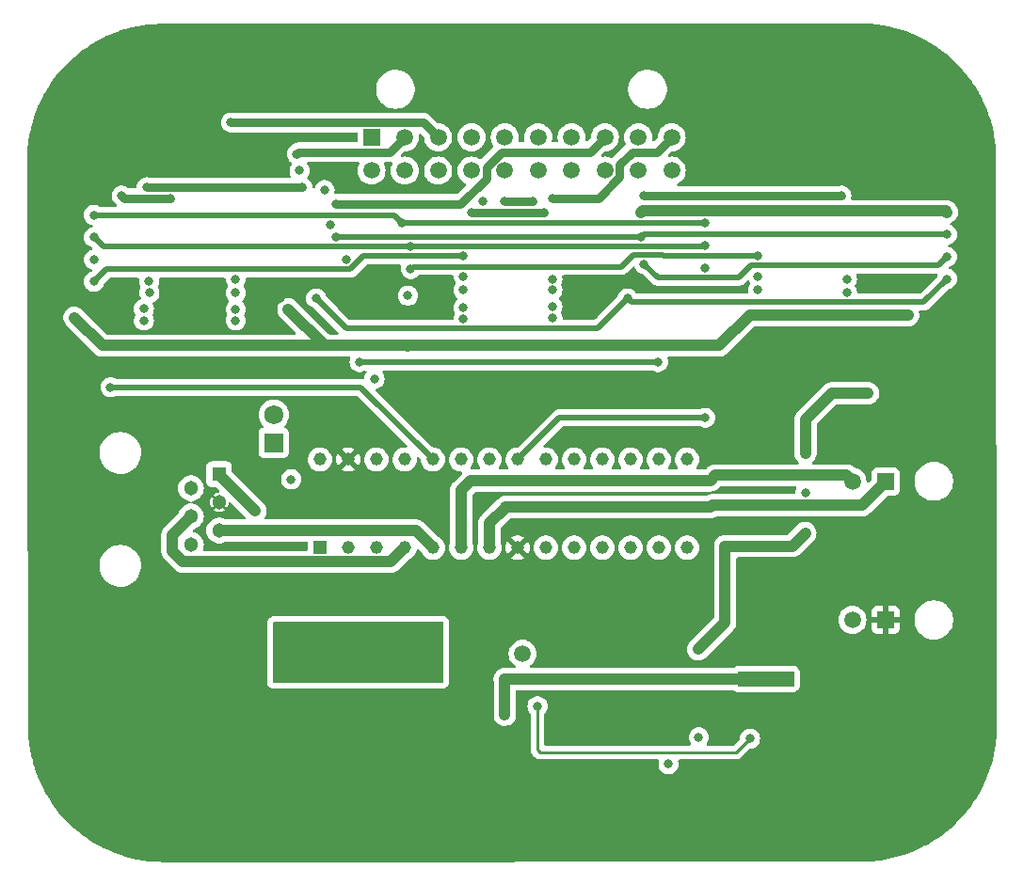
<source format=gbr>
%TF.GenerationSoftware,KiCad,Pcbnew,7.0.10*%
%TF.CreationDate,2024-02-07T01:22:45-06:00*%
%TF.ProjectId,Resistor Bank Control Board,52657369-7374-46f7-9220-42616e6b2043,rev?*%
%TF.SameCoordinates,Original*%
%TF.FileFunction,Copper,L3,Inr*%
%TF.FilePolarity,Positive*%
%FSLAX46Y46*%
G04 Gerber Fmt 4.6, Leading zero omitted, Abs format (unit mm)*
G04 Created by KiCad (PCBNEW 7.0.10) date 2024-02-07 01:22:45*
%MOMM*%
%LPD*%
G01*
G04 APERTURE LIST*
%TA.AperFunction,ComponentPad*%
%ADD10R,1.725000X1.725000*%
%TD*%
%TA.AperFunction,ComponentPad*%
%ADD11C,1.725000*%
%TD*%
%TA.AperFunction,ComponentPad*%
%ADD12C,9.000000*%
%TD*%
%TA.AperFunction,ComponentPad*%
%ADD13R,1.159000X1.159000*%
%TD*%
%TA.AperFunction,ComponentPad*%
%ADD14C,1.159000*%
%TD*%
%TA.AperFunction,ComponentPad*%
%ADD15R,1.520000X1.520000*%
%TD*%
%TA.AperFunction,ComponentPad*%
%ADD16C,1.520000*%
%TD*%
%TA.AperFunction,ComponentPad*%
%ADD17R,1.303000X1.303000*%
%TD*%
%TA.AperFunction,ComponentPad*%
%ADD18C,1.303000*%
%TD*%
%TA.AperFunction,ViaPad*%
%ADD19C,0.800000*%
%TD*%
%TA.AperFunction,ViaPad*%
%ADD20C,1.500000*%
%TD*%
%TA.AperFunction,Conductor*%
%ADD21C,1.000000*%
%TD*%
%TA.AperFunction,Conductor*%
%ADD22C,0.750000*%
%TD*%
%TA.AperFunction,Conductor*%
%ADD23C,0.500000*%
%TD*%
%TA.AperFunction,Conductor*%
%ADD24C,0.250000*%
%TD*%
G04 APERTURE END LIST*
D10*
%TO.N,MCLR*%
%TO.C,JP1*%
X101930000Y-108760000D03*
D11*
%TO.N,Net-(JP1-B)*%
X101930000Y-106220000D03*
%TD*%
D12*
%TO.N,GND*%
%TO.C,H1*%
X89250000Y-79750000D03*
%TD*%
%TO.N,GND*%
%TO.C,H3*%
X157100000Y-137300000D03*
%TD*%
D13*
%TO.N,Net-(IC25-MCLR{slash}VPP{slash}RA5)*%
%TO.C,IC25*%
X106090000Y-118188000D03*
D14*
%TO.N,IN0*%
X108630000Y-118188000D03*
%TO.N,IN1*%
X111170000Y-118188000D03*
%TO.N,PGD*%
X113710000Y-118188000D03*
%TO.N,PGC*%
X116250000Y-118188000D03*
%TO.N,I2C_SDA*%
X118790000Y-118188000D03*
%TO.N,I2C_SCLK*%
X121330000Y-118188000D03*
%TO.N,GND*%
X123870000Y-118188000D03*
%TO.N,Net-(IC25-OSCI{slash}CLKI{slash}AN13{slash}CN30{slash}RA2)*%
X126410000Y-118188000D03*
%TO.N,Net-(IC25-OSCO{slash}CLKO{slash}AN14{slash}CN29{slash}RA3)*%
X128950000Y-118188000D03*
%TO.N,unconnected-(IC25-SOSCI{slash}AN15{slash}~{U2RTS}{slash}U2BCLK{slash}CN1{slash}RB4-Pad11)*%
X131490000Y-118188000D03*
%TO.N,IDLE*%
X134030000Y-118188000D03*
%TO.N,Net-(IC25-VDD)*%
X136570000Y-118188000D03*
%TO.N,unconnected-(IC25-PGED3{slash}AN17{slash}ASDA1{slash}SCK2{slash}IC4{slash}OC1E{slash}CLCINA{slash}CN27{slash}RB5-Pad14)*%
X139110000Y-118188000D03*
%TO.N,Net-(D4-K)*%
X139110000Y-110250000D03*
%TO.N,Net-(D3-K)*%
X136570000Y-110250000D03*
%TO.N,Net-(D2-K)*%
X134030000Y-110250000D03*
%TO.N,unconnected-(IC25-AN21{slash}SDA1{slash}T1CK{slash}U1RTS{slash}U1BCLK{slash}IC2{slash}OC4{slash}CLC1O{slash}CTED4{slash}CN21{slash}RB9-Pad18)*%
X131490000Y-110250000D03*
%TO.N,unconnected-(IC25-SDI2{slash}IC1{slash}OC5{slash}CLC2O{slash}CTED3{slash}CN9{slash}RA7-Pad19)*%
X128950000Y-110250000D03*
%TO.N,Net-(IC25-VCAP_OR_VDDCORE)*%
X126410000Y-110250000D03*
%TO.N,SPI_MISO*%
X123870000Y-110250000D03*
%TO.N,SPI_SCLK*%
X121330000Y-110250000D03*
%TO.N,unconnected-(IC25-DAC1OUT{slash}AN12{slash}HLVDIN{slash}~{SS2}{slash}IC3{slash}OC2B{slash}CTED2{slash}INT2{slash}CN14{slash}RB12-Pad23)*%
X118790000Y-110250000D03*
%TO.N,SPI_MOSI*%
X116250000Y-110250000D03*
%TO.N,unconnected-(IC25-DAC2OUT{slash}CVREF{slash}OA1IND{slash}OA2IND{slash}AN10{slash}C3INB{slash}RTCC{slash}C1OUT{slash}OCFA{slash}CTED5{slash}INT1{slash}CN12{slash}RB14-Pad25)*%
X113710000Y-110250000D03*
%TO.N,SPI_SS*%
X111170000Y-110250000D03*
%TO.N,GND*%
X108630000Y-110250000D03*
%TO.N,+5V*%
X106090000Y-110250000D03*
%TD*%
D15*
%TO.N,I2C_SCLK*%
%TO.C,J2*%
X156994600Y-112221750D03*
D16*
%TO.N,I2C_SDA*%
X153994600Y-112221750D03*
%TD*%
D15*
%TO.N,GND*%
%TO.C,J4*%
X156994600Y-124693500D03*
D16*
%TO.N,Net-(J4-Pin_2)*%
X153994600Y-124693500D03*
%TD*%
D15*
%TO.N,Gate 1*%
%TO.C,J1*%
X110721750Y-81255400D03*
D16*
%TO.N,Gate 2*%
X113721750Y-81255400D03*
%TO.N,Gate 3*%
X116721750Y-81255400D03*
%TO.N,Gate 4*%
X119721750Y-81255400D03*
%TO.N,Gate 5*%
X122721750Y-81255400D03*
%TO.N,Gate 6*%
X125721750Y-81255400D03*
%TO.N,Gate 7*%
X128721750Y-81255400D03*
%TO.N,Gate 8*%
X131721750Y-81255400D03*
%TO.N,Gate 9*%
X134721750Y-81255400D03*
%TO.N,Gate 10*%
X137721750Y-81255400D03*
%TO.N,Gate 11*%
X110721750Y-84255400D03*
%TO.N,Gate 12*%
X113721750Y-84255400D03*
%TO.N,Gate 13*%
X116721750Y-84255400D03*
%TO.N,Gate 14*%
X119721750Y-84255400D03*
%TO.N,Gate 15*%
X122721750Y-84255400D03*
%TO.N,Gate 16*%
X125721750Y-84255400D03*
%TO.N,Gate 17*%
X128721750Y-84255400D03*
%TO.N,Gate 18*%
X131721750Y-84255400D03*
%TO.N,Gate 19*%
X134721750Y-84255400D03*
%TO.N,Gate 20*%
X137721750Y-84255400D03*
%TD*%
D12*
%TO.N,GND*%
%TO.C,H4*%
X89200000Y-137300000D03*
%TD*%
D17*
%TO.N,MCLR*%
%TO.C,J3*%
X97020000Y-111570000D03*
D18*
%TO.N,+5V*%
X94480000Y-112840000D03*
%TO.N,GND*%
X97020000Y-114110000D03*
%TO.N,PGD*%
X94480000Y-115380000D03*
%TO.N,PGC*%
X97020000Y-116650000D03*
%TO.N,unconnected-(J3-Pad6)*%
X94480000Y-117920000D03*
%TD*%
D12*
%TO.N,GND*%
%TO.C,H2*%
X157150000Y-79750000D03*
%TD*%
D19*
%TO.N,+24V*%
X146843332Y-130020000D03*
X114000000Y-95500000D03*
X103250000Y-96750000D03*
X148030000Y-130020000D03*
X144750000Y-97250000D03*
X122720000Y-133240000D03*
X145656666Y-130020000D03*
X159000000Y-97250000D03*
X114000000Y-100049500D03*
X144470000Y-130020000D03*
X127750000Y-100000000D03*
X84000000Y-97500000D03*
%TO.N,GND*%
X130750000Y-97250000D03*
X155000000Y-94750000D03*
X102500000Y-95750000D03*
%TO.N,+5V*%
X152250000Y-87900000D03*
X140100000Y-127350000D03*
X152140000Y-104300000D03*
X149760000Y-109690000D03*
X110480000Y-127460000D03*
X149770000Y-113280000D03*
X162500000Y-88000000D03*
X155400000Y-104300000D03*
X109080000Y-127460000D03*
X103490000Y-112040000D03*
X135000000Y-88000000D03*
X106280000Y-127460000D03*
X107000000Y-89099500D03*
X107680000Y-127460000D03*
X137440000Y-137680000D03*
X149750000Y-116870000D03*
X140160000Y-135270000D03*
X111880000Y-127460000D03*
D20*
X124310000Y-127740000D03*
D19*
%TO.N,Gate 1*%
X90715407Y-94242138D03*
%TO.N,Gate 2*%
X98500000Y-93999500D03*
X104000000Y-82750000D03*
%TO.N,Gate 3*%
X98079600Y-79920400D03*
X90750000Y-95250000D03*
%TO.N,SPI_MOSI*%
X87250000Y-103750000D03*
X85750000Y-92250000D03*
%TO.N,SPI_CHAIN*%
X85750000Y-94250000D03*
X119000000Y-91900500D03*
%TO.N,Gate 4*%
X104250000Y-84250000D03*
X98500000Y-95250000D03*
%TO.N,Gate 5*%
X90250000Y-96699500D03*
X90500000Y-85750000D03*
X104500000Y-85750000D03*
%TO.N,Gate 6*%
X106500000Y-86000000D03*
X98500000Y-96750000D03*
%TO.N,Gate 7*%
X90250000Y-97750000D03*
X92653859Y-86725000D03*
X88250000Y-86500000D03*
%TO.N,Gate 8*%
X98500000Y-97750000D03*
X107500000Y-87250000D03*
%TO.N,SPI_SS*%
X140750000Y-89000000D03*
X111000000Y-103000000D03*
X85750000Y-88250000D03*
X113500000Y-89000000D03*
%TO.N,SPI_SCLK*%
X85750000Y-90250000D03*
X114250000Y-91099500D03*
X140750000Y-91000000D03*
%TO.N,Gate 9*%
X120750000Y-87000000D03*
X119000000Y-93750000D03*
%TO.N,Gate 10*%
X127000000Y-86750000D03*
X127000000Y-94000000D03*
%TO.N,Gate 11*%
X119000000Y-95000000D03*
%TO.N,Gate 12*%
X119750000Y-88000000D03*
X126250000Y-88000000D03*
X127000000Y-95000000D03*
%TO.N,Gate 13*%
X119000000Y-96599500D03*
%TO.N,SPI_MISO*%
X140750000Y-93000000D03*
X140750000Y-106500000D03*
%TO.N,Gate 14*%
X127000000Y-96500000D03*
X125250000Y-87000000D03*
X122700000Y-87000000D03*
%TO.N,Gate 15*%
X119000000Y-97599003D03*
%TO.N,Gate 16*%
X127000000Y-97499503D03*
%TO.N,Gate 17*%
X145500000Y-93750000D03*
%TO.N,Gate 18*%
X135250000Y-86500000D03*
X153500000Y-94000000D03*
X153000000Y-86500000D03*
%TO.N,Gate 19*%
X145500000Y-95000000D03*
%TO.N,Gate 20*%
X153500000Y-95250000D03*
%TO.N,Net-(IC23-EN)*%
X125660000Y-132460000D03*
X144780000Y-135390000D03*
%TO.N,MCLR*%
X100280000Y-114910000D03*
%TO.N,IN0*%
X162500000Y-90000000D03*
X135000000Y-90250000D03*
X107500000Y-90250000D03*
%TO.N,IN1*%
X136500000Y-101500000D03*
X108500000Y-92250000D03*
X162500000Y-92000000D03*
X135250000Y-92649500D03*
X109659500Y-101500000D03*
%TO.N,IDLE*%
X162500000Y-94000000D03*
X133750000Y-95750000D03*
X105750000Y-95750000D03*
%TO.N,SPI_CHAIN2*%
X114250000Y-93099500D03*
X145500000Y-91900500D03*
%TD*%
D21*
%TO.N,+24V*%
X113950500Y-100000000D02*
X114000000Y-100049500D01*
X144750000Y-97250000D02*
X159000000Y-97250000D01*
X106500000Y-100000000D02*
X86500000Y-100000000D01*
X113500000Y-100000000D02*
X113950500Y-100000000D01*
X106500000Y-100000000D02*
X103250000Y-96750000D01*
X113500000Y-100000000D02*
X106500000Y-100000000D01*
X127750000Y-100000000D02*
X113500000Y-100000000D01*
X144470000Y-130020000D02*
X122700000Y-130020000D01*
X122720000Y-133240000D02*
X122720000Y-130040000D01*
X86500000Y-100000000D02*
X84000000Y-97500000D01*
X122720000Y-130040000D02*
X122700000Y-130020000D01*
X142000000Y-100000000D02*
X127750000Y-100000000D01*
X144750000Y-97250000D02*
X142000000Y-100000000D01*
%TO.N,+5V*%
X162400000Y-87900000D02*
X162500000Y-88000000D01*
X142540000Y-118050000D02*
X144000000Y-118050000D01*
X142540000Y-124910000D02*
X142540000Y-118050000D01*
X152250000Y-87900000D02*
X162400000Y-87900000D01*
X152140000Y-104300000D02*
X155400000Y-104300000D01*
X144000000Y-118050000D02*
X148570000Y-118050000D01*
X148570000Y-118050000D02*
X149750000Y-116870000D01*
X135000000Y-88000000D02*
X135100000Y-87900000D01*
X149760000Y-109690000D02*
X149760000Y-106680000D01*
X135100000Y-87900000D02*
X152250000Y-87900000D01*
X149760000Y-106680000D02*
X152140000Y-104300000D01*
X140100000Y-127350000D02*
X142540000Y-124910000D01*
D22*
%TO.N,Gate 2*%
X113721750Y-81255400D02*
X112386750Y-82590400D01*
X104159600Y-82590400D02*
X104000000Y-82750000D01*
X112386750Y-82590400D02*
X104159600Y-82590400D01*
%TO.N,Gate 3*%
X98079600Y-79920400D02*
X115386750Y-79920400D01*
X115386750Y-79920400D02*
X116721750Y-81255400D01*
D23*
%TO.N,SPI_MOSI*%
X109750000Y-103750000D02*
X116250000Y-110250000D01*
X87250000Y-103750000D02*
X109750000Y-103750000D01*
%TO.N,SPI_CHAIN*%
X85750000Y-94250000D02*
X86850500Y-93149500D01*
X110002582Y-91949500D02*
X118951000Y-91949500D01*
X108802582Y-93149500D02*
X110002582Y-91949500D01*
X118900500Y-92000000D02*
X119000000Y-91900500D01*
X86850500Y-93149500D02*
X108802582Y-93149500D01*
X118951000Y-91949500D02*
X119000000Y-91900500D01*
D22*
%TO.N,Gate 5*%
X104500000Y-85750000D02*
X90500000Y-85750000D01*
%TO.N,Gate 7*%
X88475000Y-86725000D02*
X92653859Y-86725000D01*
X88250000Y-86500000D02*
X88475000Y-86725000D01*
%TO.N,Gate 8*%
X118750000Y-87250000D02*
X107500000Y-87250000D01*
X121056750Y-83943250D02*
X121056750Y-84943250D01*
X121056750Y-84943250D02*
X118750000Y-87250000D01*
X122409600Y-82590400D02*
X121056750Y-83943250D01*
X130386750Y-82590400D02*
X122409600Y-82590400D01*
X131721750Y-81255400D02*
X130386750Y-82590400D01*
D23*
%TO.N,SPI_SS*%
X140750000Y-89000000D02*
X113500000Y-89000000D01*
X85750000Y-88250000D02*
X112750000Y-88250000D01*
X112750000Y-88250000D02*
X113500000Y-89000000D01*
%TO.N,SPI_SCLK*%
X114299000Y-91050500D02*
X114250000Y-91099500D01*
X140750000Y-91000000D02*
X140650000Y-91100000D01*
X85750000Y-90250000D02*
X86600000Y-91100000D01*
X119401582Y-91100000D02*
X119352082Y-91050500D01*
X119352082Y-91050500D02*
X114299000Y-91050500D01*
X86600000Y-91100000D02*
X114249500Y-91100000D01*
X114249500Y-91100000D02*
X114250000Y-91099500D01*
X140650000Y-91100000D02*
X119401582Y-91100000D01*
D22*
%TO.N,Gate 10*%
X134168774Y-82590400D02*
X133056750Y-83702424D01*
X133056750Y-84808376D02*
X131115126Y-86750000D01*
X137721750Y-81255400D02*
X136386750Y-82590400D01*
X131115126Y-86750000D02*
X127000000Y-86750000D01*
X136386750Y-82590400D02*
X134168774Y-82590400D01*
X133056750Y-83702424D02*
X133056750Y-84808376D01*
%TO.N,Gate 12*%
X119750000Y-88000000D02*
X126250000Y-88000000D01*
D23*
%TO.N,SPI_MISO*%
X127620000Y-106500000D02*
X123870000Y-110250000D01*
X140750000Y-106500000D02*
X127620000Y-106500000D01*
D22*
%TO.N,Gate 14*%
X122700000Y-87000000D02*
X125250000Y-87000000D01*
%TO.N,Gate 18*%
X135250000Y-86500000D02*
X153000000Y-86500000D01*
D24*
%TO.N,Net-(IC23-EN)*%
X125900000Y-136630000D02*
X143540000Y-136630000D01*
X125660000Y-132460000D02*
X125660000Y-136390000D01*
X125660000Y-136390000D02*
X125900000Y-136630000D01*
X143540000Y-136630000D02*
X144780000Y-135390000D01*
D21*
%TO.N,PGD*%
X112430500Y-119467500D02*
X113710000Y-118188000D01*
X92825000Y-118525000D02*
X93767500Y-119467500D01*
X93767500Y-119467500D02*
X112430500Y-119467500D01*
X94480000Y-115380000D02*
X92825000Y-117035000D01*
X92825000Y-117035000D02*
X92825000Y-118525000D01*
%TO.N,PGC*%
X114712000Y-116650000D02*
X116250000Y-118188000D01*
X97020000Y-116650000D02*
X114712000Y-116650000D01*
%TO.N,I2C_SDA*%
X141190000Y-112140000D02*
X119660000Y-112140000D01*
X118790000Y-113010000D02*
X119570000Y-112230000D01*
X153994600Y-112221750D02*
X153460578Y-111687728D01*
X141642272Y-111687728D02*
X141190000Y-112140000D01*
X118790000Y-118188000D02*
X118790000Y-113010000D01*
X153460578Y-111687728D02*
X141642272Y-111687728D01*
%TO.N,I2C_SCLK*%
X121330000Y-118188000D02*
X121330000Y-116000000D01*
X154836350Y-114380000D02*
X141400000Y-114380000D01*
X121330000Y-116000000D02*
X122750000Y-114580000D01*
X141400000Y-114380000D02*
X141260000Y-114520000D01*
X156994600Y-112221750D02*
X154836350Y-114380000D01*
X141260000Y-114520000D02*
X122810000Y-114520000D01*
%TO.N,MCLR*%
X97020000Y-111570000D02*
X97020000Y-111650000D01*
X97020000Y-111650000D02*
X100280000Y-114910000D01*
D23*
%TO.N,IN0*%
X135000000Y-90250000D02*
X135250000Y-90000000D01*
X107600500Y-90350500D02*
X107500000Y-90250000D01*
X135250000Y-90000000D02*
X162500000Y-90000000D01*
X107500000Y-90250000D02*
X135000000Y-90250000D01*
%TO.N,IN1*%
X136450500Y-93850000D02*
X143750500Y-93850000D01*
X143750500Y-93850000D02*
X144850000Y-92750500D01*
X135250000Y-92649500D02*
X136450500Y-93850000D01*
X109659500Y-101500000D02*
X136500000Y-101500000D01*
X161749500Y-92750500D02*
X162500000Y-92000000D01*
X144850000Y-92750500D02*
X161749500Y-92750500D01*
%TO.N,IDLE*%
X133750000Y-95750000D02*
X134100000Y-96100000D01*
X133750000Y-95750000D02*
X131050997Y-98449003D01*
X160400000Y-96100000D02*
X162500000Y-94000000D01*
X134100000Y-96100000D02*
X160400000Y-96100000D01*
X131050997Y-98449003D02*
X108449003Y-98449003D01*
X108449003Y-98449003D02*
X105750000Y-95750000D01*
%TO.N,SPI_CHAIN2*%
X134247918Y-91800000D02*
X136899500Y-91800000D01*
X133147918Y-92900000D02*
X134247918Y-91800000D01*
X114449500Y-92900000D02*
X133147918Y-92900000D01*
X136899500Y-91800000D02*
X137000000Y-91900500D01*
X114250000Y-93099500D02*
X114449500Y-92900000D01*
X137000000Y-91900500D02*
X145500000Y-91900500D01*
%TD*%
%TA.AperFunction,Conductor*%
%TO.N,GND*%
G36*
X134329501Y-92882297D02*
G01*
X134385434Y-92924169D01*
X134404098Y-92960161D01*
X134422818Y-93017778D01*
X134422821Y-93017784D01*
X134517467Y-93181716D01*
X134552520Y-93220646D01*
X134644129Y-93322388D01*
X134797265Y-93433648D01*
X134797270Y-93433651D01*
X134970191Y-93510642D01*
X134970194Y-93510642D01*
X134970197Y-93510644D01*
X135004221Y-93517875D01*
X135035329Y-93524488D01*
X135096811Y-93557680D01*
X135097230Y-93558097D01*
X135874767Y-94335634D01*
X135886548Y-94349266D01*
X135900707Y-94368284D01*
X135900890Y-94368530D01*
X135938843Y-94400376D01*
X135946819Y-94407686D01*
X135950719Y-94411587D01*
X135975044Y-94430821D01*
X135977840Y-94433099D01*
X135995551Y-94447960D01*
X136035286Y-94481302D01*
X136035294Y-94481306D01*
X136041324Y-94485273D01*
X136041290Y-94485323D01*
X136047637Y-94489366D01*
X136047669Y-94489316D01*
X136053821Y-94493110D01*
X136053822Y-94493110D01*
X136053823Y-94493111D01*
X136081251Y-94505901D01*
X136121794Y-94524806D01*
X136125010Y-94526362D01*
X136192067Y-94560040D01*
X136192076Y-94560042D01*
X136198855Y-94562510D01*
X136198834Y-94562567D01*
X136205951Y-94565040D01*
X136205970Y-94564984D01*
X136212824Y-94567255D01*
X136212825Y-94567255D01*
X136212827Y-94567256D01*
X136286348Y-94582436D01*
X136289709Y-94583181D01*
X136362779Y-94600500D01*
X136362785Y-94600500D01*
X136369952Y-94601338D01*
X136369945Y-94601397D01*
X136377446Y-94602163D01*
X136377452Y-94602104D01*
X136384641Y-94602733D01*
X136384643Y-94602732D01*
X136384644Y-94602733D01*
X136459611Y-94600552D01*
X136463217Y-94600500D01*
X143686795Y-94600500D01*
X143704765Y-94601809D01*
X143728523Y-94605289D01*
X143777869Y-94600971D01*
X143788676Y-94600500D01*
X143794204Y-94600500D01*
X143794209Y-94600500D01*
X143825056Y-94596893D01*
X143828530Y-94596539D01*
X143903297Y-94589999D01*
X143903305Y-94589996D01*
X143910366Y-94588539D01*
X143910378Y-94588598D01*
X143917743Y-94586965D01*
X143917729Y-94586906D01*
X143924749Y-94585241D01*
X143924755Y-94585241D01*
X143995279Y-94559572D01*
X143998617Y-94558412D01*
X144069834Y-94534814D01*
X144069842Y-94534808D01*
X144076382Y-94531760D01*
X144076408Y-94531816D01*
X144083190Y-94528532D01*
X144083163Y-94528478D01*
X144089613Y-94525238D01*
X144089617Y-94525237D01*
X144152337Y-94483984D01*
X144155232Y-94482140D01*
X144219156Y-94442712D01*
X144219162Y-94442705D01*
X144224825Y-94438229D01*
X144224863Y-94438277D01*
X144230700Y-94433522D01*
X144230661Y-94433475D01*
X144236191Y-94428833D01*
X144236196Y-94428830D01*
X144287684Y-94374254D01*
X144290131Y-94371735D01*
X144511250Y-94150616D01*
X144572571Y-94117133D01*
X144642263Y-94122117D01*
X144698196Y-94163989D01*
X144706315Y-94176297D01*
X144767467Y-94282216D01*
X144773096Y-94288467D01*
X144776304Y-94292031D01*
X144806531Y-94355023D01*
X144797904Y-94424358D01*
X144776304Y-94457969D01*
X144767466Y-94467785D01*
X144672821Y-94631715D01*
X144672818Y-94631722D01*
X144614327Y-94811740D01*
X144614326Y-94811744D01*
X144594540Y-95000000D01*
X144608384Y-95131722D01*
X144614327Y-95188261D01*
X144615678Y-95194617D01*
X144614198Y-95194931D01*
X144615972Y-95257024D01*
X144579891Y-95316856D01*
X144517190Y-95347684D01*
X144496046Y-95349500D01*
X134630171Y-95349500D01*
X134563132Y-95329815D01*
X134522784Y-95287500D01*
X134494471Y-95238462D01*
X134482533Y-95217784D01*
X134455948Y-95188259D01*
X134355870Y-95077111D01*
X134202734Y-94965851D01*
X134202729Y-94965848D01*
X134029807Y-94888857D01*
X134029802Y-94888855D01*
X133884001Y-94857865D01*
X133844646Y-94849500D01*
X133655354Y-94849500D01*
X133622897Y-94856398D01*
X133470197Y-94888855D01*
X133470192Y-94888857D01*
X133297270Y-94965848D01*
X133297265Y-94965851D01*
X133144129Y-95077111D01*
X133017466Y-95217785D01*
X132922821Y-95381715D01*
X132922819Y-95381719D01*
X132867478Y-95552041D01*
X132837228Y-95601403D01*
X130776448Y-97662184D01*
X130715125Y-97695669D01*
X130688767Y-97698503D01*
X128022260Y-97698503D01*
X127955221Y-97678818D01*
X127909466Y-97626014D01*
X127898939Y-97561543D01*
X127905460Y-97499503D01*
X127885674Y-97311247D01*
X127827179Y-97131219D01*
X127787070Y-97061748D01*
X127770598Y-96993851D01*
X127787069Y-96937755D01*
X127827179Y-96868284D01*
X127885674Y-96688256D01*
X127905460Y-96500000D01*
X127885674Y-96311744D01*
X127827179Y-96131716D01*
X127732533Y-95967784D01*
X127611146Y-95832971D01*
X127580917Y-95769981D01*
X127589542Y-95700646D01*
X127611147Y-95667028D01*
X127732533Y-95532216D01*
X127827179Y-95368284D01*
X127885674Y-95188256D01*
X127905460Y-95000000D01*
X127885674Y-94811744D01*
X127827179Y-94631716D01*
X127823301Y-94625000D01*
X127803093Y-94589999D01*
X127786927Y-94561999D01*
X127770454Y-94494101D01*
X127786927Y-94438001D01*
X127827179Y-94368284D01*
X127885674Y-94188256D01*
X127905460Y-94000000D01*
X127885674Y-93811744D01*
X127885671Y-93811737D01*
X127884322Y-93805383D01*
X127885801Y-93805068D01*
X127884028Y-93742976D01*
X127920109Y-93683144D01*
X127982810Y-93652316D01*
X128003954Y-93650500D01*
X133084213Y-93650500D01*
X133102183Y-93651809D01*
X133125941Y-93655289D01*
X133175287Y-93650971D01*
X133186094Y-93650500D01*
X133191622Y-93650500D01*
X133191627Y-93650500D01*
X133222474Y-93646893D01*
X133225948Y-93646539D01*
X133300715Y-93639999D01*
X133300723Y-93639996D01*
X133307784Y-93638539D01*
X133307796Y-93638598D01*
X133315161Y-93636965D01*
X133315147Y-93636906D01*
X133322167Y-93635241D01*
X133322173Y-93635241D01*
X133392697Y-93609572D01*
X133396035Y-93608412D01*
X133467252Y-93584814D01*
X133467260Y-93584808D01*
X133473800Y-93581760D01*
X133473826Y-93581816D01*
X133480608Y-93578532D01*
X133480581Y-93578478D01*
X133487031Y-93575238D01*
X133487035Y-93575237D01*
X133549755Y-93533984D01*
X133552676Y-93532124D01*
X133616574Y-93492712D01*
X133616580Y-93492705D01*
X133622243Y-93488229D01*
X133622281Y-93488277D01*
X133628118Y-93483522D01*
X133628079Y-93483475D01*
X133633609Y-93478833D01*
X133633614Y-93478830D01*
X133685102Y-93424254D01*
X133687549Y-93421735D01*
X134198488Y-92910796D01*
X134259809Y-92877313D01*
X134329501Y-92882297D01*
G37*
%TD.AperFunction*%
%TA.AperFunction,Conductor*%
G36*
X161611660Y-93520685D02*
G01*
X161657415Y-93573489D01*
X161667359Y-93642647D01*
X161662552Y-93663318D01*
X161617478Y-93802040D01*
X161587228Y-93851403D01*
X160125451Y-95313181D01*
X160064128Y-95346666D01*
X160037770Y-95349500D01*
X154527568Y-95349500D01*
X154460529Y-95329815D01*
X154414774Y-95277011D01*
X154404247Y-95238462D01*
X154399639Y-95194617D01*
X154385674Y-95061744D01*
X154327179Y-94881716D01*
X154232533Y-94717784D01*
X154223698Y-94707972D01*
X154193469Y-94644981D01*
X154202093Y-94575646D01*
X154223699Y-94542027D01*
X154232533Y-94532216D01*
X154327179Y-94368284D01*
X154385674Y-94188256D01*
X154405460Y-94000000D01*
X154385674Y-93811744D01*
X154337446Y-93663317D01*
X154335452Y-93593477D01*
X154371532Y-93533644D01*
X154434233Y-93502816D01*
X154455378Y-93501000D01*
X161544621Y-93501000D01*
X161611660Y-93520685D01*
G37*
%TD.AperFunction*%
%TA.AperFunction,Conductor*%
G36*
X154713455Y-71000549D02*
G01*
X155161860Y-71013130D01*
X155289012Y-71016839D01*
X155332606Y-71018111D01*
X155336199Y-71018268D01*
X155347351Y-71018917D01*
X155473870Y-71026286D01*
X155476902Y-71026502D01*
X155784249Y-71052426D01*
X156040675Y-71074861D01*
X156044263Y-71075227D01*
X156095622Y-71081229D01*
X156159618Y-71088709D01*
X156162477Y-71089078D01*
X156465797Y-71131899D01*
X156466026Y-71131932D01*
X156552176Y-71144551D01*
X156744073Y-71172660D01*
X156747627Y-71173233D01*
X156839188Y-71189378D01*
X156841730Y-71189855D01*
X157147954Y-71250766D01*
X157148194Y-71250815D01*
X157382552Y-71299206D01*
X157440562Y-71311184D01*
X157444084Y-71311964D01*
X157509802Y-71327539D01*
X157511940Y-71328068D01*
X157824242Y-71408627D01*
X157825226Y-71408886D01*
X158127853Y-71489974D01*
X158131284Y-71490946D01*
X158168605Y-71502120D01*
X158170600Y-71502737D01*
X158491399Y-71604984D01*
X158492727Y-71605415D01*
X158803606Y-71708429D01*
X158806908Y-71709577D01*
X158812758Y-71711706D01*
X158814336Y-71712294D01*
X159147002Y-71839278D01*
X159148360Y-71839807D01*
X159418020Y-71946935D01*
X159455695Y-71961903D01*
X159460558Y-71963956D01*
X159675667Y-72060211D01*
X159788252Y-72110589D01*
X159789988Y-72111382D01*
X160090344Y-72251439D01*
X160094775Y-72253616D01*
X160413304Y-72418171D01*
X160415189Y-72419166D01*
X160707344Y-72576694D01*
X160711495Y-72579036D01*
X161019840Y-72760923D01*
X161021923Y-72762179D01*
X161304836Y-72936681D01*
X161308549Y-72939066D01*
X161606065Y-73137859D01*
X161608242Y-73139348D01*
X161663951Y-73178356D01*
X161880655Y-73330092D01*
X161884094Y-73332589D01*
X162040329Y-73450168D01*
X162169796Y-73547601D01*
X162172115Y-73549389D01*
X162403453Y-73732307D01*
X162433113Y-73755759D01*
X162436205Y-73758286D01*
X162709299Y-73988892D01*
X162711733Y-73991002D01*
X162960382Y-74212280D01*
X162963134Y-74214805D01*
X163222799Y-74460296D01*
X163225293Y-74462721D01*
X163460630Y-74698057D01*
X163463055Y-74700550D01*
X163708580Y-74960250D01*
X163711105Y-74963003D01*
X163932365Y-75211629D01*
X163934472Y-75214060D01*
X164163273Y-75485014D01*
X164165069Y-75487140D01*
X164167596Y-75490233D01*
X164373954Y-75751214D01*
X164375753Y-75753545D01*
X164590816Y-76039312D01*
X164593260Y-76042679D01*
X164769289Y-76294073D01*
X164783992Y-76315071D01*
X164785519Y-76317303D01*
X164984294Y-76614789D01*
X164986730Y-76618583D01*
X165161151Y-76901361D01*
X165162416Y-76903457D01*
X165344327Y-77211840D01*
X165346669Y-77215990D01*
X165367666Y-77254930D01*
X165504226Y-77508195D01*
X165505224Y-77510086D01*
X165669729Y-77828517D01*
X165671944Y-77833026D01*
X165811993Y-78133358D01*
X165812796Y-78135116D01*
X165959415Y-78462776D01*
X165961469Y-78467641D01*
X166083544Y-78774919D01*
X166084152Y-78776480D01*
X166210329Y-79107026D01*
X166211006Y-79108842D01*
X166214116Y-79117388D01*
X166215298Y-79120789D01*
X166317993Y-79430705D01*
X166318431Y-79432053D01*
X166420042Y-79750852D01*
X166420688Y-79752943D01*
X166432726Y-79793151D01*
X166433711Y-79796622D01*
X166514502Y-80098137D01*
X166514797Y-80099258D01*
X166594808Y-80409430D01*
X166595396Y-80411807D01*
X166611683Y-80480529D01*
X166612463Y-80484050D01*
X166672541Y-80775006D01*
X166672720Y-80775889D01*
X166733152Y-81079697D01*
X166733651Y-81082355D01*
X166750359Y-81177104D01*
X166750934Y-81180667D01*
X166791489Y-81457536D01*
X166791580Y-81458172D01*
X166834042Y-81758931D01*
X166834422Y-81761870D01*
X166848299Y-81880595D01*
X166848665Y-81884184D01*
X166870989Y-82139349D01*
X166871022Y-82139734D01*
X166896731Y-82444523D01*
X166896960Y-82447735D01*
X166905160Y-82588524D01*
X166905318Y-82592127D01*
X166910825Y-82781362D01*
X166910814Y-82781403D01*
X166910828Y-82781490D01*
X166922799Y-83208077D01*
X166922848Y-83211555D01*
X166922848Y-83262715D01*
X166922925Y-83263427D01*
X166999497Y-134248179D01*
X166999448Y-134251843D01*
X166986491Y-134713665D01*
X166986487Y-134713798D01*
X166981955Y-134869342D01*
X166981798Y-134872941D01*
X166973638Y-135013040D01*
X166973409Y-135016252D01*
X166946944Y-135330006D01*
X166946911Y-135330391D01*
X166925299Y-135577421D01*
X166924932Y-135581010D01*
X166911164Y-135698796D01*
X166910785Y-135701734D01*
X166867469Y-136008560D01*
X166867378Y-136009197D01*
X166827584Y-136280875D01*
X166827009Y-136284437D01*
X166810455Y-136378315D01*
X166809956Y-136380973D01*
X166748620Y-136689330D01*
X166748441Y-136690214D01*
X166689133Y-136977446D01*
X166688353Y-136980967D01*
X166672258Y-137048877D01*
X166671670Y-137051254D01*
X166590726Y-137365045D01*
X166590431Y-137366165D01*
X166510414Y-137664795D01*
X166509430Y-137668266D01*
X166497614Y-137707734D01*
X166496967Y-137709826D01*
X166394344Y-138031800D01*
X166393906Y-138033147D01*
X166292030Y-138340596D01*
X166290843Y-138344011D01*
X166288010Y-138351793D01*
X166287338Y-138353596D01*
X166160088Y-138686959D01*
X166159480Y-138688520D01*
X166038327Y-138993477D01*
X166036273Y-138998342D01*
X165888731Y-139328067D01*
X165887928Y-139329824D01*
X165748861Y-139628056D01*
X165746646Y-139632566D01*
X165581182Y-139952852D01*
X165580160Y-139954789D01*
X165423620Y-140245110D01*
X165421278Y-140249260D01*
X165238378Y-140559321D01*
X165237114Y-140561417D01*
X165063728Y-140842519D01*
X165061291Y-140846312D01*
X164861531Y-141145276D01*
X164860004Y-141147509D01*
X164670326Y-141418398D01*
X164667828Y-141421838D01*
X164451777Y-141708919D01*
X164449968Y-141711265D01*
X164244715Y-141970851D01*
X164242188Y-141973943D01*
X164010477Y-142248344D01*
X164008367Y-142250778D01*
X163788293Y-142498073D01*
X163785768Y-142500826D01*
X163539057Y-142761781D01*
X163536632Y-142764274D01*
X163302596Y-142998311D01*
X163300103Y-143000736D01*
X163039118Y-143247476D01*
X163036365Y-143250001D01*
X162789133Y-143470019D01*
X162786700Y-143472128D01*
X162512233Y-143703896D01*
X162509140Y-143706423D01*
X162249641Y-143911609D01*
X162247296Y-143913419D01*
X161960153Y-144129518D01*
X161956712Y-144132016D01*
X161685846Y-144321678D01*
X161683614Y-144323205D01*
X161384618Y-144522988D01*
X161380824Y-144525424D01*
X161099745Y-144698797D01*
X161097649Y-144700062D01*
X160787596Y-144882958D01*
X160783446Y-144885300D01*
X160493074Y-145041868D01*
X160491137Y-145042890D01*
X160170919Y-145208319D01*
X160166410Y-145210534D01*
X159868122Y-145349630D01*
X159866364Y-145350433D01*
X159536663Y-145497965D01*
X159531798Y-145500019D01*
X159226836Y-145621173D01*
X159225275Y-145621781D01*
X158891901Y-145749036D01*
X158890101Y-145749707D01*
X158882358Y-145752526D01*
X158878940Y-145753714D01*
X158571498Y-145855589D01*
X158570152Y-145856027D01*
X158248132Y-145958666D01*
X158246042Y-145959312D01*
X158215123Y-145968569D01*
X158206586Y-145971125D01*
X158203127Y-145972106D01*
X157904517Y-146052117D01*
X157903397Y-146052412D01*
X157589549Y-146133371D01*
X157587174Y-146133958D01*
X157519289Y-146150048D01*
X157515766Y-146150829D01*
X157228601Y-146210123D01*
X157227718Y-146210302D01*
X156919311Y-146271649D01*
X156916651Y-146272148D01*
X156822763Y-146288703D01*
X156819203Y-146289278D01*
X156547320Y-146329104D01*
X156546682Y-146329195D01*
X156240077Y-146372481D01*
X156237139Y-146372860D01*
X156119342Y-146386629D01*
X156115753Y-146386996D01*
X155868714Y-146408609D01*
X155868329Y-146408642D01*
X155554562Y-146435108D01*
X155551351Y-146435337D01*
X155411423Y-146443488D01*
X155407819Y-146443646D01*
X155244227Y-146448407D01*
X155244098Y-146448410D01*
X154790965Y-146461125D01*
X154787563Y-146461174D01*
X92040092Y-146499497D01*
X92036538Y-146499448D01*
X91558646Y-146486040D01*
X91558602Y-146486026D01*
X91558518Y-146486037D01*
X91418850Y-146481972D01*
X91415247Y-146481814D01*
X91276247Y-146473718D01*
X91273035Y-146473489D01*
X90950296Y-146446266D01*
X90949911Y-146446233D01*
X90710909Y-146425324D01*
X90707320Y-146424957D01*
X90590533Y-146411306D01*
X90587595Y-146410927D01*
X90275217Y-146366827D01*
X90274579Y-146366736D01*
X90007456Y-146327608D01*
X90003895Y-146327033D01*
X89911074Y-146310666D01*
X89908416Y-146310167D01*
X89595742Y-146247972D01*
X89594858Y-146247793D01*
X89310871Y-146189155D01*
X89307348Y-146188374D01*
X89240653Y-146172566D01*
X89238279Y-146171979D01*
X88920775Y-146090078D01*
X88919654Y-146089783D01*
X88623495Y-146010428D01*
X88620022Y-146009443D01*
X88581940Y-145998041D01*
X88579850Y-145997395D01*
X88254526Y-145893706D01*
X88253178Y-145893268D01*
X87947690Y-145792040D01*
X87944290Y-145790858D01*
X87938000Y-145788569D01*
X87936183Y-145787892D01*
X87711238Y-145702026D01*
X87599669Y-145659438D01*
X87598190Y-145658861D01*
X87468521Y-145607347D01*
X87295362Y-145538555D01*
X87290497Y-145536501D01*
X86958845Y-145388096D01*
X86957087Y-145387293D01*
X86660800Y-145249132D01*
X86656291Y-145246917D01*
X86334200Y-145080521D01*
X86332264Y-145079499D01*
X86245989Y-145032980D01*
X86043787Y-144923953D01*
X86039688Y-144921641D01*
X85727907Y-144737727D01*
X85725826Y-144736470D01*
X85446391Y-144564112D01*
X85442597Y-144561676D01*
X85142099Y-144360890D01*
X85139867Y-144359363D01*
X84870506Y-144170755D01*
X84867082Y-144168268D01*
X84578517Y-143951101D01*
X84576325Y-143949410D01*
X84318078Y-143745216D01*
X84314995Y-143742696D01*
X84039262Y-143509861D01*
X84036828Y-143507751D01*
X83994429Y-143470019D01*
X83790840Y-143288840D01*
X83788144Y-143286368D01*
X83525920Y-143038456D01*
X83523427Y-143036031D01*
X83290630Y-142803234D01*
X83288205Y-142800741D01*
X83139107Y-142643036D01*
X83040271Y-142538494D01*
X83037796Y-142535795D01*
X82818881Y-142289803D01*
X82816820Y-142287424D01*
X82583955Y-142011657D01*
X82581435Y-142008574D01*
X82554052Y-141973943D01*
X82377309Y-141750414D01*
X82375500Y-141748068D01*
X82158380Y-141459566D01*
X82155907Y-141456162D01*
X81967251Y-141186733D01*
X81965822Y-141184643D01*
X81764961Y-140884034D01*
X81762535Y-140880257D01*
X81590172Y-140600813D01*
X81588931Y-140598756D01*
X81405002Y-140286951D01*
X81402703Y-140282875D01*
X81247152Y-139994389D01*
X81246130Y-139992453D01*
X81079714Y-139670324D01*
X81077511Y-139665839D01*
X80939369Y-139369592D01*
X80938592Y-139367893D01*
X80790126Y-139036103D01*
X80788094Y-139031291D01*
X80667781Y-138728445D01*
X80667269Y-138727130D01*
X80538706Y-138390332D01*
X80538095Y-138388691D01*
X80535789Y-138382354D01*
X80534610Y-138378962D01*
X80433388Y-138073492D01*
X80432950Y-138072144D01*
X80420091Y-138031800D01*
X80329244Y-137746769D01*
X80328607Y-137744707D01*
X80317204Y-137706617D01*
X80316220Y-137703149D01*
X80301816Y-137649394D01*
X80236842Y-137406911D01*
X80236633Y-137406116D01*
X80154647Y-137088284D01*
X80154100Y-137086071D01*
X80138252Y-137019205D01*
X80137488Y-137015754D01*
X80129578Y-136977446D01*
X80078850Y-136731768D01*
X80078745Y-136731250D01*
X80016460Y-136418123D01*
X80015985Y-136415591D01*
X79999620Y-136322783D01*
X79999047Y-136319234D01*
X79977794Y-136174148D01*
X79959906Y-136052027D01*
X79915708Y-135738960D01*
X79915352Y-135736204D01*
X79901686Y-135619281D01*
X79901326Y-135615752D01*
X79898286Y-135581010D01*
X79880393Y-135376485D01*
X79853152Y-135053525D01*
X79852930Y-135050417D01*
X79844835Y-134911428D01*
X79844678Y-134907838D01*
X79843663Y-134872941D01*
X79840586Y-134767217D01*
X79840611Y-134767217D01*
X79840583Y-134767096D01*
X79827201Y-134290176D01*
X79827152Y-134286698D01*
X79827152Y-134237292D01*
X79827074Y-134236572D01*
X79825730Y-133341741D01*
X79821079Y-130244857D01*
X101324727Y-130244857D01*
X101336181Y-130352783D01*
X101347387Y-130404517D01*
X101347390Y-130404528D01*
X101381613Y-130507504D01*
X101459397Y-130628537D01*
X101459405Y-130628548D01*
X101505149Y-130681340D01*
X101505152Y-130681343D01*
X101505156Y-130681347D01*
X101613890Y-130775567D01*
X101613893Y-130775568D01*
X101613894Y-130775569D01*
X101708151Y-130818616D01*
X101744767Y-130835338D01*
X101811806Y-130855023D01*
X101811810Y-130855024D01*
X101954226Y-130875500D01*
X101954229Y-130875500D01*
X117095990Y-130875500D01*
X117096000Y-130875500D01*
X117203456Y-130863947D01*
X117254967Y-130852741D01*
X117289197Y-130841347D01*
X117357497Y-130818616D01*
X117357501Y-130818613D01*
X117357504Y-130818613D01*
X117478543Y-130740825D01*
X117531347Y-130695070D01*
X117625567Y-130586336D01*
X117685338Y-130455459D01*
X117705023Y-130388420D01*
X117705024Y-130388416D01*
X117725500Y-130246000D01*
X117725500Y-130070935D01*
X121695631Y-130070935D01*
X121695632Y-130070949D01*
X121695899Y-130072693D01*
X121697288Y-130094579D01*
X121697243Y-130096358D01*
X121697243Y-130096367D01*
X121712679Y-130182493D01*
X121713193Y-130185585D01*
X121718069Y-130217406D01*
X121719500Y-130236188D01*
X121719500Y-133290743D01*
X121734925Y-133442439D01*
X121795837Y-133636579D01*
X121795844Y-133636594D01*
X121894589Y-133814499D01*
X121894592Y-133814504D01*
X122027132Y-133968893D01*
X122027134Y-133968895D01*
X122188037Y-134093445D01*
X122188038Y-134093445D01*
X122188042Y-134093448D01*
X122370729Y-134183060D01*
X122567715Y-134234063D01*
X122770936Y-134244369D01*
X122972071Y-134213556D01*
X123162887Y-134142886D01*
X123335571Y-134035252D01*
X123483053Y-133895059D01*
X123599295Y-133728049D01*
X123679540Y-133541058D01*
X123720500Y-133341741D01*
X123720500Y-132460000D01*
X124754540Y-132460000D01*
X124774326Y-132648256D01*
X124774327Y-132648259D01*
X124832818Y-132828277D01*
X124832821Y-132828284D01*
X124927467Y-132992216D01*
X124970772Y-133040310D01*
X125002650Y-133075715D01*
X125032880Y-133138706D01*
X125034500Y-133158687D01*
X125034500Y-136307255D01*
X125032775Y-136322872D01*
X125033061Y-136322899D01*
X125032326Y-136330665D01*
X125034439Y-136397872D01*
X125034500Y-136401767D01*
X125034500Y-136429357D01*
X125035003Y-136433335D01*
X125035918Y-136444967D01*
X125037290Y-136488624D01*
X125037291Y-136488627D01*
X125042880Y-136507867D01*
X125046824Y-136526911D01*
X125049336Y-136546792D01*
X125065414Y-136587403D01*
X125069197Y-136598452D01*
X125081381Y-136640388D01*
X125091580Y-136657634D01*
X125100138Y-136675103D01*
X125107514Y-136693732D01*
X125133181Y-136729060D01*
X125139593Y-136738821D01*
X125161828Y-136776417D01*
X125161833Y-136776424D01*
X125175990Y-136790580D01*
X125188628Y-136805376D01*
X125200405Y-136821586D01*
X125200406Y-136821587D01*
X125234056Y-136849424D01*
X125242686Y-136857276D01*
X125399202Y-137013793D01*
X125409022Y-137026050D01*
X125409243Y-137025868D01*
X125414213Y-137031876D01*
X125414214Y-137031877D01*
X125432317Y-137048877D01*
X125463224Y-137077901D01*
X125466022Y-137080613D01*
X125485522Y-137100114D01*
X125485526Y-137100117D01*
X125485529Y-137100120D01*
X125488702Y-137102581D01*
X125497574Y-137110159D01*
X125529418Y-137140062D01*
X125546976Y-137149714D01*
X125563235Y-137160395D01*
X125579064Y-137172673D01*
X125619155Y-137190021D01*
X125629626Y-137195151D01*
X125652180Y-137207550D01*
X125667902Y-137216194D01*
X125667904Y-137216195D01*
X125667908Y-137216197D01*
X125687316Y-137221180D01*
X125705719Y-137227481D01*
X125724101Y-137235436D01*
X125724102Y-137235436D01*
X125724104Y-137235437D01*
X125767250Y-137242270D01*
X125778672Y-137244636D01*
X125820981Y-137255500D01*
X125841016Y-137255500D01*
X125860414Y-137257026D01*
X125880194Y-137260159D01*
X125880195Y-137260160D01*
X125880195Y-137260159D01*
X125880196Y-137260160D01*
X125923675Y-137256050D01*
X125935344Y-137255500D01*
X136460415Y-137255500D01*
X136527454Y-137275185D01*
X136573209Y-137327989D01*
X136583153Y-137397147D01*
X136578346Y-137417818D01*
X136554326Y-137491744D01*
X136534540Y-137680000D01*
X136554326Y-137868256D01*
X136554327Y-137868259D01*
X136612818Y-138048277D01*
X136612821Y-138048284D01*
X136707467Y-138212216D01*
X136771290Y-138283098D01*
X136834129Y-138352888D01*
X136987265Y-138464148D01*
X136987270Y-138464151D01*
X137160192Y-138541142D01*
X137160197Y-138541144D01*
X137345354Y-138580500D01*
X137345355Y-138580500D01*
X137534644Y-138580500D01*
X137534646Y-138580500D01*
X137719803Y-138541144D01*
X137892730Y-138464151D01*
X138045871Y-138352888D01*
X138172533Y-138212216D01*
X138267179Y-138048284D01*
X138325674Y-137868256D01*
X138345460Y-137680000D01*
X138325674Y-137491744D01*
X138301654Y-137417818D01*
X138299659Y-137347977D01*
X138335739Y-137288144D01*
X138398440Y-137257316D01*
X138419585Y-137255500D01*
X143457257Y-137255500D01*
X143472877Y-137257224D01*
X143472904Y-137256939D01*
X143480660Y-137257671D01*
X143480667Y-137257673D01*
X143547873Y-137255561D01*
X143551768Y-137255500D01*
X143579346Y-137255500D01*
X143579350Y-137255500D01*
X143583324Y-137254997D01*
X143594963Y-137254080D01*
X143638627Y-137252709D01*
X143657869Y-137247117D01*
X143676912Y-137243174D01*
X143696792Y-137240664D01*
X143737401Y-137224585D01*
X143748444Y-137220803D01*
X143790390Y-137208618D01*
X143807629Y-137198422D01*
X143825103Y-137189862D01*
X143843727Y-137182488D01*
X143843727Y-137182487D01*
X143843732Y-137182486D01*
X143879083Y-137156800D01*
X143888814Y-137150408D01*
X143926420Y-137128170D01*
X143940589Y-137113999D01*
X143955379Y-137101368D01*
X143971587Y-137089594D01*
X143999438Y-137055926D01*
X144007279Y-137047309D01*
X144727772Y-136326819D01*
X144789095Y-136293334D01*
X144815453Y-136290500D01*
X144874644Y-136290500D01*
X144874646Y-136290500D01*
X145059803Y-136251144D01*
X145232730Y-136174151D01*
X145385871Y-136062888D01*
X145512533Y-135922216D01*
X145607179Y-135758284D01*
X145665674Y-135578256D01*
X145685460Y-135390000D01*
X145665674Y-135201744D01*
X145607179Y-135021716D01*
X145512533Y-134857784D01*
X145385871Y-134717112D01*
X145381127Y-134713665D01*
X145232734Y-134605851D01*
X145232729Y-134605848D01*
X145059807Y-134528857D01*
X145059802Y-134528855D01*
X144914001Y-134497865D01*
X144874646Y-134489500D01*
X144685354Y-134489500D01*
X144652897Y-134496398D01*
X144500197Y-134528855D01*
X144500192Y-134528857D01*
X144327270Y-134605848D01*
X144327265Y-134605851D01*
X144174129Y-134717111D01*
X144047466Y-134857785D01*
X143952821Y-135021715D01*
X143952818Y-135021722D01*
X143894327Y-135201740D01*
X143894326Y-135201744D01*
X143880805Y-135330391D01*
X143876679Y-135369649D01*
X143850094Y-135434263D01*
X143841039Y-135444368D01*
X143317228Y-135968181D01*
X143255905Y-136001666D01*
X143229547Y-136004500D01*
X140988904Y-136004500D01*
X140921865Y-135984815D01*
X140876110Y-135932011D01*
X140866166Y-135862853D01*
X140890774Y-135808967D01*
X140888715Y-135807471D01*
X140892529Y-135802220D01*
X140892533Y-135802216D01*
X140987179Y-135638284D01*
X141045674Y-135458256D01*
X141065460Y-135270000D01*
X141045674Y-135081744D01*
X140987179Y-134901716D01*
X140892533Y-134737784D01*
X140765871Y-134597112D01*
X140765870Y-134597111D01*
X140612734Y-134485851D01*
X140612729Y-134485848D01*
X140439807Y-134408857D01*
X140439802Y-134408855D01*
X140294001Y-134377865D01*
X140254646Y-134369500D01*
X140065354Y-134369500D01*
X140032897Y-134376398D01*
X139880197Y-134408855D01*
X139880192Y-134408857D01*
X139707270Y-134485848D01*
X139707265Y-134485851D01*
X139554129Y-134597111D01*
X139427466Y-134737785D01*
X139332821Y-134901715D01*
X139332818Y-134901722D01*
X139274327Y-135081740D01*
X139274326Y-135081744D01*
X139254540Y-135270000D01*
X139274326Y-135458256D01*
X139274327Y-135458259D01*
X139332818Y-135638277D01*
X139332821Y-135638284D01*
X139427466Y-135802215D01*
X139431285Y-135807471D01*
X139428859Y-135809233D01*
X139453472Y-135860499D01*
X139444859Y-135929835D01*
X139400127Y-135983509D01*
X139333478Y-136004477D01*
X139331096Y-136004500D01*
X126409500Y-136004500D01*
X126342461Y-135984815D01*
X126296706Y-135932011D01*
X126285500Y-135880500D01*
X126285500Y-133158687D01*
X126305185Y-133091648D01*
X126317350Y-133075715D01*
X126335891Y-133055122D01*
X126392533Y-132992216D01*
X126487179Y-132828284D01*
X126545674Y-132648256D01*
X126565460Y-132460000D01*
X126545674Y-132271744D01*
X126487179Y-132091716D01*
X126392533Y-131927784D01*
X126265871Y-131787112D01*
X126265870Y-131787111D01*
X126112734Y-131675851D01*
X126112729Y-131675848D01*
X125939807Y-131598857D01*
X125939802Y-131598855D01*
X125794001Y-131567865D01*
X125754646Y-131559500D01*
X125565354Y-131559500D01*
X125532897Y-131566398D01*
X125380197Y-131598855D01*
X125380192Y-131598857D01*
X125207270Y-131675848D01*
X125207265Y-131675851D01*
X125054129Y-131787111D01*
X124927466Y-131927785D01*
X124832821Y-132091715D01*
X124832818Y-132091722D01*
X124774327Y-132271740D01*
X124774326Y-132271744D01*
X124754540Y-132460000D01*
X123720500Y-132460000D01*
X123720500Y-131144500D01*
X123740185Y-131077461D01*
X123792989Y-131031706D01*
X123844500Y-131020500D01*
X143267461Y-131020500D01*
X143334500Y-131040185D01*
X143348285Y-131050460D01*
X143436635Y-131126411D01*
X143567746Y-131185666D01*
X143634862Y-131205087D01*
X143777354Y-131225004D01*
X148630232Y-131205973D01*
X148704005Y-131198090D01*
X148733096Y-131194983D01*
X148733097Y-131194982D01*
X148733113Y-131194981D01*
X148782510Y-131184506D01*
X148881004Y-131152794D01*
X149003150Y-131076755D01*
X149056607Y-131031764D01*
X149152381Y-130924395D01*
X149214028Y-130794391D01*
X149231530Y-130737808D01*
X149234046Y-130731610D01*
X149234675Y-130727642D01*
X149234676Y-130727641D01*
X149257199Y-130585535D01*
X149273638Y-129443057D01*
X149262897Y-129331886D01*
X149251704Y-129278591D01*
X149216816Y-129172496D01*
X149216815Y-129172494D01*
X149216815Y-129172493D01*
X149139032Y-129051462D01*
X149139023Y-129051451D01*
X149093279Y-128998659D01*
X149093275Y-128998656D01*
X149093273Y-128998653D01*
X148984539Y-128904433D01*
X148984536Y-128904431D01*
X148984534Y-128904430D01*
X148853668Y-128844664D01*
X148853663Y-128844662D01*
X148853662Y-128844662D01*
X148786623Y-128824977D01*
X148786625Y-128824977D01*
X148786620Y-128824976D01*
X148721914Y-128815673D01*
X148644203Y-128804500D01*
X143783124Y-128804500D01*
X143677428Y-128815673D01*
X143626712Y-128826517D01*
X143525691Y-128859545D01*
X143404099Y-128936473D01*
X143350978Y-128981847D01*
X143348999Y-128983799D01*
X143348176Y-128984240D01*
X143347606Y-128984728D01*
X143347499Y-128984603D01*
X143287441Y-129016849D01*
X143261940Y-129019500D01*
X125056144Y-129019500D01*
X124989105Y-128999815D01*
X124943350Y-128947011D01*
X124933406Y-128877853D01*
X124962431Y-128814297D01*
X124985020Y-128793926D01*
X125033768Y-128759791D01*
X125116877Y-128701598D01*
X125271598Y-128546877D01*
X125397102Y-128367639D01*
X125489575Y-128169330D01*
X125546207Y-127957977D01*
X125565277Y-127740000D01*
X125546207Y-127522023D01*
X125506940Y-127375477D01*
X139094662Y-127375477D01*
X139120368Y-127577321D01*
X139120370Y-127577329D01*
X139186183Y-127769870D01*
X139186189Y-127769882D01*
X139289406Y-127945221D01*
X139289411Y-127945228D01*
X139425820Y-128096212D01*
X139589828Y-128216646D01*
X139589832Y-128216648D01*
X139589833Y-128216649D01*
X139774732Y-128301605D01*
X139840456Y-128316857D01*
X139972945Y-128347603D01*
X140176358Y-128352757D01*
X140176358Y-128352756D01*
X140176363Y-128352757D01*
X140355853Y-128320586D01*
X140376648Y-128316859D01*
X140376648Y-128316858D01*
X140376653Y-128316858D01*
X140565617Y-128241377D01*
X140735519Y-128129402D01*
X143237392Y-125627527D01*
X143239521Y-125625451D01*
X143303053Y-125565059D01*
X143336752Y-125516641D01*
X143342428Y-125509113D01*
X143344290Y-125506830D01*
X143379698Y-125463407D01*
X143393782Y-125436444D01*
X143401919Y-125423013D01*
X143419292Y-125398053D01*
X143419295Y-125398049D01*
X143442563Y-125343825D01*
X143446582Y-125335361D01*
X143473909Y-125283049D01*
X143482275Y-125253808D01*
X143487544Y-125239009D01*
X143499538Y-125211062D01*
X143499540Y-125211058D01*
X143511421Y-125153238D01*
X143513650Y-125144155D01*
X143529886Y-125087418D01*
X143532196Y-125057080D01*
X143534376Y-125041540D01*
X143540500Y-125011743D01*
X143540500Y-124952754D01*
X143540858Y-124943339D01*
X143543151Y-124913224D01*
X143545337Y-124884524D01*
X143541493Y-124854339D01*
X143540500Y-124838675D01*
X143540500Y-124693501D01*
X152729285Y-124693501D01*
X152748507Y-124913214D01*
X152748509Y-124913224D01*
X152805590Y-125126255D01*
X152805595Y-125126269D01*
X152898803Y-125326154D01*
X152898807Y-125326162D01*
X153025312Y-125506830D01*
X153181269Y-125662787D01*
X153361937Y-125789292D01*
X153361939Y-125789293D01*
X153361942Y-125789295D01*
X153482203Y-125845373D01*
X153561830Y-125882504D01*
X153561832Y-125882504D01*
X153561837Y-125882507D01*
X153774880Y-125939592D01*
X153931822Y-125953322D01*
X153994598Y-125958815D01*
X153994600Y-125958815D01*
X153994602Y-125958815D01*
X154055362Y-125953499D01*
X154214320Y-125939592D01*
X154427363Y-125882507D01*
X154627258Y-125789295D01*
X154807929Y-125662788D01*
X154963888Y-125506829D01*
X154967729Y-125501344D01*
X155734600Y-125501344D01*
X155741001Y-125560872D01*
X155741003Y-125560879D01*
X155791245Y-125695586D01*
X155791249Y-125695593D01*
X155877409Y-125810687D01*
X155877412Y-125810690D01*
X155992506Y-125896850D01*
X155992513Y-125896854D01*
X156127220Y-125947096D01*
X156127227Y-125947098D01*
X156186755Y-125953499D01*
X156186772Y-125953500D01*
X156744600Y-125953500D01*
X156744600Y-125139994D01*
X156849439Y-125187873D01*
X156958127Y-125203500D01*
X157031073Y-125203500D01*
X157139761Y-125187873D01*
X157244600Y-125139994D01*
X157244600Y-125953500D01*
X157802428Y-125953500D01*
X157802444Y-125953499D01*
X157861972Y-125947098D01*
X157861979Y-125947096D01*
X157996686Y-125896854D01*
X157996693Y-125896850D01*
X158111787Y-125810690D01*
X158111790Y-125810687D01*
X158197950Y-125695593D01*
X158197954Y-125695586D01*
X158248196Y-125560879D01*
X158248198Y-125560872D01*
X158254599Y-125501344D01*
X158254600Y-125501327D01*
X158254600Y-124943500D01*
X157440172Y-124943500D01*
X157463282Y-124907540D01*
X157487610Y-124824687D01*
X159564100Y-124824687D01*
X159576589Y-124907540D01*
X159603204Y-125084115D01*
X159603205Y-125084117D01*
X159603206Y-125084123D01*
X159680538Y-125334826D01*
X159794367Y-125571196D01*
X159794368Y-125571197D01*
X159794370Y-125571200D01*
X159794372Y-125571204D01*
X159879179Y-125695593D01*
X159942167Y-125787979D01*
X160120614Y-125980301D01*
X160120618Y-125980304D01*
X160120619Y-125980305D01*
X160325743Y-126143886D01*
X160552957Y-126275068D01*
X160797184Y-126370920D01*
X161052970Y-126429302D01*
X161052976Y-126429302D01*
X161052979Y-126429303D01*
X161249084Y-126443999D01*
X161249103Y-126443999D01*
X161249106Y-126444000D01*
X161249108Y-126444000D01*
X161380092Y-126444000D01*
X161380094Y-126444000D01*
X161380096Y-126443999D01*
X161380115Y-126443999D01*
X161576220Y-126429303D01*
X161576222Y-126429302D01*
X161576230Y-126429302D01*
X161832016Y-126370920D01*
X162076243Y-126275068D01*
X162303457Y-126143886D01*
X162508581Y-125980305D01*
X162687033Y-125787979D01*
X162834828Y-125571204D01*
X162948663Y-125334823D01*
X163025996Y-125084115D01*
X163065100Y-124824682D01*
X163065100Y-124562318D01*
X163025996Y-124302885D01*
X162948663Y-124052177D01*
X162936721Y-124027380D01*
X162834832Y-123815803D01*
X162834831Y-123815802D01*
X162834830Y-123815801D01*
X162834828Y-123815796D01*
X162687033Y-123599021D01*
X162599326Y-123504495D01*
X162508585Y-123406698D01*
X162469133Y-123375236D01*
X162303457Y-123243114D01*
X162076243Y-123111932D01*
X161832016Y-123016080D01*
X161832011Y-123016078D01*
X161832002Y-123016076D01*
X161614418Y-122966414D01*
X161576230Y-122957698D01*
X161576229Y-122957697D01*
X161576225Y-122957697D01*
X161576220Y-122957696D01*
X161380115Y-122943000D01*
X161380094Y-122943000D01*
X161249106Y-122943000D01*
X161249084Y-122943000D01*
X161052979Y-122957696D01*
X161052974Y-122957697D01*
X160797197Y-123016076D01*
X160797178Y-123016082D01*
X160552956Y-123111932D01*
X160325743Y-123243114D01*
X160120614Y-123406698D01*
X159942167Y-123599020D01*
X159794368Y-123815802D01*
X159794367Y-123815803D01*
X159680538Y-124052173D01*
X159603206Y-124302876D01*
X159603205Y-124302881D01*
X159603204Y-124302885D01*
X159590542Y-124386888D01*
X159564100Y-124562312D01*
X159564100Y-124824687D01*
X157487610Y-124824687D01*
X157504600Y-124766827D01*
X157504600Y-124620173D01*
X157463282Y-124479460D01*
X157440172Y-124443500D01*
X158254600Y-124443500D01*
X158254600Y-123885672D01*
X158254599Y-123885655D01*
X158248198Y-123826127D01*
X158248196Y-123826120D01*
X158197954Y-123691413D01*
X158197950Y-123691406D01*
X158111790Y-123576312D01*
X158111787Y-123576309D01*
X157996693Y-123490149D01*
X157996686Y-123490145D01*
X157861979Y-123439903D01*
X157861972Y-123439901D01*
X157802444Y-123433500D01*
X157244600Y-123433500D01*
X157244600Y-124247005D01*
X157139761Y-124199127D01*
X157031073Y-124183500D01*
X156958127Y-124183500D01*
X156849439Y-124199127D01*
X156744600Y-124247005D01*
X156744600Y-123433500D01*
X156186755Y-123433500D01*
X156127227Y-123439901D01*
X156127220Y-123439903D01*
X155992513Y-123490145D01*
X155992506Y-123490149D01*
X155877412Y-123576309D01*
X155877409Y-123576312D01*
X155791249Y-123691406D01*
X155791245Y-123691413D01*
X155741003Y-123826120D01*
X155741001Y-123826127D01*
X155734600Y-123885655D01*
X155734600Y-124443500D01*
X156549028Y-124443500D01*
X156525918Y-124479460D01*
X156484600Y-124620173D01*
X156484600Y-124766827D01*
X156525918Y-124907540D01*
X156549028Y-124943500D01*
X155734600Y-124943500D01*
X155734600Y-125501344D01*
X154967729Y-125501344D01*
X155090395Y-125326158D01*
X155183607Y-125126263D01*
X155240692Y-124913220D01*
X155259915Y-124693500D01*
X155240692Y-124473780D01*
X155183607Y-124260737D01*
X155090395Y-124060843D01*
X154963888Y-123880171D01*
X154963886Y-123880168D01*
X154807930Y-123724212D01*
X154627262Y-123597707D01*
X154627254Y-123597703D01*
X154427369Y-123504495D01*
X154427355Y-123504490D01*
X154214324Y-123447409D01*
X154214322Y-123447408D01*
X154214320Y-123447408D01*
X154214318Y-123447407D01*
X154214314Y-123447407D01*
X153994602Y-123428185D01*
X153994598Y-123428185D01*
X153774885Y-123447407D01*
X153774875Y-123447409D01*
X153561844Y-123504490D01*
X153561835Y-123504494D01*
X153361944Y-123597704D01*
X153361942Y-123597705D01*
X153181268Y-123724213D01*
X153025313Y-123880168D01*
X152898805Y-124060842D01*
X152898804Y-124060844D01*
X152805594Y-124260735D01*
X152805590Y-124260744D01*
X152748509Y-124473775D01*
X152748507Y-124473785D01*
X152729285Y-124693498D01*
X152729285Y-124693501D01*
X143540500Y-124693501D01*
X143540500Y-119174500D01*
X143560185Y-119107461D01*
X143612989Y-119061706D01*
X143664500Y-119050500D01*
X143898259Y-119050500D01*
X148555721Y-119050500D01*
X148558863Y-119050540D01*
X148646358Y-119052757D01*
X148646358Y-119052756D01*
X148646363Y-119052757D01*
X148704425Y-119042349D01*
X148713754Y-119041041D01*
X148772438Y-119035074D01*
X148801471Y-119025964D01*
X148816700Y-119022226D01*
X148846653Y-119016858D01*
X148846657Y-119016856D01*
X148846659Y-119016856D01*
X148901423Y-118994980D01*
X148910292Y-118991821D01*
X148966588Y-118974159D01*
X148993200Y-118959387D01*
X149007362Y-118952662D01*
X149035617Y-118941377D01*
X149084879Y-118908909D01*
X149092910Y-118904043D01*
X149144502Y-118875409D01*
X149144509Y-118875402D01*
X149144512Y-118875401D01*
X149167583Y-118855594D01*
X149180125Y-118846137D01*
X149205519Y-118829402D01*
X149247226Y-118787694D01*
X149254138Y-118781288D01*
X149298895Y-118742866D01*
X149317524Y-118718798D01*
X149327884Y-118707035D01*
X150493340Y-117541580D01*
X150589698Y-117423407D01*
X150683909Y-117243049D01*
X150739887Y-117047418D01*
X150755337Y-116844524D01*
X150750587Y-116807230D01*
X150729631Y-116642678D01*
X150729630Y-116642676D01*
X150729630Y-116642672D01*
X150663816Y-116450128D01*
X150651002Y-116428361D01*
X150560593Y-116274778D01*
X150560592Y-116274777D01*
X150560590Y-116274773D01*
X150424179Y-116123787D01*
X150378979Y-116090596D01*
X150260171Y-116003353D01*
X150260164Y-116003349D01*
X150075274Y-115918397D01*
X150075262Y-115918393D01*
X149877054Y-115872396D01*
X149673641Y-115867242D01*
X149473351Y-115903140D01*
X149473345Y-115903142D01*
X149284383Y-115978623D01*
X149284371Y-115978629D01*
X149114482Y-116090596D01*
X149114478Y-116090599D01*
X148191899Y-117013181D01*
X148130576Y-117046666D01*
X148104218Y-117049500D01*
X142568500Y-117049500D01*
X142562221Y-117049341D01*
X142531787Y-117047797D01*
X142489065Y-117045631D01*
X142489058Y-117045631D01*
X142416676Y-117056719D01*
X142410448Y-117057513D01*
X142337566Y-117064925D01*
X142337557Y-117064927D01*
X142322187Y-117069749D01*
X142303858Y-117074003D01*
X142287929Y-117076444D01*
X142287926Y-117076445D01*
X142219245Y-117101880D01*
X142213305Y-117103911D01*
X142143412Y-117125840D01*
X142129322Y-117133661D01*
X142112220Y-117141518D01*
X142097118Y-117147111D01*
X142097108Y-117147116D01*
X142034959Y-117185854D01*
X142029546Y-117189040D01*
X141965506Y-117224585D01*
X141965499Y-117224590D01*
X141953278Y-117235081D01*
X141938114Y-117246216D01*
X141924430Y-117254746D01*
X141924427Y-117254749D01*
X141871338Y-117305213D01*
X141866679Y-117309422D01*
X141811109Y-117357129D01*
X141811102Y-117357136D01*
X141801243Y-117369872D01*
X141788631Y-117383832D01*
X141776949Y-117394938D01*
X141776948Y-117394939D01*
X141735111Y-117455046D01*
X141731396Y-117460106D01*
X141686550Y-117518043D01*
X141679452Y-117532513D01*
X141669907Y-117548728D01*
X141660706Y-117561948D01*
X141660705Y-117561949D01*
X141631818Y-117629262D01*
X141629197Y-117634965D01*
X141596939Y-117700729D01*
X141596938Y-117700733D01*
X141592901Y-117716324D01*
X141586815Y-117734129D01*
X141580461Y-117748937D01*
X141565716Y-117820687D01*
X141564296Y-117826805D01*
X141545936Y-117897716D01*
X141545119Y-117913811D01*
X141542743Y-117932474D01*
X141539500Y-117948260D01*
X141539500Y-118021499D01*
X141539341Y-118027779D01*
X141535631Y-118100935D01*
X141535631Y-118100936D01*
X141538070Y-118116857D01*
X141539500Y-118135633D01*
X141539500Y-124444217D01*
X141519815Y-124511256D01*
X141503181Y-124531898D01*
X139356662Y-126678417D01*
X139260304Y-126796590D01*
X139166090Y-126976953D01*
X139110112Y-127172584D01*
X139094662Y-127375474D01*
X139094662Y-127375477D01*
X125506940Y-127375477D01*
X125489575Y-127310670D01*
X125397102Y-127112362D01*
X125397100Y-127112359D01*
X125397099Y-127112357D01*
X125271599Y-126933124D01*
X125271596Y-126933121D01*
X125116877Y-126778402D01*
X124937639Y-126652898D01*
X124937640Y-126652898D01*
X124937638Y-126652897D01*
X124838484Y-126606661D01*
X124739330Y-126560425D01*
X124739326Y-126560424D01*
X124739322Y-126560422D01*
X124527977Y-126503793D01*
X124310002Y-126484723D01*
X124309998Y-126484723D01*
X124164682Y-126497436D01*
X124092023Y-126503793D01*
X124092020Y-126503793D01*
X123880677Y-126560422D01*
X123880668Y-126560426D01*
X123682361Y-126652898D01*
X123682357Y-126652900D01*
X123503121Y-126778402D01*
X123348402Y-126933121D01*
X123222900Y-127112357D01*
X123222898Y-127112361D01*
X123130426Y-127310668D01*
X123130422Y-127310677D01*
X123073793Y-127522020D01*
X123073793Y-127522024D01*
X123054723Y-127739997D01*
X123054723Y-127740002D01*
X123073793Y-127957975D01*
X123073793Y-127957979D01*
X123130422Y-128169322D01*
X123130424Y-128169326D01*
X123130425Y-128169330D01*
X123152489Y-128216646D01*
X123222897Y-128367638D01*
X123222898Y-128367639D01*
X123348402Y-128546877D01*
X123348406Y-128546881D01*
X123503122Y-128701597D01*
X123634980Y-128793926D01*
X123678605Y-128848503D01*
X123685797Y-128918001D01*
X123654275Y-128980356D01*
X123594045Y-129015769D01*
X123563856Y-129019500D01*
X122742758Y-129019500D01*
X122733344Y-129019142D01*
X122689048Y-129015769D01*
X122674524Y-129014663D01*
X122674523Y-129014663D01*
X122587719Y-129025717D01*
X122584601Y-129026074D01*
X122497559Y-129034926D01*
X122495874Y-129035455D01*
X122474432Y-129040145D01*
X122473764Y-129040230D01*
X122472670Y-129040370D01*
X122389866Y-129068673D01*
X122386883Y-129069651D01*
X122303413Y-129095840D01*
X122301857Y-129096704D01*
X122281814Y-129105607D01*
X122280131Y-129106182D01*
X122280123Y-129106186D01*
X122204747Y-129150557D01*
X122202022Y-129152115D01*
X122125498Y-129194590D01*
X122125491Y-129194595D01*
X122124138Y-129195757D01*
X122106302Y-129208509D01*
X122104777Y-129209406D01*
X122104771Y-129209411D01*
X122039857Y-129268058D01*
X122037519Y-129270117D01*
X121989536Y-129311310D01*
X121971099Y-129327139D01*
X121970016Y-129328539D01*
X121955104Y-129344630D01*
X121953789Y-129345817D01*
X121902013Y-129416327D01*
X121900122Y-129418835D01*
X121846551Y-129488042D01*
X121846548Y-129488047D01*
X121845768Y-129489638D01*
X121834400Y-129508403D01*
X121833351Y-129509830D01*
X121796829Y-129589315D01*
X121795484Y-129592147D01*
X121756941Y-129670725D01*
X121756937Y-129670737D01*
X121756492Y-129672456D01*
X121749138Y-129693112D01*
X121748400Y-129694718D01*
X121748393Y-129694736D01*
X121728613Y-129779970D01*
X121727865Y-129783016D01*
X121705936Y-129867713D01*
X121705936Y-129867718D01*
X121705846Y-129869490D01*
X121702801Y-129891201D01*
X121702396Y-129892943D01*
X121700180Y-129980439D01*
X121700061Y-129983577D01*
X121695631Y-130070935D01*
X117725500Y-130070935D01*
X117725500Y-124954323D01*
X117714685Y-124854339D01*
X117713809Y-124846238D01*
X117713808Y-124846236D01*
X117713808Y-124846230D01*
X117702468Y-124794425D01*
X117667930Y-124691327D01*
X117589827Y-124570491D01*
X117543935Y-124517807D01*
X117521135Y-124498154D01*
X117434967Y-124423879D01*
X117434961Y-124423875D01*
X117303930Y-124364444D01*
X117236841Y-124344932D01*
X117236835Y-124344931D01*
X117094373Y-124324826D01*
X117094366Y-124324825D01*
X117094364Y-124324825D01*
X117094363Y-124324825D01*
X101962127Y-124364180D01*
X101962117Y-124364181D01*
X101855799Y-124375773D01*
X101855789Y-124375775D01*
X101819699Y-124383641D01*
X101804812Y-124386887D01*
X101804810Y-124386887D01*
X101804808Y-124386888D01*
X101703312Y-124420591D01*
X101582136Y-124498154D01*
X101582134Y-124498155D01*
X101529244Y-124543817D01*
X101434830Y-124652375D01*
X101374821Y-124783142D01*
X101355011Y-124850153D01*
X101334275Y-124992533D01*
X101324727Y-130244856D01*
X101324727Y-130244857D01*
X79821079Y-130244857D01*
X79805540Y-119898678D01*
X86250737Y-119898678D01*
X86280762Y-120171559D01*
X86280763Y-120171569D01*
X86350202Y-120437178D01*
X86365355Y-120472837D01*
X86457577Y-120689852D01*
X86600592Y-120924191D01*
X86600599Y-120924201D01*
X86776199Y-121135207D01*
X86776204Y-121135212D01*
X86776209Y-121135218D01*
X86776216Y-121135224D01*
X86980672Y-121318419D01*
X86980674Y-121318420D01*
X86980677Y-121318423D01*
X87209641Y-121469904D01*
X87458221Y-121586433D01*
X87721119Y-121665527D01*
X87992731Y-121705500D01*
X87992736Y-121705500D01*
X88198545Y-121705500D01*
X88198547Y-121705500D01*
X88198552Y-121705499D01*
X88198564Y-121705499D01*
X88236614Y-121702713D01*
X88403805Y-121690477D01*
X88671775Y-121630784D01*
X88928198Y-121532711D01*
X89167609Y-121398347D01*
X89384904Y-121230557D01*
X89575454Y-121032916D01*
X89735196Y-120809637D01*
X89860727Y-120565479D01*
X89949370Y-120305646D01*
X89999236Y-120035674D01*
X90009262Y-119761320D01*
X89979236Y-119488429D01*
X89921608Y-119268000D01*
X89909797Y-119222821D01*
X89903979Y-119209131D01*
X89802423Y-118970148D01*
X89659405Y-118735804D01*
X89652436Y-118727430D01*
X89483800Y-118524792D01*
X89483795Y-118524787D01*
X89483791Y-118524782D01*
X89344670Y-118400128D01*
X89279327Y-118341580D01*
X89279324Y-118341578D01*
X89279323Y-118341577D01*
X89050359Y-118190096D01*
X88801779Y-118073567D01*
X88654362Y-118029216D01*
X88538879Y-117994472D01*
X88405915Y-117974904D01*
X88267269Y-117954500D01*
X88061453Y-117954500D01*
X88061435Y-117954500D01*
X87856195Y-117969523D01*
X87856185Y-117969524D01*
X87588229Y-118029214D01*
X87588224Y-118029216D01*
X87331799Y-118127290D01*
X87092392Y-118261652D01*
X87092387Y-118261655D01*
X86875097Y-118429441D01*
X86875088Y-118429450D01*
X86684549Y-118627080D01*
X86684547Y-118627082D01*
X86524805Y-118850361D01*
X86524802Y-118850366D01*
X86399275Y-119094515D01*
X86399271Y-119094525D01*
X86310632Y-119354344D01*
X86310629Y-119354358D01*
X86260765Y-119624314D01*
X86260763Y-119624334D01*
X86250737Y-119898678D01*
X79805540Y-119898678D01*
X79801277Y-117060474D01*
X91819662Y-117060474D01*
X91823506Y-117090649D01*
X91824500Y-117106317D01*
X91824500Y-118510721D01*
X91824460Y-118513861D01*
X91822243Y-118601362D01*
X91822243Y-118601371D01*
X91832648Y-118659420D01*
X91833956Y-118668748D01*
X91839925Y-118727430D01*
X91839927Y-118727444D01*
X91849033Y-118756468D01*
X91852772Y-118771701D01*
X91858142Y-118801653D01*
X91858142Y-118801655D01*
X91880020Y-118856424D01*
X91883177Y-118865292D01*
X91900841Y-118921588D01*
X91900842Y-118921589D01*
X91900844Y-118921595D01*
X91915603Y-118948185D01*
X91922336Y-118962361D01*
X91933622Y-118990614D01*
X91933627Y-118990624D01*
X91966080Y-119039866D01*
X91970959Y-119047919D01*
X91973645Y-119052757D01*
X91999588Y-119099498D01*
X91999589Y-119099500D01*
X91999591Y-119099502D01*
X92019410Y-119122588D01*
X92028855Y-119135115D01*
X92045599Y-119160521D01*
X92087299Y-119202220D01*
X92093704Y-119209131D01*
X92132131Y-119253892D01*
X92132134Y-119253895D01*
X92156187Y-119272513D01*
X92167968Y-119282889D01*
X93049950Y-120164871D01*
X93052143Y-120167120D01*
X93112440Y-120230552D01*
X93112447Y-120230558D01*
X93160852Y-120264248D01*
X93168369Y-120269915D01*
X93214093Y-120307198D01*
X93241065Y-120321286D01*
X93254480Y-120329415D01*
X93279451Y-120346795D01*
X93307605Y-120358877D01*
X93333663Y-120370059D01*
X93342152Y-120374090D01*
X93394451Y-120401409D01*
X93416498Y-120407716D01*
X93423684Y-120409773D01*
X93438476Y-120415039D01*
X93466439Y-120427039D01*
X93466442Y-120427040D01*
X93515778Y-120437178D01*
X93524227Y-120438914D01*
X93533369Y-120441157D01*
X93590082Y-120457386D01*
X93620418Y-120459696D01*
X93635957Y-120461876D01*
X93665755Y-120468000D01*
X93665759Y-120468000D01*
X93724744Y-120468000D01*
X93734159Y-120468357D01*
X93792976Y-120472837D01*
X93823151Y-120468993D01*
X93838818Y-120468000D01*
X112416221Y-120468000D01*
X112419363Y-120468040D01*
X112506858Y-120470257D01*
X112506858Y-120470256D01*
X112506863Y-120470257D01*
X112564925Y-120459849D01*
X112574254Y-120458541D01*
X112632938Y-120452574D01*
X112661971Y-120443464D01*
X112677200Y-120439726D01*
X112707153Y-120434358D01*
X112707157Y-120434356D01*
X112707159Y-120434356D01*
X112761923Y-120412480D01*
X112770792Y-120409321D01*
X112827088Y-120391659D01*
X112853700Y-120376887D01*
X112867862Y-120370162D01*
X112896117Y-120358877D01*
X112945379Y-120326409D01*
X112953410Y-120321543D01*
X113005002Y-120292909D01*
X113005009Y-120292902D01*
X113005012Y-120292901D01*
X113028083Y-120273094D01*
X113040625Y-120263637D01*
X113066019Y-120246902D01*
X113107737Y-120205182D01*
X113114622Y-120198801D01*
X113159395Y-120160366D01*
X113178020Y-120136302D01*
X113188380Y-120124539D01*
X114110554Y-119202365D01*
X114153441Y-119174421D01*
X114193452Y-119158921D01*
X114193451Y-119158921D01*
X114193460Y-119158918D01*
X114363634Y-119053551D01*
X114511549Y-118918708D01*
X114632168Y-118758983D01*
X114721385Y-118579812D01*
X114775611Y-118389223D01*
X114812889Y-118330133D01*
X114876199Y-118300575D01*
X114945439Y-118309937D01*
X114982558Y-118335479D01*
X115235938Y-118588859D01*
X115259257Y-118621268D01*
X115327828Y-118758977D01*
X115327833Y-118758985D01*
X115448452Y-118918710D01*
X115596365Y-119053550D01*
X115596367Y-119053552D01*
X115766536Y-119158916D01*
X115766542Y-119158919D01*
X115806080Y-119174236D01*
X115953178Y-119231222D01*
X116149923Y-119268000D01*
X116149925Y-119268000D01*
X116350075Y-119268000D01*
X116350077Y-119268000D01*
X116546822Y-119231222D01*
X116733460Y-119158918D01*
X116903634Y-119053551D01*
X117051549Y-118918708D01*
X117172168Y-118758983D01*
X117261385Y-118579812D01*
X117316159Y-118387300D01*
X117334627Y-118188000D01*
X117705373Y-118188000D01*
X117723840Y-118387295D01*
X117723840Y-118387297D01*
X117723841Y-118387300D01*
X117778566Y-118579641D01*
X117778616Y-118579815D01*
X117867828Y-118758977D01*
X117867833Y-118758985D01*
X117988452Y-118918710D01*
X118136365Y-119053550D01*
X118136367Y-119053552D01*
X118306536Y-119158916D01*
X118306542Y-119158919D01*
X118346080Y-119174236D01*
X118493178Y-119231222D01*
X118689923Y-119268000D01*
X118689925Y-119268000D01*
X118890075Y-119268000D01*
X118890077Y-119268000D01*
X119086822Y-119231222D01*
X119273460Y-119158918D01*
X119443634Y-119053551D01*
X119591549Y-118918708D01*
X119712168Y-118758983D01*
X119801385Y-118579812D01*
X119856159Y-118387300D01*
X119874627Y-118188000D01*
X119856159Y-117988700D01*
X119801385Y-117796188D01*
X119801384Y-117796186D01*
X119801383Y-117796182D01*
X119799314Y-117790841D01*
X119801079Y-117790157D01*
X119790500Y-117745162D01*
X119790500Y-113475783D01*
X119810185Y-113408744D01*
X119826819Y-113388102D01*
X120038102Y-113176819D01*
X120099425Y-113143334D01*
X120125783Y-113140500D01*
X141175721Y-113140500D01*
X141178862Y-113140540D01*
X141241887Y-113142137D01*
X141283858Y-113155624D01*
X141319330Y-113134078D01*
X141338687Y-113130539D01*
X141392438Y-113125074D01*
X141421471Y-113115964D01*
X141436700Y-113112226D01*
X141466653Y-113106858D01*
X141466657Y-113106856D01*
X141466659Y-113106856D01*
X141521423Y-113084980D01*
X141530292Y-113081821D01*
X141586588Y-113064159D01*
X141613200Y-113049387D01*
X141627362Y-113042662D01*
X141655617Y-113031377D01*
X141704879Y-112998909D01*
X141712910Y-112994043D01*
X141764502Y-112965409D01*
X141764509Y-112965402D01*
X141764512Y-112965401D01*
X141787583Y-112945594D01*
X141800125Y-112936137D01*
X141825519Y-112919402D01*
X141867219Y-112877701D01*
X141874131Y-112871295D01*
X141918894Y-112832867D01*
X141918895Y-112832866D01*
X141925643Y-112824148D01*
X141937515Y-112808810D01*
X141947889Y-112797031D01*
X142020376Y-112724546D01*
X142081700Y-112691061D01*
X142108056Y-112688228D01*
X148857078Y-112688228D01*
X148924117Y-112707913D01*
X148969872Y-112760717D01*
X148979816Y-112829875D01*
X148964465Y-112874228D01*
X148942821Y-112911715D01*
X148942820Y-112911719D01*
X148886524Y-113084980D01*
X148884326Y-113091744D01*
X148866859Y-113257936D01*
X148865753Y-113268462D01*
X148839168Y-113333076D01*
X148781871Y-113373061D01*
X148742432Y-113379500D01*
X141414278Y-113379500D01*
X141411138Y-113379460D01*
X141408494Y-113379393D01*
X141348097Y-113377862D01*
X141306127Y-113364374D01*
X141270656Y-113385921D01*
X141251295Y-113389460D01*
X141197564Y-113394925D01*
X141197562Y-113394926D01*
X141168526Y-113404035D01*
X141153290Y-113407774D01*
X141123350Y-113413141D01*
X141123349Y-113413141D01*
X141068567Y-113435022D01*
X141059698Y-113438179D01*
X141003414Y-113455840D01*
X141003408Y-113455843D01*
X140976809Y-113470605D01*
X140962639Y-113477334D01*
X140934385Y-113488621D01*
X140918583Y-113499036D01*
X140851775Y-113519492D01*
X140850346Y-113519500D01*
X122759257Y-113519500D01*
X122607560Y-113534925D01*
X122413420Y-113595837D01*
X122413405Y-113595844D01*
X122235500Y-113694589D01*
X122081104Y-113827135D01*
X122062480Y-113851194D01*
X122052108Y-113862969D01*
X120632645Y-115282433D01*
X120630398Y-115284625D01*
X120566946Y-115344942D01*
X120533245Y-115393361D01*
X120527574Y-115400882D01*
X120490302Y-115446592D01*
X120490298Y-115446598D01*
X120476209Y-115473568D01*
X120468082Y-115486983D01*
X120450702Y-115511955D01*
X120427438Y-115566165D01*
X120423398Y-115574672D01*
X120396090Y-115626951D01*
X120396090Y-115626952D01*
X120387720Y-115656201D01*
X120382459Y-115670979D01*
X120370459Y-115698943D01*
X120363093Y-115734787D01*
X120360493Y-115747443D01*
X120358588Y-115756711D01*
X120356342Y-115765860D01*
X120340113Y-115822577D01*
X120340113Y-115822582D01*
X120337983Y-115850555D01*
X120337802Y-115852926D01*
X120335622Y-115868466D01*
X120329500Y-115898258D01*
X120329500Y-115957240D01*
X120329142Y-115966656D01*
X120324662Y-116025474D01*
X120328506Y-116055649D01*
X120329500Y-116071317D01*
X120329500Y-117745162D01*
X120318920Y-117790157D01*
X120320686Y-117790841D01*
X120318616Y-117796182D01*
X120263840Y-117988704D01*
X120245373Y-118187999D01*
X120245373Y-118188000D01*
X120263840Y-118387295D01*
X120263840Y-118387297D01*
X120263841Y-118387300D01*
X120318566Y-118579641D01*
X120318616Y-118579815D01*
X120407828Y-118758977D01*
X120407833Y-118758985D01*
X120528452Y-118918710D01*
X120676365Y-119053550D01*
X120676367Y-119053552D01*
X120846536Y-119158916D01*
X120846542Y-119158919D01*
X120886080Y-119174236D01*
X121033178Y-119231222D01*
X121229923Y-119268000D01*
X121229925Y-119268000D01*
X121430075Y-119268000D01*
X121430077Y-119268000D01*
X121626822Y-119231222D01*
X121813460Y-119158918D01*
X121983634Y-119053551D01*
X122131549Y-118918708D01*
X122252168Y-118758983D01*
X122341385Y-118579812D01*
X122396159Y-118387300D01*
X122414627Y-118188000D01*
X122785875Y-118188000D01*
X122804333Y-118387206D01*
X122859083Y-118579628D01*
X122859088Y-118579641D01*
X122947417Y-118757029D01*
X123486737Y-118217709D01*
X123486567Y-118219772D01*
X123517659Y-118342551D01*
X123586932Y-118448582D01*
X123686881Y-118526375D01*
X123806673Y-118567500D01*
X123844053Y-118567500D01*
X123304202Y-119107348D01*
X123386763Y-119158468D01*
X123386764Y-119158469D01*
X123573312Y-119230737D01*
X123769972Y-119267500D01*
X123970028Y-119267500D01*
X124166687Y-119230737D01*
X124353235Y-119158469D01*
X124353239Y-119158467D01*
X124435795Y-119107349D01*
X124435795Y-119107348D01*
X123895948Y-118567500D01*
X123901443Y-118567500D01*
X123994927Y-118551900D01*
X124106316Y-118491619D01*
X124192097Y-118398437D01*
X124242974Y-118282450D01*
X124248715Y-118213162D01*
X124792582Y-118757029D01*
X124880915Y-118579634D01*
X124935666Y-118387206D01*
X124954125Y-118188000D01*
X125325373Y-118188000D01*
X125343840Y-118387295D01*
X125343840Y-118387297D01*
X125343841Y-118387300D01*
X125398566Y-118579641D01*
X125398616Y-118579815D01*
X125487828Y-118758977D01*
X125487833Y-118758985D01*
X125608452Y-118918710D01*
X125756365Y-119053550D01*
X125756367Y-119053552D01*
X125926536Y-119158916D01*
X125926542Y-119158919D01*
X125966080Y-119174236D01*
X126113178Y-119231222D01*
X126309923Y-119268000D01*
X126309925Y-119268000D01*
X126510075Y-119268000D01*
X126510077Y-119268000D01*
X126706822Y-119231222D01*
X126893460Y-119158918D01*
X127063634Y-119053551D01*
X127211549Y-118918708D01*
X127332168Y-118758983D01*
X127421385Y-118579812D01*
X127476159Y-118387300D01*
X127494627Y-118188000D01*
X127865373Y-118188000D01*
X127883840Y-118387295D01*
X127883840Y-118387297D01*
X127883841Y-118387300D01*
X127938566Y-118579641D01*
X127938616Y-118579815D01*
X128027828Y-118758977D01*
X128027833Y-118758985D01*
X128148452Y-118918710D01*
X128296365Y-119053550D01*
X128296367Y-119053552D01*
X128466536Y-119158916D01*
X128466542Y-119158919D01*
X128506080Y-119174236D01*
X128653178Y-119231222D01*
X128849923Y-119268000D01*
X128849925Y-119268000D01*
X129050075Y-119268000D01*
X129050077Y-119268000D01*
X129246822Y-119231222D01*
X129433460Y-119158918D01*
X129603634Y-119053551D01*
X129751549Y-118918708D01*
X129872168Y-118758983D01*
X129961385Y-118579812D01*
X130016159Y-118387300D01*
X130034627Y-118188000D01*
X130405373Y-118188000D01*
X130423840Y-118387295D01*
X130423840Y-118387297D01*
X130423841Y-118387300D01*
X130478566Y-118579641D01*
X130478616Y-118579815D01*
X130567828Y-118758977D01*
X130567833Y-118758985D01*
X130688452Y-118918710D01*
X130836365Y-119053550D01*
X130836367Y-119053552D01*
X131006536Y-119158916D01*
X131006542Y-119158919D01*
X131046080Y-119174236D01*
X131193178Y-119231222D01*
X131389923Y-119268000D01*
X131389925Y-119268000D01*
X131590075Y-119268000D01*
X131590077Y-119268000D01*
X131786822Y-119231222D01*
X131973460Y-119158918D01*
X132143634Y-119053551D01*
X132291549Y-118918708D01*
X132412168Y-118758983D01*
X132501385Y-118579812D01*
X132556159Y-118387300D01*
X132574627Y-118188000D01*
X132945373Y-118188000D01*
X132963840Y-118387295D01*
X132963840Y-118387297D01*
X132963841Y-118387300D01*
X133018566Y-118579641D01*
X133018616Y-118579815D01*
X133107828Y-118758977D01*
X133107833Y-118758985D01*
X133228452Y-118918710D01*
X133376365Y-119053550D01*
X133376367Y-119053552D01*
X133546536Y-119158916D01*
X133546542Y-119158919D01*
X133586080Y-119174236D01*
X133733178Y-119231222D01*
X133929923Y-119268000D01*
X133929925Y-119268000D01*
X134130075Y-119268000D01*
X134130077Y-119268000D01*
X134326822Y-119231222D01*
X134513460Y-119158918D01*
X134683634Y-119053551D01*
X134831549Y-118918708D01*
X134952168Y-118758983D01*
X135041385Y-118579812D01*
X135096159Y-118387300D01*
X135114627Y-118188000D01*
X135485373Y-118188000D01*
X135503840Y-118387295D01*
X135503840Y-118387297D01*
X135503841Y-118387300D01*
X135558566Y-118579641D01*
X135558616Y-118579815D01*
X135647828Y-118758977D01*
X135647833Y-118758985D01*
X135768452Y-118918710D01*
X135916365Y-119053550D01*
X135916367Y-119053552D01*
X136086536Y-119158916D01*
X136086542Y-119158919D01*
X136126080Y-119174236D01*
X136273178Y-119231222D01*
X136469923Y-119268000D01*
X136469925Y-119268000D01*
X136670075Y-119268000D01*
X136670077Y-119268000D01*
X136866822Y-119231222D01*
X137053460Y-119158918D01*
X137223634Y-119053551D01*
X137371549Y-118918708D01*
X137492168Y-118758983D01*
X137581385Y-118579812D01*
X137636159Y-118387300D01*
X137654627Y-118188000D01*
X138025373Y-118188000D01*
X138043840Y-118387295D01*
X138043840Y-118387297D01*
X138043841Y-118387300D01*
X138098566Y-118579641D01*
X138098616Y-118579815D01*
X138187828Y-118758977D01*
X138187833Y-118758985D01*
X138308452Y-118918710D01*
X138456365Y-119053550D01*
X138456367Y-119053552D01*
X138626536Y-119158916D01*
X138626542Y-119158919D01*
X138666080Y-119174236D01*
X138813178Y-119231222D01*
X139009923Y-119268000D01*
X139009925Y-119268000D01*
X139210075Y-119268000D01*
X139210077Y-119268000D01*
X139406822Y-119231222D01*
X139593460Y-119158918D01*
X139763634Y-119053551D01*
X139911549Y-118918708D01*
X140032168Y-118758983D01*
X140121385Y-118579812D01*
X140176159Y-118387300D01*
X140194627Y-118188000D01*
X140176159Y-117988700D01*
X140121385Y-117796188D01*
X140119373Y-117792147D01*
X140032171Y-117617022D01*
X140032166Y-117617014D01*
X139911547Y-117457289D01*
X139763634Y-117322449D01*
X139763632Y-117322447D01*
X139593463Y-117217083D01*
X139593457Y-117217080D01*
X139412857Y-117147116D01*
X139406822Y-117144778D01*
X139210077Y-117108000D01*
X139009923Y-117108000D01*
X138813178Y-117144778D01*
X138813175Y-117144778D01*
X138813175Y-117144779D01*
X138626542Y-117217080D01*
X138626536Y-117217083D01*
X138456367Y-117322447D01*
X138456365Y-117322449D01*
X138308452Y-117457289D01*
X138187833Y-117617014D01*
X138187828Y-117617022D01*
X138098616Y-117796184D01*
X138043840Y-117988704D01*
X138025373Y-118187999D01*
X138025373Y-118188000D01*
X137654627Y-118188000D01*
X137636159Y-117988700D01*
X137581385Y-117796188D01*
X137579373Y-117792147D01*
X137492171Y-117617022D01*
X137492166Y-117617014D01*
X137371547Y-117457289D01*
X137223634Y-117322449D01*
X137223632Y-117322447D01*
X137053463Y-117217083D01*
X137053457Y-117217080D01*
X136872857Y-117147116D01*
X136866822Y-117144778D01*
X136670077Y-117108000D01*
X136469923Y-117108000D01*
X136273178Y-117144778D01*
X136273175Y-117144778D01*
X136273175Y-117144779D01*
X136086542Y-117217080D01*
X136086536Y-117217083D01*
X135916367Y-117322447D01*
X135916365Y-117322449D01*
X135768452Y-117457289D01*
X135647833Y-117617014D01*
X135647828Y-117617022D01*
X135558616Y-117796184D01*
X135503840Y-117988704D01*
X135485373Y-118187999D01*
X135485373Y-118188000D01*
X135114627Y-118188000D01*
X135096159Y-117988700D01*
X135041385Y-117796188D01*
X135039373Y-117792147D01*
X134952171Y-117617022D01*
X134952166Y-117617014D01*
X134831547Y-117457289D01*
X134683634Y-117322449D01*
X134683632Y-117322447D01*
X134513463Y-117217083D01*
X134513457Y-117217080D01*
X134332857Y-117147116D01*
X134326822Y-117144778D01*
X134130077Y-117108000D01*
X133929923Y-117108000D01*
X133733178Y-117144778D01*
X133733175Y-117144778D01*
X133733175Y-117144779D01*
X133546542Y-117217080D01*
X133546536Y-117217083D01*
X133376367Y-117322447D01*
X133376365Y-117322449D01*
X133228452Y-117457289D01*
X133107833Y-117617014D01*
X133107828Y-117617022D01*
X133018616Y-117796184D01*
X132963840Y-117988704D01*
X132945373Y-118187999D01*
X132945373Y-118188000D01*
X132574627Y-118188000D01*
X132556159Y-117988700D01*
X132501385Y-117796188D01*
X132499373Y-117792147D01*
X132412171Y-117617022D01*
X132412166Y-117617014D01*
X132291547Y-117457289D01*
X132143634Y-117322449D01*
X132143632Y-117322447D01*
X131973463Y-117217083D01*
X131973457Y-117217080D01*
X131792857Y-117147116D01*
X131786822Y-117144778D01*
X131590077Y-117108000D01*
X131389923Y-117108000D01*
X131193178Y-117144778D01*
X131193175Y-117144778D01*
X131193175Y-117144779D01*
X131006542Y-117217080D01*
X131006536Y-117217083D01*
X130836367Y-117322447D01*
X130836365Y-117322449D01*
X130688452Y-117457289D01*
X130567833Y-117617014D01*
X130567828Y-117617022D01*
X130478616Y-117796184D01*
X130423840Y-117988704D01*
X130405373Y-118187999D01*
X130405373Y-118188000D01*
X130034627Y-118188000D01*
X130016159Y-117988700D01*
X129961385Y-117796188D01*
X129959373Y-117792147D01*
X129872171Y-117617022D01*
X129872166Y-117617014D01*
X129751547Y-117457289D01*
X129603634Y-117322449D01*
X129603632Y-117322447D01*
X129433463Y-117217083D01*
X129433457Y-117217080D01*
X129252857Y-117147116D01*
X129246822Y-117144778D01*
X129050077Y-117108000D01*
X128849923Y-117108000D01*
X128653178Y-117144778D01*
X128653175Y-117144778D01*
X128653175Y-117144779D01*
X128466542Y-117217080D01*
X128466536Y-117217083D01*
X128296367Y-117322447D01*
X128296365Y-117322449D01*
X128148452Y-117457289D01*
X128027833Y-117617014D01*
X128027828Y-117617022D01*
X127938616Y-117796184D01*
X127883840Y-117988704D01*
X127865373Y-118187999D01*
X127865373Y-118188000D01*
X127494627Y-118188000D01*
X127476159Y-117988700D01*
X127421385Y-117796188D01*
X127419373Y-117792147D01*
X127332171Y-117617022D01*
X127332166Y-117617014D01*
X127211547Y-117457289D01*
X127063634Y-117322449D01*
X127063632Y-117322447D01*
X126893463Y-117217083D01*
X126893457Y-117217080D01*
X126712857Y-117147116D01*
X126706822Y-117144778D01*
X126510077Y-117108000D01*
X126309923Y-117108000D01*
X126113178Y-117144778D01*
X126113175Y-117144778D01*
X126113175Y-117144779D01*
X125926542Y-117217080D01*
X125926536Y-117217083D01*
X125756367Y-117322447D01*
X125756365Y-117322449D01*
X125608452Y-117457289D01*
X125487833Y-117617014D01*
X125487828Y-117617022D01*
X125398616Y-117796184D01*
X125343840Y-117988704D01*
X125325373Y-118187999D01*
X125325373Y-118188000D01*
X124954125Y-118188000D01*
X124954125Y-118187999D01*
X124935666Y-117988793D01*
X124880916Y-117796371D01*
X124880911Y-117796358D01*
X124792581Y-117618969D01*
X124253262Y-118158289D01*
X124253433Y-118156228D01*
X124222341Y-118033449D01*
X124153068Y-117927418D01*
X124053119Y-117849625D01*
X123933327Y-117808500D01*
X123895948Y-117808500D01*
X124435796Y-117268650D01*
X124353234Y-117217530D01*
X124353233Y-117217529D01*
X124166687Y-117145262D01*
X123970028Y-117108500D01*
X123769972Y-117108500D01*
X123573312Y-117145262D01*
X123386765Y-117217530D01*
X123386758Y-117217534D01*
X123304203Y-117268649D01*
X123304202Y-117268650D01*
X123844053Y-117808500D01*
X123838557Y-117808500D01*
X123745073Y-117824100D01*
X123633684Y-117884381D01*
X123547903Y-117977563D01*
X123497026Y-118093550D01*
X123491284Y-118162836D01*
X122947417Y-117618969D01*
X122859085Y-117796363D01*
X122859085Y-117796365D01*
X122804333Y-117988793D01*
X122785875Y-118187999D01*
X122785875Y-118188000D01*
X122414627Y-118188000D01*
X122396159Y-117988700D01*
X122341385Y-117796188D01*
X122341384Y-117796186D01*
X122341383Y-117796182D01*
X122339314Y-117790841D01*
X122341079Y-117790157D01*
X122330500Y-117745162D01*
X122330500Y-116465783D01*
X122350185Y-116398744D01*
X122366819Y-116378102D01*
X123188102Y-115556819D01*
X123249425Y-115523334D01*
X123275783Y-115520500D01*
X141245721Y-115520500D01*
X141248863Y-115520540D01*
X141336358Y-115522757D01*
X141336358Y-115522756D01*
X141336363Y-115522757D01*
X141394425Y-115512349D01*
X141403754Y-115511041D01*
X141462438Y-115505074D01*
X141491471Y-115495964D01*
X141506700Y-115492226D01*
X141536653Y-115486858D01*
X141536657Y-115486856D01*
X141536659Y-115486856D01*
X141591423Y-115464980D01*
X141600292Y-115461821D01*
X141656588Y-115444159D01*
X141683200Y-115429387D01*
X141697362Y-115422662D01*
X141725617Y-115411377D01*
X141741417Y-115400963D01*
X141808224Y-115380508D01*
X141809653Y-115380500D01*
X154822071Y-115380500D01*
X154825213Y-115380540D01*
X154912708Y-115382757D01*
X154912708Y-115382756D01*
X154912713Y-115382757D01*
X154970775Y-115372349D01*
X154980104Y-115371041D01*
X155038788Y-115365074D01*
X155067821Y-115355964D01*
X155083050Y-115352226D01*
X155113003Y-115346858D01*
X155113007Y-115346856D01*
X155113009Y-115346856D01*
X155167773Y-115324980D01*
X155176642Y-115321821D01*
X155232938Y-115304159D01*
X155259550Y-115289387D01*
X155273712Y-115282662D01*
X155301967Y-115271377D01*
X155351229Y-115238909D01*
X155359260Y-115234043D01*
X155410852Y-115205409D01*
X155410859Y-115205402D01*
X155410862Y-115205401D01*
X155433933Y-115185594D01*
X155446475Y-115176137D01*
X155471869Y-115159402D01*
X155513587Y-115117682D01*
X155520472Y-115111301D01*
X155565245Y-115072866D01*
X155583870Y-115048802D01*
X155594230Y-115037039D01*
X157112702Y-113518568D01*
X157174025Y-113485083D01*
X157200383Y-113482249D01*
X157802471Y-113482249D01*
X157802472Y-113482249D01*
X157862083Y-113475841D01*
X157996931Y-113425546D01*
X158112146Y-113339296D01*
X158198396Y-113224081D01*
X158248691Y-113089233D01*
X158255100Y-113029623D01*
X158255100Y-112352937D01*
X159564100Y-112352937D01*
X159579725Y-112456593D01*
X159603204Y-112612365D01*
X159603205Y-112612367D01*
X159603206Y-112612373D01*
X159680538Y-112863076D01*
X159794367Y-113099446D01*
X159794368Y-113099447D01*
X159794370Y-113099450D01*
X159794372Y-113099454D01*
X159928180Y-113295714D01*
X159942167Y-113316229D01*
X160120614Y-113508551D01*
X160120618Y-113508554D01*
X160120619Y-113508555D01*
X160325743Y-113672136D01*
X160552957Y-113803318D01*
X160797184Y-113899170D01*
X161052970Y-113957552D01*
X161052976Y-113957552D01*
X161052979Y-113957553D01*
X161249084Y-113972249D01*
X161249103Y-113972249D01*
X161249106Y-113972250D01*
X161249108Y-113972250D01*
X161380092Y-113972250D01*
X161380094Y-113972250D01*
X161380096Y-113972249D01*
X161380115Y-113972249D01*
X161576220Y-113957553D01*
X161576222Y-113957552D01*
X161576230Y-113957552D01*
X161832016Y-113899170D01*
X162076243Y-113803318D01*
X162303457Y-113672136D01*
X162508581Y-113508555D01*
X162517414Y-113499036D01*
X162573880Y-113438179D01*
X162687033Y-113316229D01*
X162834828Y-113099454D01*
X162948663Y-112863073D01*
X163025996Y-112612365D01*
X163065100Y-112352932D01*
X163065100Y-112090568D01*
X163025996Y-111831135D01*
X162948663Y-111580427D01*
X162924607Y-111530475D01*
X162834832Y-111344053D01*
X162834831Y-111344052D01*
X162834830Y-111344051D01*
X162834828Y-111344046D01*
X162687033Y-111127271D01*
X162634411Y-111070558D01*
X162508585Y-110934948D01*
X162446332Y-110885303D01*
X162303457Y-110771364D01*
X162076243Y-110640182D01*
X161832016Y-110544330D01*
X161832011Y-110544328D01*
X161832002Y-110544326D01*
X161614418Y-110494664D01*
X161576230Y-110485948D01*
X161576229Y-110485947D01*
X161576225Y-110485947D01*
X161576220Y-110485946D01*
X161380115Y-110471250D01*
X161380094Y-110471250D01*
X161249106Y-110471250D01*
X161249084Y-110471250D01*
X161052979Y-110485946D01*
X161052974Y-110485947D01*
X160797197Y-110544326D01*
X160797178Y-110544332D01*
X160552956Y-110640182D01*
X160325743Y-110771364D01*
X160120614Y-110934948D01*
X159942167Y-111127270D01*
X159794368Y-111344052D01*
X159794367Y-111344053D01*
X159680538Y-111580423D01*
X159603206Y-111831126D01*
X159603205Y-111831131D01*
X159603204Y-111831135D01*
X159600098Y-111851744D01*
X159564100Y-112090562D01*
X159564100Y-112352937D01*
X158255100Y-112352937D01*
X158255099Y-111413878D01*
X158248691Y-111354267D01*
X158244881Y-111344053D01*
X158198397Y-111219421D01*
X158198393Y-111219414D01*
X158112147Y-111104205D01*
X158112144Y-111104202D01*
X157996935Y-111017956D01*
X157996928Y-111017952D01*
X157862082Y-110967658D01*
X157862083Y-110967658D01*
X157802483Y-110961251D01*
X157802481Y-110961250D01*
X157802473Y-110961250D01*
X157802464Y-110961250D01*
X156186729Y-110961250D01*
X156186723Y-110961251D01*
X156127116Y-110967658D01*
X155992271Y-111017952D01*
X155992264Y-111017956D01*
X155877055Y-111104202D01*
X155877052Y-111104205D01*
X155790806Y-111219414D01*
X155790802Y-111219421D01*
X155740508Y-111354267D01*
X155734101Y-111413866D01*
X155734101Y-111413873D01*
X155734100Y-111413885D01*
X155734100Y-112015966D01*
X155714415Y-112083005D01*
X155697781Y-112103647D01*
X155470159Y-112331268D01*
X155408836Y-112364753D01*
X155339144Y-112359769D01*
X155283211Y-112317897D01*
X155258794Y-112252433D01*
X155258950Y-112232778D01*
X155259346Y-112228259D01*
X155259915Y-112221750D01*
X155240692Y-112002030D01*
X155183607Y-111788987D01*
X155090395Y-111589093D01*
X154963888Y-111408421D01*
X154963886Y-111408418D01*
X154807930Y-111252462D01*
X154627262Y-111125957D01*
X154627254Y-111125953D01*
X154427369Y-111032745D01*
X154427358Y-111032741D01*
X154214322Y-110975658D01*
X154214309Y-110975656D01*
X154206276Y-110974953D01*
X154141209Y-110949495D01*
X154127220Y-110936859D01*
X154115641Y-110924678D01*
X154115639Y-110924676D01*
X154091976Y-110908206D01*
X154067213Y-110890971D01*
X154059696Y-110885303D01*
X154013986Y-110848030D01*
X154013984Y-110848029D01*
X153987019Y-110833944D01*
X153973604Y-110825817D01*
X153948627Y-110808433D01*
X153948624Y-110808431D01*
X153948623Y-110808431D01*
X153948619Y-110808429D01*
X153894423Y-110785171D01*
X153885914Y-110781130D01*
X153833635Y-110753822D01*
X153833624Y-110753818D01*
X153804384Y-110745451D01*
X153789599Y-110740187D01*
X153761636Y-110728187D01*
X153703851Y-110716311D01*
X153694705Y-110714066D01*
X153638001Y-110697841D01*
X153614277Y-110696034D01*
X153607650Y-110695529D01*
X153592111Y-110693350D01*
X153562320Y-110687228D01*
X153562319Y-110687228D01*
X153503337Y-110687228D01*
X153493922Y-110686870D01*
X153491221Y-110686664D01*
X153435102Y-110682390D01*
X153404927Y-110686234D01*
X153389260Y-110687228D01*
X150473520Y-110687228D01*
X150406481Y-110667543D01*
X150360726Y-110614739D01*
X150350782Y-110545581D01*
X150379807Y-110482025D01*
X150388088Y-110473354D01*
X150445380Y-110418893D01*
X150523053Y-110345059D01*
X150639295Y-110178049D01*
X150719540Y-109991058D01*
X150760500Y-109791741D01*
X150760500Y-107145783D01*
X150780185Y-107078744D01*
X150796819Y-107058102D01*
X152518102Y-105336819D01*
X152579425Y-105303334D01*
X152605783Y-105300500D01*
X155450743Y-105300500D01*
X155602439Y-105285074D01*
X155796579Y-105224162D01*
X155796580Y-105224161D01*
X155796588Y-105224159D01*
X155974502Y-105125409D01*
X156128895Y-104992866D01*
X156253448Y-104831958D01*
X156343060Y-104649271D01*
X156394063Y-104452285D01*
X156404369Y-104249064D01*
X156373556Y-104047929D01*
X156318146Y-103898316D01*
X156302888Y-103857118D01*
X156302887Y-103857117D01*
X156302886Y-103857113D01*
X156195252Y-103684429D01*
X156079162Y-103562303D01*
X156055061Y-103536949D01*
X156055060Y-103536948D01*
X156055059Y-103536947D01*
X155956587Y-103468409D01*
X155888050Y-103420705D01*
X155701056Y-103340459D01*
X155501741Y-103299500D01*
X152154238Y-103299500D01*
X152151098Y-103299460D01*
X152063637Y-103297244D01*
X152063625Y-103297245D01*
X152005589Y-103307646D01*
X151996265Y-103308954D01*
X151937563Y-103314925D01*
X151937554Y-103314927D01*
X151908528Y-103324034D01*
X151893288Y-103327775D01*
X151863349Y-103333141D01*
X151808567Y-103355022D01*
X151799698Y-103358179D01*
X151743414Y-103375840D01*
X151743410Y-103375842D01*
X151716811Y-103390605D01*
X151702638Y-103397336D01*
X151674382Y-103408623D01*
X151674378Y-103408625D01*
X151625122Y-103441086D01*
X151617069Y-103445965D01*
X151565501Y-103474588D01*
X151542413Y-103494408D01*
X151529887Y-103503852D01*
X151504485Y-103520594D01*
X151504478Y-103520600D01*
X151462774Y-103562303D01*
X151455869Y-103568703D01*
X151411102Y-103607136D01*
X151392480Y-103631193D01*
X151382108Y-103642969D01*
X149062645Y-105962433D01*
X149060398Y-105964625D01*
X148996946Y-106024942D01*
X148963245Y-106073361D01*
X148957574Y-106080882D01*
X148920302Y-106126592D01*
X148920298Y-106126598D01*
X148906209Y-106153568D01*
X148898082Y-106166983D01*
X148880702Y-106191955D01*
X148857438Y-106246165D01*
X148853398Y-106254672D01*
X148826090Y-106306951D01*
X148826090Y-106306952D01*
X148817720Y-106336201D01*
X148812459Y-106350979D01*
X148800459Y-106378943D01*
X148788588Y-106436711D01*
X148786342Y-106445860D01*
X148770113Y-106502577D01*
X148767802Y-106532926D01*
X148765622Y-106548466D01*
X148759500Y-106578258D01*
X148759500Y-106637240D01*
X148759142Y-106646656D01*
X148754662Y-106705474D01*
X148758506Y-106735649D01*
X148759500Y-106751317D01*
X148759500Y-109740743D01*
X148774925Y-109892439D01*
X148835837Y-110086579D01*
X148835844Y-110086594D01*
X148934589Y-110264499D01*
X148934592Y-110264504D01*
X149067132Y-110418893D01*
X149067134Y-110418895D01*
X149126918Y-110465172D01*
X149167882Y-110521774D01*
X149171742Y-110591537D01*
X149137273Y-110652312D01*
X149075418Y-110684803D01*
X149051017Y-110687228D01*
X141656510Y-110687228D01*
X141653370Y-110687188D01*
X141565909Y-110684972D01*
X141565897Y-110684973D01*
X141507861Y-110695374D01*
X141498537Y-110696682D01*
X141439835Y-110702653D01*
X141439826Y-110702655D01*
X141410800Y-110711762D01*
X141395560Y-110715503D01*
X141365621Y-110720869D01*
X141310839Y-110742750D01*
X141301970Y-110745907D01*
X141245686Y-110763568D01*
X141245682Y-110763570D01*
X141219083Y-110778333D01*
X141204910Y-110785064D01*
X141176654Y-110796351D01*
X141176650Y-110796353D01*
X141127394Y-110828814D01*
X141119341Y-110833693D01*
X141067773Y-110862316D01*
X141044685Y-110882136D01*
X141032159Y-110891580D01*
X141006757Y-110908322D01*
X141006750Y-110908328D01*
X140965047Y-110950030D01*
X140958142Y-110956430D01*
X140913374Y-110994864D01*
X140894755Y-111018917D01*
X140884384Y-111030692D01*
X140811898Y-111103180D01*
X140750576Y-111136666D01*
X140724216Y-111139500D01*
X140040661Y-111139500D01*
X139973622Y-111119815D01*
X139927867Y-111067011D01*
X139917923Y-110997853D01*
X139941707Y-110940773D01*
X139994678Y-110870628D01*
X140032168Y-110820983D01*
X140121385Y-110641812D01*
X140176159Y-110449300D01*
X140194627Y-110250000D01*
X140176159Y-110050700D01*
X140121385Y-109858188D01*
X140061876Y-109738678D01*
X140032171Y-109679022D01*
X140032166Y-109679014D01*
X139911547Y-109519289D01*
X139763634Y-109384449D01*
X139763632Y-109384447D01*
X139593463Y-109279083D01*
X139593457Y-109279080D01*
X139408071Y-109207262D01*
X139406822Y-109206778D01*
X139210077Y-109170000D01*
X139009923Y-109170000D01*
X138813178Y-109206778D01*
X138813175Y-109206778D01*
X138813175Y-109206779D01*
X138626542Y-109279080D01*
X138626536Y-109279083D01*
X138456367Y-109384447D01*
X138456365Y-109384449D01*
X138308452Y-109519289D01*
X138187833Y-109679014D01*
X138187828Y-109679022D01*
X138098616Y-109858184D01*
X138098565Y-109858363D01*
X138054978Y-110011559D01*
X138043840Y-110050704D01*
X138025373Y-110249999D01*
X138025373Y-110250000D01*
X138043840Y-110449295D01*
X138043840Y-110449297D01*
X138043841Y-110449300D01*
X138098566Y-110641641D01*
X138098616Y-110641815D01*
X138187828Y-110820977D01*
X138187833Y-110820985D01*
X138278293Y-110940773D01*
X138302985Y-111006135D01*
X138288420Y-111074469D01*
X138239222Y-111124082D01*
X138179339Y-111139500D01*
X137500661Y-111139500D01*
X137433622Y-111119815D01*
X137387867Y-111067011D01*
X137377923Y-110997853D01*
X137401707Y-110940773D01*
X137454678Y-110870628D01*
X137492168Y-110820983D01*
X137581385Y-110641812D01*
X137636159Y-110449300D01*
X137654627Y-110250000D01*
X137636159Y-110050700D01*
X137581385Y-109858188D01*
X137521876Y-109738678D01*
X137492171Y-109679022D01*
X137492166Y-109679014D01*
X137371547Y-109519289D01*
X137223634Y-109384449D01*
X137223632Y-109384447D01*
X137053463Y-109279083D01*
X137053457Y-109279080D01*
X136868071Y-109207262D01*
X136866822Y-109206778D01*
X136670077Y-109170000D01*
X136469923Y-109170000D01*
X136273178Y-109206778D01*
X136273175Y-109206778D01*
X136273175Y-109206779D01*
X136086542Y-109279080D01*
X136086536Y-109279083D01*
X135916367Y-109384447D01*
X135916365Y-109384449D01*
X135768452Y-109519289D01*
X135647833Y-109679014D01*
X135647828Y-109679022D01*
X135558616Y-109858184D01*
X135558565Y-109858363D01*
X135514978Y-110011559D01*
X135503840Y-110050704D01*
X135485373Y-110249999D01*
X135485373Y-110250000D01*
X135503840Y-110449295D01*
X135503840Y-110449297D01*
X135503841Y-110449300D01*
X135558566Y-110641641D01*
X135558616Y-110641815D01*
X135647828Y-110820977D01*
X135647833Y-110820985D01*
X135738293Y-110940773D01*
X135762985Y-111006135D01*
X135748420Y-111074469D01*
X135699222Y-111124082D01*
X135639339Y-111139500D01*
X134960661Y-111139500D01*
X134893622Y-111119815D01*
X134847867Y-111067011D01*
X134837923Y-110997853D01*
X134861707Y-110940773D01*
X134914678Y-110870628D01*
X134952168Y-110820983D01*
X135041385Y-110641812D01*
X135096159Y-110449300D01*
X135114627Y-110250000D01*
X135096159Y-110050700D01*
X135041385Y-109858188D01*
X134981876Y-109738678D01*
X134952171Y-109679022D01*
X134952166Y-109679014D01*
X134831547Y-109519289D01*
X134683634Y-109384449D01*
X134683632Y-109384447D01*
X134513463Y-109279083D01*
X134513457Y-109279080D01*
X134328071Y-109207262D01*
X134326822Y-109206778D01*
X134130077Y-109170000D01*
X133929923Y-109170000D01*
X133733178Y-109206778D01*
X133733175Y-109206778D01*
X133733175Y-109206779D01*
X133546542Y-109279080D01*
X133546536Y-109279083D01*
X133376367Y-109384447D01*
X133376365Y-109384449D01*
X133228452Y-109519289D01*
X133107833Y-109679014D01*
X133107828Y-109679022D01*
X133018616Y-109858184D01*
X133018565Y-109858363D01*
X132974978Y-110011559D01*
X132963840Y-110050704D01*
X132945373Y-110249999D01*
X132945373Y-110250000D01*
X132963840Y-110449295D01*
X132963840Y-110449297D01*
X132963841Y-110449300D01*
X133018566Y-110641641D01*
X133018616Y-110641815D01*
X133107828Y-110820977D01*
X133107833Y-110820985D01*
X133198293Y-110940773D01*
X133222985Y-111006135D01*
X133208420Y-111074469D01*
X133159222Y-111124082D01*
X133099339Y-111139500D01*
X132420661Y-111139500D01*
X132353622Y-111119815D01*
X132307867Y-111067011D01*
X132297923Y-110997853D01*
X132321707Y-110940773D01*
X132374678Y-110870628D01*
X132412168Y-110820983D01*
X132501385Y-110641812D01*
X132556159Y-110449300D01*
X132574627Y-110250000D01*
X132556159Y-110050700D01*
X132501385Y-109858188D01*
X132441876Y-109738678D01*
X132412171Y-109679022D01*
X132412166Y-109679014D01*
X132291547Y-109519289D01*
X132143634Y-109384449D01*
X132143632Y-109384447D01*
X131973463Y-109279083D01*
X131973457Y-109279080D01*
X131788071Y-109207262D01*
X131786822Y-109206778D01*
X131590077Y-109170000D01*
X131389923Y-109170000D01*
X131193178Y-109206778D01*
X131193175Y-109206778D01*
X131193175Y-109206779D01*
X131006542Y-109279080D01*
X131006536Y-109279083D01*
X130836367Y-109384447D01*
X130836365Y-109384449D01*
X130688452Y-109519289D01*
X130567833Y-109679014D01*
X130567828Y-109679022D01*
X130478616Y-109858184D01*
X130478565Y-109858363D01*
X130434978Y-110011559D01*
X130423840Y-110050704D01*
X130405373Y-110249999D01*
X130405373Y-110250000D01*
X130423840Y-110449295D01*
X130423840Y-110449297D01*
X130423841Y-110449300D01*
X130478566Y-110641641D01*
X130478616Y-110641815D01*
X130567828Y-110820977D01*
X130567833Y-110820985D01*
X130658293Y-110940773D01*
X130682985Y-111006135D01*
X130668420Y-111074469D01*
X130619222Y-111124082D01*
X130559339Y-111139500D01*
X129880661Y-111139500D01*
X129813622Y-111119815D01*
X129767867Y-111067011D01*
X129757923Y-110997853D01*
X129781707Y-110940773D01*
X129834678Y-110870628D01*
X129872168Y-110820983D01*
X129961385Y-110641812D01*
X130016159Y-110449300D01*
X130034627Y-110250000D01*
X130016159Y-110050700D01*
X129961385Y-109858188D01*
X129901876Y-109738678D01*
X129872171Y-109679022D01*
X129872166Y-109679014D01*
X129751547Y-109519289D01*
X129603634Y-109384449D01*
X129603632Y-109384447D01*
X129433463Y-109279083D01*
X129433457Y-109279080D01*
X129248071Y-109207262D01*
X129246822Y-109206778D01*
X129050077Y-109170000D01*
X128849923Y-109170000D01*
X128653178Y-109206778D01*
X128653175Y-109206778D01*
X128653175Y-109206779D01*
X128466542Y-109279080D01*
X128466536Y-109279083D01*
X128296367Y-109384447D01*
X128296365Y-109384449D01*
X128148452Y-109519289D01*
X128027833Y-109679014D01*
X128027828Y-109679022D01*
X127938616Y-109858184D01*
X127938565Y-109858363D01*
X127894978Y-110011559D01*
X127883840Y-110050704D01*
X127865373Y-110249999D01*
X127865373Y-110250000D01*
X127883840Y-110449295D01*
X127883840Y-110449297D01*
X127883841Y-110449300D01*
X127938566Y-110641641D01*
X127938616Y-110641815D01*
X128027828Y-110820977D01*
X128027833Y-110820985D01*
X128118293Y-110940773D01*
X128142985Y-111006135D01*
X128128420Y-111074469D01*
X128079222Y-111124082D01*
X128019339Y-111139500D01*
X127340661Y-111139500D01*
X127273622Y-111119815D01*
X127227867Y-111067011D01*
X127217923Y-110997853D01*
X127241707Y-110940773D01*
X127294678Y-110870628D01*
X127332168Y-110820983D01*
X127421385Y-110641812D01*
X127476159Y-110449300D01*
X127494627Y-110250000D01*
X127476159Y-110050700D01*
X127421385Y-109858188D01*
X127361876Y-109738678D01*
X127332171Y-109679022D01*
X127332166Y-109679014D01*
X127211547Y-109519289D01*
X127063634Y-109384449D01*
X127063632Y-109384447D01*
X126893463Y-109279083D01*
X126893457Y-109279080D01*
X126708071Y-109207262D01*
X126706822Y-109206778D01*
X126510077Y-109170000D01*
X126310729Y-109170000D01*
X126243690Y-109150315D01*
X126197935Y-109097511D01*
X126187991Y-109028353D01*
X126217016Y-108964797D01*
X126223048Y-108958319D01*
X126911918Y-108269450D01*
X127894549Y-107286819D01*
X127955872Y-107253334D01*
X127982230Y-107250500D01*
X140210663Y-107250500D01*
X140277702Y-107270185D01*
X140283548Y-107274182D01*
X140297265Y-107284148D01*
X140297270Y-107284151D01*
X140470192Y-107361142D01*
X140470197Y-107361144D01*
X140655354Y-107400500D01*
X140655355Y-107400500D01*
X140844644Y-107400500D01*
X140844646Y-107400500D01*
X141029803Y-107361144D01*
X141202730Y-107284151D01*
X141355871Y-107172888D01*
X141482533Y-107032216D01*
X141577179Y-106868284D01*
X141635674Y-106688256D01*
X141655460Y-106500000D01*
X141635674Y-106311744D01*
X141577179Y-106131716D01*
X141482533Y-105967784D01*
X141355871Y-105827112D01*
X141355870Y-105827111D01*
X141202734Y-105715851D01*
X141202729Y-105715848D01*
X141029807Y-105638857D01*
X141029802Y-105638855D01*
X140884001Y-105607865D01*
X140844646Y-105599500D01*
X140655354Y-105599500D01*
X140622897Y-105606398D01*
X140470197Y-105638855D01*
X140470192Y-105638857D01*
X140297270Y-105715848D01*
X140297265Y-105715851D01*
X140283548Y-105725818D01*
X140217742Y-105749298D01*
X140210663Y-105749500D01*
X127683705Y-105749500D01*
X127665735Y-105748191D01*
X127641972Y-105744710D01*
X127594843Y-105748834D01*
X127592630Y-105749028D01*
X127581824Y-105749500D01*
X127576284Y-105749500D01*
X127545501Y-105753098D01*
X127541916Y-105753464D01*
X127467199Y-105760001D01*
X127460132Y-105761460D01*
X127460120Y-105761404D01*
X127452763Y-105763035D01*
X127452777Y-105763092D01*
X127445740Y-105764760D01*
X127375231Y-105790421D01*
X127371854Y-105791595D01*
X127332848Y-105804521D01*
X127300668Y-105815185D01*
X127294126Y-105818236D01*
X127294101Y-105818183D01*
X127287308Y-105821471D01*
X127287334Y-105821523D01*
X127280880Y-105824764D01*
X127218221Y-105865975D01*
X127215181Y-105867912D01*
X127151348Y-105907285D01*
X127145683Y-105911765D01*
X127145647Y-105911719D01*
X127139798Y-105916484D01*
X127139835Y-105916528D01*
X127134310Y-105921164D01*
X127082831Y-105975727D01*
X127080319Y-105978312D01*
X123924951Y-109133681D01*
X123863628Y-109167166D01*
X123837270Y-109170000D01*
X123769923Y-109170000D01*
X123573178Y-109206778D01*
X123573175Y-109206778D01*
X123573175Y-109206779D01*
X123386542Y-109279080D01*
X123386536Y-109279083D01*
X123216367Y-109384447D01*
X123216365Y-109384449D01*
X123068452Y-109519289D01*
X122947833Y-109679014D01*
X122947828Y-109679022D01*
X122858616Y-109858184D01*
X122858565Y-109858363D01*
X122814978Y-110011559D01*
X122803840Y-110050704D01*
X122785373Y-110249999D01*
X122785373Y-110250000D01*
X122803840Y-110449295D01*
X122803840Y-110449297D01*
X122803841Y-110449300D01*
X122858566Y-110641641D01*
X122858616Y-110641815D01*
X122947828Y-110820977D01*
X122947833Y-110820985D01*
X123038293Y-110940773D01*
X123062985Y-111006135D01*
X123048420Y-111074469D01*
X122999222Y-111124082D01*
X122939339Y-111139500D01*
X122260661Y-111139500D01*
X122193622Y-111119815D01*
X122147867Y-111067011D01*
X122137923Y-110997853D01*
X122161707Y-110940773D01*
X122214678Y-110870628D01*
X122252168Y-110820983D01*
X122341385Y-110641812D01*
X122396159Y-110449300D01*
X122414627Y-110250000D01*
X122396159Y-110050700D01*
X122341385Y-109858188D01*
X122281876Y-109738678D01*
X122252171Y-109679022D01*
X122252166Y-109679014D01*
X122131547Y-109519289D01*
X121983634Y-109384449D01*
X121983632Y-109384447D01*
X121813463Y-109279083D01*
X121813457Y-109279080D01*
X121628071Y-109207262D01*
X121626822Y-109206778D01*
X121430077Y-109170000D01*
X121229923Y-109170000D01*
X121033178Y-109206778D01*
X121033175Y-109206778D01*
X121033175Y-109206779D01*
X120846542Y-109279080D01*
X120846536Y-109279083D01*
X120676367Y-109384447D01*
X120676365Y-109384449D01*
X120528452Y-109519289D01*
X120407833Y-109679014D01*
X120407828Y-109679022D01*
X120318616Y-109858184D01*
X120318565Y-109858363D01*
X120274978Y-110011559D01*
X120263840Y-110050704D01*
X120245373Y-110249999D01*
X120245373Y-110250000D01*
X120263840Y-110449295D01*
X120263840Y-110449297D01*
X120263841Y-110449300D01*
X120318566Y-110641641D01*
X120318616Y-110641815D01*
X120407828Y-110820977D01*
X120407833Y-110820985D01*
X120498293Y-110940773D01*
X120522985Y-111006135D01*
X120508420Y-111074469D01*
X120459222Y-111124082D01*
X120399339Y-111139500D01*
X119720661Y-111139500D01*
X119653622Y-111119815D01*
X119607867Y-111067011D01*
X119597923Y-110997853D01*
X119621707Y-110940773D01*
X119674678Y-110870628D01*
X119712168Y-110820983D01*
X119801385Y-110641812D01*
X119856159Y-110449300D01*
X119874627Y-110250000D01*
X119856159Y-110050700D01*
X119801385Y-109858188D01*
X119741876Y-109738678D01*
X119712171Y-109679022D01*
X119712166Y-109679014D01*
X119591547Y-109519289D01*
X119443634Y-109384449D01*
X119443632Y-109384447D01*
X119273463Y-109279083D01*
X119273457Y-109279080D01*
X119088071Y-109207262D01*
X119086822Y-109206778D01*
X118890077Y-109170000D01*
X118689923Y-109170000D01*
X118493178Y-109206778D01*
X118493175Y-109206778D01*
X118493175Y-109206779D01*
X118306542Y-109279080D01*
X118306536Y-109279083D01*
X118136367Y-109384447D01*
X118136365Y-109384449D01*
X117988452Y-109519289D01*
X117867833Y-109679014D01*
X117867828Y-109679022D01*
X117778616Y-109858184D01*
X117778565Y-109858363D01*
X117734978Y-110011559D01*
X117723840Y-110050704D01*
X117705373Y-110249999D01*
X117705373Y-110250000D01*
X117723840Y-110449295D01*
X117723840Y-110449297D01*
X117723841Y-110449300D01*
X117778566Y-110641641D01*
X117778616Y-110641815D01*
X117867828Y-110820977D01*
X117867833Y-110820985D01*
X117988452Y-110980710D01*
X118136365Y-111115550D01*
X118136367Y-111115552D01*
X118306536Y-111220916D01*
X118306542Y-111220919D01*
X118346080Y-111236236D01*
X118493178Y-111293222D01*
X118689923Y-111330000D01*
X118689925Y-111330000D01*
X118755717Y-111330000D01*
X118822756Y-111349685D01*
X118868511Y-111402489D01*
X118878455Y-111471647D01*
X118849430Y-111535203D01*
X118843398Y-111541681D01*
X118092646Y-112292432D01*
X118090399Y-112294624D01*
X118026946Y-112354942D01*
X117993245Y-112403361D01*
X117987574Y-112410882D01*
X117950302Y-112456592D01*
X117950298Y-112456598D01*
X117936209Y-112483568D01*
X117928082Y-112496983D01*
X117910702Y-112521955D01*
X117887438Y-112576165D01*
X117883398Y-112584672D01*
X117856090Y-112636951D01*
X117856090Y-112636952D01*
X117847720Y-112666201D01*
X117842459Y-112680979D01*
X117830459Y-112708943D01*
X117827776Y-112722000D01*
X117819820Y-112760717D01*
X117818588Y-112766711D01*
X117816342Y-112775860D01*
X117800113Y-112832577D01*
X117797802Y-112862926D01*
X117795622Y-112878466D01*
X117789500Y-112908258D01*
X117789500Y-112967240D01*
X117789142Y-112976656D01*
X117784662Y-113035474D01*
X117788506Y-113065649D01*
X117789500Y-113081317D01*
X117789500Y-117745162D01*
X117778920Y-117790157D01*
X117780686Y-117790841D01*
X117778616Y-117796182D01*
X117723840Y-117988704D01*
X117705373Y-118187999D01*
X117705373Y-118188000D01*
X117334627Y-118188000D01*
X117316159Y-117988700D01*
X117261385Y-117796188D01*
X117259373Y-117792147D01*
X117172171Y-117617022D01*
X117172166Y-117617014D01*
X117051547Y-117457289D01*
X116903634Y-117322449D01*
X116903632Y-117322447D01*
X116733463Y-117217083D01*
X116693438Y-117201577D01*
X116650553Y-117173632D01*
X115429566Y-115952646D01*
X115427373Y-115950397D01*
X115367061Y-115886949D01*
X115367060Y-115886948D01*
X115367059Y-115886947D01*
X115318640Y-115853246D01*
X115311120Y-115847575D01*
X115265413Y-115810305D01*
X115265406Y-115810301D01*
X115238441Y-115796216D01*
X115225026Y-115788089D01*
X115200049Y-115770705D01*
X115200046Y-115770703D01*
X115200045Y-115770703D01*
X115200041Y-115770701D01*
X115145845Y-115747443D01*
X115137336Y-115743402D01*
X115085057Y-115716094D01*
X115085046Y-115716090D01*
X115055806Y-115707723D01*
X115041021Y-115702459D01*
X115013058Y-115690459D01*
X114955273Y-115678583D01*
X114946127Y-115676338D01*
X114889423Y-115660113D01*
X114865699Y-115658306D01*
X114859072Y-115657801D01*
X114843533Y-115655622D01*
X114813742Y-115649500D01*
X114813741Y-115649500D01*
X114754759Y-115649500D01*
X114745344Y-115649142D01*
X114742643Y-115648936D01*
X114686524Y-115644662D01*
X114656349Y-115648506D01*
X114640682Y-115649500D01*
X101223143Y-115649500D01*
X101156104Y-115629815D01*
X101110349Y-115577011D01*
X101100405Y-115507853D01*
X101123195Y-115452108D01*
X101146647Y-115420170D01*
X101146650Y-115420164D01*
X101150688Y-115411377D01*
X101231605Y-115235268D01*
X101249211Y-115159401D01*
X101277602Y-115037054D01*
X101280459Y-114924283D01*
X101282756Y-114833637D01*
X101246858Y-114633347D01*
X101171377Y-114444383D01*
X101171372Y-114444376D01*
X101171370Y-114444371D01*
X101059403Y-114274482D01*
X101059400Y-114274478D01*
X98824921Y-112040000D01*
X102584540Y-112040000D01*
X102604326Y-112228256D01*
X102604327Y-112228259D01*
X102662818Y-112408277D01*
X102662821Y-112408284D01*
X102757467Y-112572216D01*
X102880576Y-112708942D01*
X102884129Y-112712888D01*
X103037265Y-112824148D01*
X103037270Y-112824151D01*
X103210192Y-112901142D01*
X103210197Y-112901144D01*
X103395354Y-112940500D01*
X103395355Y-112940500D01*
X103584644Y-112940500D01*
X103584646Y-112940500D01*
X103769803Y-112901144D01*
X103942730Y-112824151D01*
X104095871Y-112712888D01*
X104222533Y-112572216D01*
X104317179Y-112408284D01*
X104375674Y-112228256D01*
X104395460Y-112040000D01*
X104375674Y-111851744D01*
X104317179Y-111671716D01*
X104222533Y-111507784D01*
X104095871Y-111367112D01*
X104088937Y-111362074D01*
X103942734Y-111255851D01*
X103942729Y-111255848D01*
X103769807Y-111178857D01*
X103769802Y-111178855D01*
X103624001Y-111147865D01*
X103584646Y-111139500D01*
X103395354Y-111139500D01*
X103362897Y-111146398D01*
X103210197Y-111178855D01*
X103210192Y-111178857D01*
X103037270Y-111255848D01*
X103037265Y-111255851D01*
X102884129Y-111367111D01*
X102757466Y-111507785D01*
X102662821Y-111671715D01*
X102662818Y-111671722D01*
X102619724Y-111804353D01*
X102604326Y-111851744D01*
X102584540Y-112040000D01*
X98824921Y-112040000D01*
X98208318Y-111423397D01*
X98174833Y-111362074D01*
X98171999Y-111335716D01*
X98171999Y-110870629D01*
X98171998Y-110870623D01*
X98171997Y-110870616D01*
X98165591Y-110811017D01*
X98164627Y-110808433D01*
X98115297Y-110676171D01*
X98115293Y-110676164D01*
X98029047Y-110560955D01*
X98029044Y-110560952D01*
X97913835Y-110474706D01*
X97913828Y-110474702D01*
X97778982Y-110424408D01*
X97778983Y-110424408D01*
X97719383Y-110418001D01*
X97719381Y-110418000D01*
X97719373Y-110418000D01*
X97719364Y-110418000D01*
X96320629Y-110418000D01*
X96320623Y-110418001D01*
X96261016Y-110424408D01*
X96126171Y-110474702D01*
X96126164Y-110474706D01*
X96010955Y-110560952D01*
X96010952Y-110560955D01*
X95924706Y-110676164D01*
X95924702Y-110676171D01*
X95874408Y-110811017D01*
X95868893Y-110862319D01*
X95868001Y-110870623D01*
X95868000Y-110870635D01*
X95868000Y-112269370D01*
X95868001Y-112269376D01*
X95874408Y-112328983D01*
X95924702Y-112463828D01*
X95924706Y-112463835D01*
X96010952Y-112579044D01*
X96010955Y-112579047D01*
X96126164Y-112665293D01*
X96126171Y-112665297D01*
X96128595Y-112666201D01*
X96261017Y-112715591D01*
X96320627Y-112722000D01*
X96625716Y-112721999D01*
X96692755Y-112741683D01*
X96713397Y-112758318D01*
X97002829Y-113047750D01*
X97036314Y-113109073D01*
X97031330Y-113178765D01*
X96989458Y-113234698D01*
X96936501Y-113255463D01*
X96936860Y-113257149D01*
X96755423Y-113295714D01*
X96591903Y-113368518D01*
X96533258Y-113411125D01*
X96533258Y-113411126D01*
X96877287Y-113755155D01*
X96783372Y-113805980D01*
X96697478Y-113899286D01*
X96666889Y-113969020D01*
X96319013Y-113621144D01*
X96319012Y-113621145D01*
X96237832Y-113761754D01*
X96182521Y-113931983D01*
X96182520Y-113931985D01*
X96163810Y-114110000D01*
X96182520Y-114288014D01*
X96182521Y-114288016D01*
X96237829Y-114458238D01*
X96237832Y-114458244D01*
X96319013Y-114598853D01*
X96664349Y-114253518D01*
X96667195Y-114264755D01*
X96736559Y-114370925D01*
X96836639Y-114448821D01*
X96878826Y-114463304D01*
X96533258Y-114808871D01*
X96533258Y-114808872D01*
X96591908Y-114851483D01*
X96755418Y-114924283D01*
X96755423Y-114924285D01*
X96930504Y-114961500D01*
X97109496Y-114961500D01*
X97284576Y-114924285D01*
X97284581Y-114924283D01*
X97448094Y-114851482D01*
X97506740Y-114808872D01*
X97506741Y-114808872D01*
X97162713Y-114464844D01*
X97256628Y-114414020D01*
X97342522Y-114320714D01*
X97373110Y-114250978D01*
X97720985Y-114598854D01*
X97720986Y-114598854D01*
X97802167Y-114458244D01*
X97802170Y-114458238D01*
X97857478Y-114288016D01*
X97857479Y-114288014D01*
X97866980Y-114197621D01*
X97893565Y-114133007D01*
X97950862Y-114093022D01*
X98020681Y-114090362D01*
X98077980Y-114122901D01*
X98152701Y-114197621D01*
X99392899Y-115437819D01*
X99426384Y-115499142D01*
X99421400Y-115568834D01*
X99379528Y-115624767D01*
X99314064Y-115649184D01*
X99305218Y-115649500D01*
X97627734Y-115649500D01*
X97562457Y-115630927D01*
X97535693Y-115614356D01*
X97535687Y-115614352D01*
X97378786Y-115553569D01*
X97336610Y-115537230D01*
X97126748Y-115498000D01*
X96913252Y-115498000D01*
X96703390Y-115537230D01*
X96703387Y-115537230D01*
X96703387Y-115537231D01*
X96504312Y-115614352D01*
X96504311Y-115614353D01*
X96322789Y-115726747D01*
X96165016Y-115870575D01*
X96036354Y-116040951D01*
X95941191Y-116232063D01*
X95882763Y-116437418D01*
X95863065Y-116649999D01*
X95863065Y-116650000D01*
X95882763Y-116862581D01*
X95882763Y-116862583D01*
X95882764Y-116862586D01*
X95940335Y-117064927D01*
X95941191Y-117067936D01*
X96036354Y-117259048D01*
X96165016Y-117429424D01*
X96295887Y-117548728D01*
X96322791Y-117573254D01*
X96504310Y-117685646D01*
X96504311Y-117685646D01*
X96504312Y-117685647D01*
X96543244Y-117700729D01*
X96703390Y-117762770D01*
X96913252Y-117802000D01*
X96913254Y-117802000D01*
X97126746Y-117802000D01*
X97126748Y-117802000D01*
X97336610Y-117762770D01*
X97535690Y-117685646D01*
X97556200Y-117672946D01*
X97562457Y-117669073D01*
X97627734Y-117650500D01*
X104886000Y-117650500D01*
X104953039Y-117670185D01*
X104998794Y-117722989D01*
X105010000Y-117774500D01*
X105010001Y-118343000D01*
X104990317Y-118410039D01*
X104937513Y-118455794D01*
X104886001Y-118467000D01*
X95686290Y-118467000D01*
X95619251Y-118447315D01*
X95573496Y-118394511D01*
X95563552Y-118325353D01*
X95567023Y-118309066D01*
X95574596Y-118282450D01*
X95617236Y-118132586D01*
X95636935Y-117920000D01*
X95617236Y-117707414D01*
X95558810Y-117502067D01*
X95463646Y-117310952D01*
X95392757Y-117217080D01*
X95334983Y-117140575D01*
X95177210Y-116996747D01*
X95177209Y-116996746D01*
X94995690Y-116884354D01*
X94995688Y-116884353D01*
X94995687Y-116884352D01*
X94796613Y-116807231D01*
X94796612Y-116807230D01*
X94796610Y-116807230D01*
X94750728Y-116798653D01*
X94688449Y-116766985D01*
X94653177Y-116706673D01*
X94656111Y-116636865D01*
X94685832Y-116589087D01*
X94754511Y-116520408D01*
X94797391Y-116492467D01*
X94995690Y-116415646D01*
X95177209Y-116303254D01*
X95334985Y-116159422D01*
X95463646Y-115989048D01*
X95558810Y-115797933D01*
X95617236Y-115592586D01*
X95636935Y-115380000D01*
X95617236Y-115167414D01*
X95558810Y-114962067D01*
X95463646Y-114770952D01*
X95334985Y-114600578D01*
X95334983Y-114600575D01*
X95177210Y-114456747D01*
X95177209Y-114456746D01*
X94995690Y-114344354D01*
X94995688Y-114344353D01*
X94995687Y-114344352D01*
X94838786Y-114283569D01*
X94796610Y-114267230D01*
X94607548Y-114231888D01*
X94545269Y-114200221D01*
X94509996Y-114139908D01*
X94512930Y-114070100D01*
X94553139Y-114012960D01*
X94607548Y-113988111D01*
X94796610Y-113952770D01*
X94995690Y-113875646D01*
X95177209Y-113763254D01*
X95334985Y-113619422D01*
X95463646Y-113449048D01*
X95558810Y-113257933D01*
X95617236Y-113052586D01*
X95636935Y-112840000D01*
X95617236Y-112627414D01*
X95558810Y-112422067D01*
X95463646Y-112230952D01*
X95367509Y-112103647D01*
X95334983Y-112060575D01*
X95177210Y-111916747D01*
X95177209Y-111916746D01*
X94995690Y-111804354D01*
X94995688Y-111804353D01*
X94995687Y-111804352D01*
X94838786Y-111743569D01*
X94796610Y-111727230D01*
X94586748Y-111688000D01*
X94373252Y-111688000D01*
X94163390Y-111727230D01*
X94163387Y-111727230D01*
X94163387Y-111727231D01*
X93964312Y-111804352D01*
X93964311Y-111804353D01*
X93782789Y-111916747D01*
X93625016Y-112060575D01*
X93496354Y-112230951D01*
X93401191Y-112422063D01*
X93342763Y-112627418D01*
X93323065Y-112839999D01*
X93323065Y-112840000D01*
X93342763Y-113052581D01*
X93342763Y-113052583D01*
X93342764Y-113052586D01*
X93392998Y-113229142D01*
X93401191Y-113257936D01*
X93496354Y-113449048D01*
X93625016Y-113619424D01*
X93682838Y-113672135D01*
X93782791Y-113763254D01*
X93964310Y-113875646D01*
X93964311Y-113875646D01*
X93964312Y-113875647D01*
X94006486Y-113891985D01*
X94163390Y-113952770D01*
X94352449Y-113988111D01*
X94414730Y-114019779D01*
X94450003Y-114080092D01*
X94447069Y-114149900D01*
X94406860Y-114207040D01*
X94352449Y-114231888D01*
X94163390Y-114267230D01*
X94163387Y-114267230D01*
X94163387Y-114267231D01*
X93964312Y-114344352D01*
X93964311Y-114344353D01*
X93782789Y-114456747D01*
X93625016Y-114600575D01*
X93496354Y-114770951D01*
X93401191Y-114962062D01*
X93377464Y-115045453D01*
X93345879Y-115099198D01*
X92127645Y-116317433D01*
X92125398Y-116319625D01*
X92061946Y-116379942D01*
X92028245Y-116428361D01*
X92022574Y-116435882D01*
X91985302Y-116481592D01*
X91985298Y-116481598D01*
X91971209Y-116508568D01*
X91963082Y-116521983D01*
X91945702Y-116546955D01*
X91922438Y-116601165D01*
X91918398Y-116609672D01*
X91891090Y-116661951D01*
X91891090Y-116661952D01*
X91882720Y-116691201D01*
X91877459Y-116705979D01*
X91865459Y-116733943D01*
X91853588Y-116791711D01*
X91851342Y-116800860D01*
X91835113Y-116857577D01*
X91832802Y-116887926D01*
X91830622Y-116903466D01*
X91824500Y-116933258D01*
X91824500Y-116992240D01*
X91824142Y-117001656D01*
X91819662Y-117060474D01*
X79801277Y-117060474D01*
X79790281Y-109738678D01*
X86250737Y-109738678D01*
X86280762Y-110011559D01*
X86280763Y-110011569D01*
X86350202Y-110277178D01*
X86438919Y-110485948D01*
X86457577Y-110529852D01*
X86589155Y-110745451D01*
X86600592Y-110764191D01*
X86600599Y-110764201D01*
X86776199Y-110975207D01*
X86776204Y-110975212D01*
X86776209Y-110975218D01*
X86798133Y-110994862D01*
X86980672Y-111158419D01*
X86980674Y-111158420D01*
X86980677Y-111158423D01*
X87209641Y-111309904D01*
X87458221Y-111426433D01*
X87721119Y-111505527D01*
X87992731Y-111545500D01*
X87992736Y-111545500D01*
X88198545Y-111545500D01*
X88198547Y-111545500D01*
X88198552Y-111545499D01*
X88198564Y-111545499D01*
X88236614Y-111542713D01*
X88403805Y-111530477D01*
X88671775Y-111470784D01*
X88928198Y-111372711D01*
X89167609Y-111238347D01*
X89384904Y-111070557D01*
X89575454Y-110872916D01*
X89735196Y-110649637D01*
X89860727Y-110405479D01*
X89913769Y-110250000D01*
X105005373Y-110250000D01*
X105023840Y-110449295D01*
X105023840Y-110449297D01*
X105023841Y-110449300D01*
X105078566Y-110641641D01*
X105078616Y-110641815D01*
X105167828Y-110820977D01*
X105167833Y-110820985D01*
X105288452Y-110980710D01*
X105436365Y-111115550D01*
X105436367Y-111115552D01*
X105606536Y-111220916D01*
X105606542Y-111220919D01*
X105646080Y-111236236D01*
X105793178Y-111293222D01*
X105989923Y-111330000D01*
X105989925Y-111330000D01*
X106190075Y-111330000D01*
X106190077Y-111330000D01*
X106386822Y-111293222D01*
X106573460Y-111220918D01*
X106743634Y-111115551D01*
X106891549Y-110980708D01*
X107012168Y-110820983D01*
X107101385Y-110641812D01*
X107156159Y-110449300D01*
X107174627Y-110250000D01*
X107545875Y-110250000D01*
X107564333Y-110449206D01*
X107619083Y-110641628D01*
X107619088Y-110641641D01*
X107707417Y-110819029D01*
X108246737Y-110279709D01*
X108246567Y-110281772D01*
X108277659Y-110404551D01*
X108346932Y-110510582D01*
X108446881Y-110588375D01*
X108566673Y-110629500D01*
X108604053Y-110629500D01*
X108064202Y-111169348D01*
X108146763Y-111220468D01*
X108146764Y-111220469D01*
X108333312Y-111292737D01*
X108529972Y-111329500D01*
X108730028Y-111329500D01*
X108926687Y-111292737D01*
X109113235Y-111220469D01*
X109113239Y-111220467D01*
X109195795Y-111169349D01*
X109195795Y-111169348D01*
X108655948Y-110629500D01*
X108661443Y-110629500D01*
X108754927Y-110613900D01*
X108866316Y-110553619D01*
X108952097Y-110460437D01*
X109002974Y-110344450D01*
X109008715Y-110275162D01*
X109552582Y-110819029D01*
X109640915Y-110641634D01*
X109695666Y-110449206D01*
X109714125Y-110250000D01*
X110085373Y-110250000D01*
X110103840Y-110449295D01*
X110103840Y-110449297D01*
X110103841Y-110449300D01*
X110158566Y-110641641D01*
X110158616Y-110641815D01*
X110247828Y-110820977D01*
X110247833Y-110820985D01*
X110368452Y-110980710D01*
X110516365Y-111115550D01*
X110516367Y-111115552D01*
X110686536Y-111220916D01*
X110686542Y-111220919D01*
X110726080Y-111236236D01*
X110873178Y-111293222D01*
X111069923Y-111330000D01*
X111069925Y-111330000D01*
X111270075Y-111330000D01*
X111270077Y-111330000D01*
X111466822Y-111293222D01*
X111653460Y-111220918D01*
X111823634Y-111115551D01*
X111971549Y-110980708D01*
X112092168Y-110820983D01*
X112181385Y-110641812D01*
X112236159Y-110449300D01*
X112254627Y-110250000D01*
X112236159Y-110050700D01*
X112181385Y-109858188D01*
X112121876Y-109738678D01*
X112092171Y-109679022D01*
X112092166Y-109679014D01*
X111971547Y-109519289D01*
X111823634Y-109384449D01*
X111823632Y-109384447D01*
X111653463Y-109279083D01*
X111653457Y-109279080D01*
X111468071Y-109207262D01*
X111466822Y-109206778D01*
X111270077Y-109170000D01*
X111069923Y-109170000D01*
X110873178Y-109206778D01*
X110873175Y-109206778D01*
X110873175Y-109206779D01*
X110686542Y-109279080D01*
X110686536Y-109279083D01*
X110516367Y-109384447D01*
X110516365Y-109384449D01*
X110368452Y-109519289D01*
X110247833Y-109679014D01*
X110247828Y-109679022D01*
X110158616Y-109858184D01*
X110158565Y-109858363D01*
X110114978Y-110011559D01*
X110103840Y-110050704D01*
X110085373Y-110249999D01*
X110085373Y-110250000D01*
X109714125Y-110250000D01*
X109714125Y-110249999D01*
X109695666Y-110050793D01*
X109640916Y-109858371D01*
X109640911Y-109858358D01*
X109552581Y-109680969D01*
X109013262Y-110220289D01*
X109013433Y-110218228D01*
X108982341Y-110095449D01*
X108913068Y-109989418D01*
X108813119Y-109911625D01*
X108693327Y-109870500D01*
X108655948Y-109870500D01*
X109195796Y-109330650D01*
X109113234Y-109279530D01*
X109113233Y-109279529D01*
X108926687Y-109207262D01*
X108730028Y-109170500D01*
X108529972Y-109170500D01*
X108333312Y-109207262D01*
X108146765Y-109279530D01*
X108146758Y-109279534D01*
X108064203Y-109330649D01*
X108064202Y-109330650D01*
X108604053Y-109870500D01*
X108598557Y-109870500D01*
X108505073Y-109886100D01*
X108393684Y-109946381D01*
X108307903Y-110039563D01*
X108257026Y-110155550D01*
X108251284Y-110224836D01*
X107707417Y-109680969D01*
X107619085Y-109858363D01*
X107619085Y-109858365D01*
X107564333Y-110050793D01*
X107545875Y-110249999D01*
X107545875Y-110250000D01*
X107174627Y-110250000D01*
X107156159Y-110050700D01*
X107101385Y-109858188D01*
X107041876Y-109738678D01*
X107012171Y-109679022D01*
X107012166Y-109679014D01*
X106891547Y-109519289D01*
X106743634Y-109384449D01*
X106743632Y-109384447D01*
X106573463Y-109279083D01*
X106573457Y-109279080D01*
X106388071Y-109207262D01*
X106386822Y-109206778D01*
X106190077Y-109170000D01*
X105989923Y-109170000D01*
X105793178Y-109206778D01*
X105793175Y-109206778D01*
X105793175Y-109206779D01*
X105606542Y-109279080D01*
X105606536Y-109279083D01*
X105436367Y-109384447D01*
X105436365Y-109384449D01*
X105288452Y-109519289D01*
X105167833Y-109679014D01*
X105167828Y-109679022D01*
X105078616Y-109858184D01*
X105078565Y-109858363D01*
X105034978Y-110011559D01*
X105023840Y-110050704D01*
X105005373Y-110249999D01*
X105005373Y-110250000D01*
X89913769Y-110250000D01*
X89949370Y-110145646D01*
X89999236Y-109875674D01*
X90009262Y-109601320D01*
X89979236Y-109328429D01*
X89909796Y-109062818D01*
X89802423Y-108810148D01*
X89659405Y-108575804D01*
X89657666Y-108573715D01*
X89483800Y-108364792D01*
X89483795Y-108364787D01*
X89483791Y-108364782D01*
X89377385Y-108269441D01*
X89279327Y-108181580D01*
X89279324Y-108181578D01*
X89279323Y-108181577D01*
X89050359Y-108030096D01*
X88801779Y-107913567D01*
X88654362Y-107869216D01*
X88538879Y-107834472D01*
X88405915Y-107814904D01*
X88267269Y-107794500D01*
X88061453Y-107794500D01*
X88061435Y-107794500D01*
X87856195Y-107809523D01*
X87856185Y-107809524D01*
X87588229Y-107869214D01*
X87588224Y-107869216D01*
X87331799Y-107967290D01*
X87092392Y-108101652D01*
X87092387Y-108101655D01*
X86875097Y-108269441D01*
X86875088Y-108269450D01*
X86684549Y-108467080D01*
X86684547Y-108467082D01*
X86524805Y-108690361D01*
X86524802Y-108690366D01*
X86399275Y-108934515D01*
X86399271Y-108934525D01*
X86310632Y-109194344D01*
X86310629Y-109194358D01*
X86260765Y-109464314D01*
X86260763Y-109464334D01*
X86250737Y-109738678D01*
X79790281Y-109738678D01*
X79784996Y-106220005D01*
X100562329Y-106220005D01*
X100580981Y-106445107D01*
X100636433Y-106664082D01*
X100727168Y-106870938D01*
X100850715Y-107060042D01*
X100989027Y-107210287D01*
X101019950Y-107272941D01*
X101012090Y-107342367D01*
X100967943Y-107396523D01*
X100941132Y-107410452D01*
X100825169Y-107453703D01*
X100825164Y-107453706D01*
X100709955Y-107539952D01*
X100709952Y-107539955D01*
X100623706Y-107655164D01*
X100623702Y-107655171D01*
X100573408Y-107790017D01*
X100568629Y-107834472D01*
X100567001Y-107849623D01*
X100567000Y-107849635D01*
X100567000Y-109670370D01*
X100567001Y-109670376D01*
X100573408Y-109729983D01*
X100623702Y-109864828D01*
X100623706Y-109864835D01*
X100709952Y-109980044D01*
X100709955Y-109980047D01*
X100825164Y-110066293D01*
X100825171Y-110066297D01*
X100960017Y-110116591D01*
X100960016Y-110116591D01*
X100966944Y-110117335D01*
X101019627Y-110123000D01*
X102840372Y-110122999D01*
X102899983Y-110116591D01*
X103034831Y-110066296D01*
X103150046Y-109980046D01*
X103236296Y-109864831D01*
X103286591Y-109729983D01*
X103293000Y-109670373D01*
X103292999Y-107849628D01*
X103286591Y-107790017D01*
X103236296Y-107655169D01*
X103236295Y-107655168D01*
X103236293Y-107655164D01*
X103150047Y-107539955D01*
X103150044Y-107539952D01*
X103034835Y-107453706D01*
X103034828Y-107453702D01*
X102918868Y-107410452D01*
X102862934Y-107368581D01*
X102838517Y-107303116D01*
X102853369Y-107234843D01*
X102870965Y-107210294D01*
X103009285Y-107060041D01*
X103132831Y-106870939D01*
X103223567Y-106664082D01*
X103279018Y-106445111D01*
X103297671Y-106220000D01*
X103295347Y-106191955D01*
X103279018Y-105994892D01*
X103279018Y-105994889D01*
X103223567Y-105775918D01*
X103132831Y-105569061D01*
X103009285Y-105379959D01*
X103009284Y-105379957D01*
X102856301Y-105213775D01*
X102856298Y-105213772D01*
X102678045Y-105075032D01*
X102678043Y-105075031D01*
X102678042Y-105075030D01*
X102479387Y-104967523D01*
X102479379Y-104967520D01*
X102265746Y-104894179D01*
X102098641Y-104866294D01*
X102042941Y-104857000D01*
X101817059Y-104857000D01*
X101772498Y-104864435D01*
X101594253Y-104894179D01*
X101380620Y-104967520D01*
X101380612Y-104967523D01*
X101181957Y-105075030D01*
X101003701Y-105213772D01*
X101003698Y-105213775D01*
X100850715Y-105379957D01*
X100727168Y-105569061D01*
X100636433Y-105775917D01*
X100580981Y-105994892D01*
X100562329Y-106219994D01*
X100562329Y-106220005D01*
X79784996Y-106220005D01*
X79772015Y-97576358D01*
X82997242Y-97576358D01*
X83033140Y-97776648D01*
X83033142Y-97776654D01*
X83108623Y-97965616D01*
X83108629Y-97965628D01*
X83220596Y-98135517D01*
X83220599Y-98135521D01*
X85782432Y-100697353D01*
X85784625Y-100699602D01*
X85844938Y-100763051D01*
X85844943Y-100763055D01*
X85893362Y-100796755D01*
X85900871Y-100802416D01*
X85946593Y-100839698D01*
X85973565Y-100853786D01*
X85986980Y-100861915D01*
X86011951Y-100879295D01*
X86040105Y-100891377D01*
X86066163Y-100902559D01*
X86074663Y-100906595D01*
X86126951Y-100933909D01*
X86156199Y-100942277D01*
X86170975Y-100947538D01*
X86198942Y-100959540D01*
X86198945Y-100959540D01*
X86198946Y-100959541D01*
X86256713Y-100971412D01*
X86265866Y-100973658D01*
X86322582Y-100989887D01*
X86352914Y-100992196D01*
X86368463Y-100994377D01*
X86398255Y-101000500D01*
X86398259Y-101000500D01*
X86457241Y-101000500D01*
X86466655Y-101000857D01*
X86475009Y-101001494D01*
X86525475Y-101005337D01*
X86525475Y-101005336D01*
X86525476Y-101005337D01*
X86555651Y-101001493D01*
X86571318Y-101000500D01*
X106398259Y-101000500D01*
X106457241Y-101000500D01*
X106466655Y-101000857D01*
X106475009Y-101001494D01*
X106525475Y-101005337D01*
X106525475Y-101005336D01*
X106525476Y-101005337D01*
X106555651Y-101001493D01*
X106571318Y-101000500D01*
X108704284Y-101000500D01*
X108771323Y-101020185D01*
X108817078Y-101072989D01*
X108827022Y-101142147D01*
X108822215Y-101162818D01*
X108773826Y-101311744D01*
X108754040Y-101500000D01*
X108773826Y-101688256D01*
X108773827Y-101688259D01*
X108832318Y-101868277D01*
X108832321Y-101868284D01*
X108926967Y-102032216D01*
X109053629Y-102172888D01*
X109206765Y-102284148D01*
X109206770Y-102284151D01*
X109379692Y-102361142D01*
X109379697Y-102361144D01*
X109564854Y-102400500D01*
X109564855Y-102400500D01*
X109754144Y-102400500D01*
X109754146Y-102400500D01*
X109939303Y-102361144D01*
X110112230Y-102284151D01*
X110112236Y-102284146D01*
X110116136Y-102282410D01*
X110185386Y-102273124D01*
X110248663Y-102302752D01*
X110285877Y-102361887D01*
X110285213Y-102431753D01*
X110270229Y-102461874D01*
X110270716Y-102462156D01*
X110172821Y-102631715D01*
X110172818Y-102631722D01*
X110114327Y-102811740D01*
X110114326Y-102811744D01*
X110103213Y-102917482D01*
X110076628Y-102982096D01*
X110019331Y-103022081D01*
X109954815Y-103025958D01*
X109914210Y-103017573D01*
X109910693Y-103016793D01*
X109837718Y-102999499D01*
X109830547Y-102998661D01*
X109830553Y-102998601D01*
X109823055Y-102997835D01*
X109823050Y-102997895D01*
X109815860Y-102997265D01*
X109740870Y-102999448D01*
X109737263Y-102999500D01*
X87789337Y-102999500D01*
X87722298Y-102979815D01*
X87716452Y-102975818D01*
X87702734Y-102965851D01*
X87702729Y-102965848D01*
X87529807Y-102888857D01*
X87529802Y-102888855D01*
X87384001Y-102857865D01*
X87344646Y-102849500D01*
X87155354Y-102849500D01*
X87122897Y-102856398D01*
X86970197Y-102888855D01*
X86970192Y-102888857D01*
X86797270Y-102965848D01*
X86797265Y-102965851D01*
X86644129Y-103077111D01*
X86517466Y-103217785D01*
X86422821Y-103381715D01*
X86422818Y-103381722D01*
X86372382Y-103536949D01*
X86364326Y-103561744D01*
X86344540Y-103750000D01*
X86364326Y-103938256D01*
X86364327Y-103938259D01*
X86422818Y-104118277D01*
X86422821Y-104118284D01*
X86517467Y-104282216D01*
X86644129Y-104422888D01*
X86797265Y-104534148D01*
X86797270Y-104534151D01*
X86970192Y-104611142D01*
X86970197Y-104611144D01*
X87155354Y-104650500D01*
X87155355Y-104650500D01*
X87344644Y-104650500D01*
X87344646Y-104650500D01*
X87529803Y-104611144D01*
X87702730Y-104534151D01*
X87704776Y-104532664D01*
X87716452Y-104524182D01*
X87782258Y-104500702D01*
X87789337Y-104500500D01*
X109387770Y-104500500D01*
X109454809Y-104520185D01*
X109475451Y-104536819D01*
X111809571Y-106870939D01*
X113896952Y-108958319D01*
X113930437Y-109019642D01*
X113925453Y-109089334D01*
X113883581Y-109145267D01*
X113818117Y-109169684D01*
X113809271Y-109170000D01*
X113609923Y-109170000D01*
X113413178Y-109206778D01*
X113413175Y-109206778D01*
X113413175Y-109206779D01*
X113226542Y-109279080D01*
X113226536Y-109279083D01*
X113056367Y-109384447D01*
X113056365Y-109384449D01*
X112908452Y-109519289D01*
X112787833Y-109679014D01*
X112787828Y-109679022D01*
X112698616Y-109858184D01*
X112698565Y-109858363D01*
X112654978Y-110011559D01*
X112643840Y-110050704D01*
X112625373Y-110249999D01*
X112625373Y-110250000D01*
X112643840Y-110449295D01*
X112643840Y-110449297D01*
X112643841Y-110449300D01*
X112698566Y-110641641D01*
X112698616Y-110641815D01*
X112787828Y-110820977D01*
X112787833Y-110820985D01*
X112908452Y-110980710D01*
X113056365Y-111115550D01*
X113056367Y-111115552D01*
X113226536Y-111220916D01*
X113226542Y-111220919D01*
X113266080Y-111236236D01*
X113413178Y-111293222D01*
X113609923Y-111330000D01*
X113609925Y-111330000D01*
X113810075Y-111330000D01*
X113810077Y-111330000D01*
X114006822Y-111293222D01*
X114193460Y-111220918D01*
X114363634Y-111115551D01*
X114511549Y-110980708D01*
X114632168Y-110820983D01*
X114721385Y-110641812D01*
X114776159Y-110449300D01*
X114794627Y-110250000D01*
X114786075Y-110157714D01*
X114799490Y-110089147D01*
X114847846Y-110038715D01*
X114915792Y-110022432D01*
X114981755Y-110045469D01*
X114997227Y-110058594D01*
X115131338Y-110192705D01*
X115164823Y-110254028D01*
X115167128Y-110268944D01*
X115183840Y-110449295D01*
X115183840Y-110449297D01*
X115183841Y-110449300D01*
X115238566Y-110641641D01*
X115238616Y-110641815D01*
X115327828Y-110820977D01*
X115327833Y-110820985D01*
X115448452Y-110980710D01*
X115596365Y-111115550D01*
X115596367Y-111115552D01*
X115766536Y-111220916D01*
X115766542Y-111220919D01*
X115806080Y-111236236D01*
X115953178Y-111293222D01*
X116149923Y-111330000D01*
X116149925Y-111330000D01*
X116350075Y-111330000D01*
X116350077Y-111330000D01*
X116546822Y-111293222D01*
X116733460Y-111220918D01*
X116903634Y-111115551D01*
X117051549Y-110980708D01*
X117172168Y-110820983D01*
X117261385Y-110641812D01*
X117316159Y-110449300D01*
X117334627Y-110250000D01*
X117316159Y-110050700D01*
X117261385Y-109858188D01*
X117201876Y-109738678D01*
X117172171Y-109679022D01*
X117172166Y-109679014D01*
X117051547Y-109519289D01*
X116903634Y-109384449D01*
X116903632Y-109384447D01*
X116733463Y-109279083D01*
X116733457Y-109279080D01*
X116548071Y-109207262D01*
X116546822Y-109206778D01*
X116350077Y-109170000D01*
X116350075Y-109170000D01*
X116282730Y-109170000D01*
X116215691Y-109150315D01*
X116195049Y-109133681D01*
X111146632Y-104085264D01*
X111113147Y-104023941D01*
X111118131Y-103954249D01*
X111160003Y-103898316D01*
X111208532Y-103876293D01*
X111211842Y-103875589D01*
X111279803Y-103861144D01*
X111452730Y-103784151D01*
X111605871Y-103672888D01*
X111732533Y-103532216D01*
X111827179Y-103368284D01*
X111885674Y-103188256D01*
X111905460Y-103000000D01*
X111885674Y-102811744D01*
X111827179Y-102631716D01*
X111732533Y-102467784D01*
X111723247Y-102457471D01*
X111693018Y-102394481D01*
X111701643Y-102325145D01*
X111746385Y-102271480D01*
X111813037Y-102250522D01*
X111815398Y-102250500D01*
X135960663Y-102250500D01*
X136027702Y-102270185D01*
X136033548Y-102274182D01*
X136047265Y-102284148D01*
X136047270Y-102284151D01*
X136220192Y-102361142D01*
X136220197Y-102361144D01*
X136405354Y-102400500D01*
X136405355Y-102400500D01*
X136594644Y-102400500D01*
X136594646Y-102400500D01*
X136779803Y-102361144D01*
X136952730Y-102284151D01*
X137105871Y-102172888D01*
X137232533Y-102032216D01*
X137327179Y-101868284D01*
X137385674Y-101688256D01*
X137405460Y-101500000D01*
X137385674Y-101311744D01*
X137337285Y-101162818D01*
X137335290Y-101092977D01*
X137371370Y-101033144D01*
X137434071Y-101002316D01*
X137455216Y-101000500D01*
X141985721Y-101000500D01*
X141988863Y-101000540D01*
X142076358Y-101002757D01*
X142076358Y-101002756D01*
X142076363Y-101002757D01*
X142134425Y-100992349D01*
X142143754Y-100991041D01*
X142202438Y-100985074D01*
X142231471Y-100975964D01*
X142246700Y-100972226D01*
X142276653Y-100966858D01*
X142276657Y-100966856D01*
X142276659Y-100966856D01*
X142331423Y-100944980D01*
X142340292Y-100941821D01*
X142396588Y-100924159D01*
X142423200Y-100909387D01*
X142437362Y-100902662D01*
X142465617Y-100891377D01*
X142514879Y-100858909D01*
X142522910Y-100854043D01*
X142574502Y-100825409D01*
X142574509Y-100825402D01*
X142574512Y-100825401D01*
X142597583Y-100805594D01*
X142610125Y-100796137D01*
X142635519Y-100779402D01*
X142677237Y-100737682D01*
X142684122Y-100731301D01*
X142728895Y-100692866D01*
X142747520Y-100668802D01*
X142757880Y-100657039D01*
X145128102Y-98286819D01*
X145189425Y-98253334D01*
X145215783Y-98250500D01*
X159050743Y-98250500D01*
X159202439Y-98235074D01*
X159396579Y-98174162D01*
X159396580Y-98174161D01*
X159396588Y-98174159D01*
X159574502Y-98075409D01*
X159728895Y-97942866D01*
X159853448Y-97781958D01*
X159943060Y-97599271D01*
X159994063Y-97402285D01*
X160004369Y-97199064D01*
X159988174Y-97093351D01*
X159972844Y-96993277D01*
X159982150Y-96924030D01*
X160027417Y-96870806D01*
X160094272Y-96850505D01*
X160095414Y-96850500D01*
X160336295Y-96850500D01*
X160354265Y-96851809D01*
X160378023Y-96855289D01*
X160427369Y-96850971D01*
X160438176Y-96850500D01*
X160443704Y-96850500D01*
X160443709Y-96850500D01*
X160474556Y-96846893D01*
X160478030Y-96846539D01*
X160552797Y-96839999D01*
X160552805Y-96839996D01*
X160559866Y-96838539D01*
X160559878Y-96838598D01*
X160567243Y-96836965D01*
X160567229Y-96836906D01*
X160574249Y-96835241D01*
X160574255Y-96835241D01*
X160644779Y-96809572D01*
X160648117Y-96808412D01*
X160719334Y-96784814D01*
X160719342Y-96784808D01*
X160725882Y-96781760D01*
X160725908Y-96781816D01*
X160732690Y-96778532D01*
X160732663Y-96778478D01*
X160739113Y-96775238D01*
X160739117Y-96775237D01*
X160801837Y-96733984D01*
X160804732Y-96732140D01*
X160868656Y-96692712D01*
X160868662Y-96692705D01*
X160874325Y-96688229D01*
X160874362Y-96688277D01*
X160880204Y-96683518D01*
X160880164Y-96683471D01*
X160885686Y-96678835D01*
X160885696Y-96678830D01*
X160937185Y-96624253D01*
X160939632Y-96621734D01*
X162652770Y-94908595D01*
X162714091Y-94875112D01*
X162714427Y-94875039D01*
X162779803Y-94861144D01*
X162952730Y-94784151D01*
X163105871Y-94672888D01*
X163232533Y-94532216D01*
X163327179Y-94368284D01*
X163385674Y-94188256D01*
X163405460Y-94000000D01*
X163385674Y-93811744D01*
X163327179Y-93631716D01*
X163232533Y-93467784D01*
X163105871Y-93327112D01*
X163099369Y-93322388D01*
X162952734Y-93215851D01*
X162952729Y-93215848D01*
X162779807Y-93138857D01*
X162779803Y-93138856D01*
X162708530Y-93123706D01*
X162647049Y-93090513D01*
X162613272Y-93029350D01*
X162617926Y-92959635D01*
X162646638Y-92914728D01*
X162652777Y-92908590D01*
X162714103Y-92875110D01*
X162714671Y-92874988D01*
X162744101Y-92868732D01*
X162779803Y-92861144D01*
X162779806Y-92861142D01*
X162779808Y-92861142D01*
X162838058Y-92835206D01*
X162952730Y-92784151D01*
X163105871Y-92672888D01*
X163232533Y-92532216D01*
X163327179Y-92368284D01*
X163385674Y-92188256D01*
X163405460Y-92000000D01*
X163385674Y-91811744D01*
X163327179Y-91631716D01*
X163232533Y-91467784D01*
X163105871Y-91327112D01*
X163062705Y-91295750D01*
X162952734Y-91215851D01*
X162952729Y-91215848D01*
X162779807Y-91138857D01*
X162779800Y-91138855D01*
X162697161Y-91121290D01*
X162635679Y-91088098D01*
X162601902Y-91026935D01*
X162606554Y-90957221D01*
X162648158Y-90901088D01*
X162697161Y-90878710D01*
X162703201Y-90877426D01*
X162779803Y-90861144D01*
X162952730Y-90784151D01*
X163105871Y-90672888D01*
X163232533Y-90532216D01*
X163327179Y-90368284D01*
X163385674Y-90188256D01*
X163405460Y-90000000D01*
X163385674Y-89811744D01*
X163327179Y-89631716D01*
X163232533Y-89467784D01*
X163105871Y-89327112D01*
X163083791Y-89311070D01*
X162952734Y-89215851D01*
X162952729Y-89215848D01*
X162843231Y-89167096D01*
X162789994Y-89121846D01*
X162769673Y-89054997D01*
X162788719Y-88987773D01*
X162841085Y-88941518D01*
X162853561Y-88936482D01*
X162861088Y-88933909D01*
X162919872Y-88913816D01*
X163095227Y-88810590D01*
X163246213Y-88674179D01*
X163366649Y-88510167D01*
X163451605Y-88325268D01*
X163469072Y-88250000D01*
X163497602Y-88127053D01*
X163498038Y-88109834D01*
X163502756Y-87923636D01*
X163466858Y-87723347D01*
X163466857Y-87723343D01*
X163419437Y-87604631D01*
X163391377Y-87534383D01*
X163391372Y-87534376D01*
X163391370Y-87534371D01*
X163279404Y-87364483D01*
X163202617Y-87287696D01*
X163117542Y-87202621D01*
X163115390Y-87200414D01*
X163089224Y-87172888D01*
X163055059Y-87136947D01*
X163006640Y-87103246D01*
X162999120Y-87097575D01*
X162953413Y-87060305D01*
X162953406Y-87060301D01*
X162926441Y-87046216D01*
X162913026Y-87038089D01*
X162888049Y-87020705D01*
X162888046Y-87020703D01*
X162888045Y-87020703D01*
X162888041Y-87020701D01*
X162833845Y-86997443D01*
X162825336Y-86993402D01*
X162773057Y-86966094D01*
X162773046Y-86966090D01*
X162743806Y-86957723D01*
X162729021Y-86952459D01*
X162701058Y-86940459D01*
X162643273Y-86928583D01*
X162634127Y-86926338D01*
X162577423Y-86910113D01*
X162553699Y-86908306D01*
X162547072Y-86907801D01*
X162531533Y-86905622D01*
X162501742Y-86899500D01*
X162501741Y-86899500D01*
X162442759Y-86899500D01*
X162433344Y-86899142D01*
X162430643Y-86898936D01*
X162374524Y-86894662D01*
X162344349Y-86898506D01*
X162328682Y-86899500D01*
X153987708Y-86899500D01*
X153920669Y-86879815D01*
X153874914Y-86827011D01*
X153864970Y-86757853D01*
X153869777Y-86737182D01*
X153873735Y-86725000D01*
X153885674Y-86688256D01*
X153905460Y-86500000D01*
X153885674Y-86311744D01*
X153827179Y-86131716D01*
X153732533Y-85967784D01*
X153605871Y-85827112D01*
X153604090Y-85825818D01*
X153452734Y-85715851D01*
X153452729Y-85715848D01*
X153279807Y-85638857D01*
X153279802Y-85638855D01*
X153100390Y-85600721D01*
X153094646Y-85599500D01*
X152905354Y-85599500D01*
X152800487Y-85621790D01*
X152774706Y-85624500D01*
X138327630Y-85624500D01*
X138260591Y-85604815D01*
X138214836Y-85552011D01*
X138204892Y-85482853D01*
X138233917Y-85419297D01*
X138275226Y-85388118D01*
X138295605Y-85378615D01*
X138354408Y-85351195D01*
X138535079Y-85224688D01*
X138691038Y-85068729D01*
X138817545Y-84888058D01*
X138910757Y-84688163D01*
X138967842Y-84475120D01*
X138987065Y-84255400D01*
X138967842Y-84035680D01*
X138910757Y-83822637D01*
X138817545Y-83622743D01*
X138691038Y-83442071D01*
X138691036Y-83442068D01*
X138535080Y-83286112D01*
X138354412Y-83159607D01*
X138354404Y-83159603D01*
X138154519Y-83066395D01*
X138154505Y-83066390D01*
X137941474Y-83009309D01*
X137941472Y-83009308D01*
X137941470Y-83009308D01*
X137941468Y-83009307D01*
X137941464Y-83009307D01*
X137721752Y-82990085D01*
X137721748Y-82990085D01*
X137516990Y-83007999D01*
X137448490Y-82994232D01*
X137398307Y-82945617D01*
X137382374Y-82877588D01*
X137405749Y-82811745D01*
X137418496Y-82796796D01*
X137660061Y-82555231D01*
X137721382Y-82521748D01*
X137736922Y-82519387D01*
X137941470Y-82501492D01*
X138154513Y-82444407D01*
X138354408Y-82351195D01*
X138535079Y-82224688D01*
X138691038Y-82068729D01*
X138817545Y-81888058D01*
X138910757Y-81688163D01*
X138967842Y-81475120D01*
X138987065Y-81255400D01*
X138985736Y-81240215D01*
X138975139Y-81119084D01*
X138967842Y-81035680D01*
X138910757Y-80822637D01*
X138817545Y-80622743D01*
X138691038Y-80442071D01*
X138691036Y-80442068D01*
X138535080Y-80286112D01*
X138354412Y-80159607D01*
X138354404Y-80159603D01*
X138154519Y-80066395D01*
X138154505Y-80066390D01*
X137941474Y-80009309D01*
X137941472Y-80009308D01*
X137941470Y-80009308D01*
X137941468Y-80009307D01*
X137941464Y-80009307D01*
X137721752Y-79990085D01*
X137721748Y-79990085D01*
X137502035Y-80009307D01*
X137502025Y-80009309D01*
X137288994Y-80066390D01*
X137288985Y-80066394D01*
X137089094Y-80159604D01*
X137089092Y-80159605D01*
X136908418Y-80286113D01*
X136752463Y-80442068D01*
X136625955Y-80622742D01*
X136625954Y-80622744D01*
X136532744Y-80822635D01*
X136532740Y-80822644D01*
X136475659Y-81035675D01*
X136475657Y-81035684D01*
X136457763Y-81240215D01*
X136432310Y-81305283D01*
X136421916Y-81317088D01*
X136180359Y-81558645D01*
X136119036Y-81592130D01*
X136049344Y-81587146D01*
X135993411Y-81545274D01*
X135968994Y-81479810D01*
X135969149Y-81460170D01*
X135987065Y-81255400D01*
X135985736Y-81240215D01*
X135975139Y-81119084D01*
X135967842Y-81035680D01*
X135910757Y-80822637D01*
X135817545Y-80622743D01*
X135691038Y-80442071D01*
X135691036Y-80442068D01*
X135535080Y-80286112D01*
X135354412Y-80159607D01*
X135354404Y-80159603D01*
X135154519Y-80066395D01*
X135154505Y-80066390D01*
X134941474Y-80009309D01*
X134941472Y-80009308D01*
X134941470Y-80009308D01*
X134941468Y-80009307D01*
X134941464Y-80009307D01*
X134721752Y-79990085D01*
X134721748Y-79990085D01*
X134502035Y-80009307D01*
X134502025Y-80009309D01*
X134288994Y-80066390D01*
X134288985Y-80066394D01*
X134089094Y-80159604D01*
X134089092Y-80159605D01*
X133908418Y-80286113D01*
X133752463Y-80442068D01*
X133625955Y-80622742D01*
X133625954Y-80622744D01*
X133532744Y-80822635D01*
X133532740Y-80822644D01*
X133475659Y-81035675D01*
X133475657Y-81035685D01*
X133456435Y-81255398D01*
X133456435Y-81255401D01*
X133475657Y-81475114D01*
X133475659Y-81475124D01*
X133532740Y-81688155D01*
X133532745Y-81688169D01*
X133591492Y-81814152D01*
X133601984Y-81883229D01*
X133573464Y-81947013D01*
X133566791Y-81954237D01*
X133559269Y-81961759D01*
X133556864Y-81964101D01*
X133497566Y-82020272D01*
X133497455Y-82020436D01*
X133482511Y-82038517D01*
X132466403Y-83054625D01*
X132459000Y-83061450D01*
X132412271Y-83101144D01*
X132411256Y-83099950D01*
X132357858Y-83131001D01*
X132288057Y-83127893D01*
X132275846Y-83122971D01*
X132219706Y-83096793D01*
X132154513Y-83066393D01*
X132154510Y-83066392D01*
X132154505Y-83066390D01*
X131941474Y-83009309D01*
X131941472Y-83009308D01*
X131941470Y-83009308D01*
X131941468Y-83009307D01*
X131941464Y-83009307D01*
X131721752Y-82990085D01*
X131721748Y-82990085D01*
X131516990Y-83007999D01*
X131448490Y-82994232D01*
X131398307Y-82945617D01*
X131382374Y-82877588D01*
X131405749Y-82811745D01*
X131418496Y-82796796D01*
X131660061Y-82555231D01*
X131721382Y-82521748D01*
X131736922Y-82519387D01*
X131941470Y-82501492D01*
X132154513Y-82444407D01*
X132354408Y-82351195D01*
X132535079Y-82224688D01*
X132691038Y-82068729D01*
X132817545Y-81888058D01*
X132910757Y-81688163D01*
X132967842Y-81475120D01*
X132987065Y-81255400D01*
X132985736Y-81240215D01*
X132975139Y-81119084D01*
X132967842Y-81035680D01*
X132910757Y-80822637D01*
X132817545Y-80622743D01*
X132691038Y-80442071D01*
X132691036Y-80442068D01*
X132535080Y-80286112D01*
X132354412Y-80159607D01*
X132354404Y-80159603D01*
X132154519Y-80066395D01*
X132154505Y-80066390D01*
X131941474Y-80009309D01*
X131941472Y-80009308D01*
X131941470Y-80009308D01*
X131941468Y-80009307D01*
X131941464Y-80009307D01*
X131721752Y-79990085D01*
X131721748Y-79990085D01*
X131502035Y-80009307D01*
X131502025Y-80009309D01*
X131288994Y-80066390D01*
X131288985Y-80066394D01*
X131089094Y-80159604D01*
X131089092Y-80159605D01*
X130908418Y-80286113D01*
X130752463Y-80442068D01*
X130625955Y-80622742D01*
X130625954Y-80622744D01*
X130532744Y-80822635D01*
X130532740Y-80822644D01*
X130475659Y-81035675D01*
X130475657Y-81035684D01*
X130457763Y-81240215D01*
X130432310Y-81305283D01*
X130421916Y-81317088D01*
X130180359Y-81558645D01*
X130119036Y-81592130D01*
X130049344Y-81587146D01*
X129993411Y-81545274D01*
X129968994Y-81479810D01*
X129969149Y-81460170D01*
X129987065Y-81255400D01*
X129985736Y-81240215D01*
X129975139Y-81119084D01*
X129967842Y-81035680D01*
X129910757Y-80822637D01*
X129817545Y-80622743D01*
X129691038Y-80442071D01*
X129691036Y-80442068D01*
X129535080Y-80286112D01*
X129354412Y-80159607D01*
X129354404Y-80159603D01*
X129154519Y-80066395D01*
X129154505Y-80066390D01*
X128941474Y-80009309D01*
X128941472Y-80009308D01*
X128941470Y-80009308D01*
X128941468Y-80009307D01*
X128941464Y-80009307D01*
X128721752Y-79990085D01*
X128721748Y-79990085D01*
X128502035Y-80009307D01*
X128502025Y-80009309D01*
X128288994Y-80066390D01*
X128288985Y-80066394D01*
X128089094Y-80159604D01*
X128089092Y-80159605D01*
X127908418Y-80286113D01*
X127752463Y-80442068D01*
X127625955Y-80622742D01*
X127625954Y-80622744D01*
X127532744Y-80822635D01*
X127532740Y-80822644D01*
X127475659Y-81035675D01*
X127475657Y-81035685D01*
X127456435Y-81255398D01*
X127456435Y-81255401D01*
X127475657Y-81475114D01*
X127475658Y-81475121D01*
X127486505Y-81515602D01*
X127490819Y-81531703D01*
X127498082Y-81558806D01*
X127496419Y-81628656D01*
X127457257Y-81686519D01*
X127393028Y-81714023D01*
X127378307Y-81714900D01*
X127065193Y-81714900D01*
X126998154Y-81695215D01*
X126952399Y-81642411D01*
X126942455Y-81573253D01*
X126945418Y-81558806D01*
X126949044Y-81545274D01*
X126967842Y-81475120D01*
X126987065Y-81255400D01*
X126985736Y-81240215D01*
X126975139Y-81119084D01*
X126967842Y-81035680D01*
X126910757Y-80822637D01*
X126817545Y-80622743D01*
X126691038Y-80442071D01*
X126691036Y-80442068D01*
X126535080Y-80286112D01*
X126354412Y-80159607D01*
X126354404Y-80159603D01*
X126154519Y-80066395D01*
X126154505Y-80066390D01*
X125941474Y-80009309D01*
X125941472Y-80009308D01*
X125941470Y-80009308D01*
X125941468Y-80009307D01*
X125941464Y-80009307D01*
X125721752Y-79990085D01*
X125721748Y-79990085D01*
X125502035Y-80009307D01*
X125502025Y-80009309D01*
X125288994Y-80066390D01*
X125288985Y-80066394D01*
X125089094Y-80159604D01*
X125089092Y-80159605D01*
X124908418Y-80286113D01*
X124752463Y-80442068D01*
X124625955Y-80622742D01*
X124625954Y-80622744D01*
X124532744Y-80822635D01*
X124532740Y-80822644D01*
X124475659Y-81035675D01*
X124475657Y-81035685D01*
X124456435Y-81255398D01*
X124456435Y-81255401D01*
X124475657Y-81475114D01*
X124475658Y-81475121D01*
X124486505Y-81515602D01*
X124490819Y-81531703D01*
X124498082Y-81558806D01*
X124496419Y-81628656D01*
X124457257Y-81686519D01*
X124393028Y-81714023D01*
X124378307Y-81714900D01*
X124065193Y-81714900D01*
X123998154Y-81695215D01*
X123952399Y-81642411D01*
X123942455Y-81573253D01*
X123945418Y-81558806D01*
X123949044Y-81545274D01*
X123967842Y-81475120D01*
X123987065Y-81255400D01*
X123985736Y-81240215D01*
X123975139Y-81119084D01*
X123967842Y-81035680D01*
X123910757Y-80822637D01*
X123817545Y-80622743D01*
X123691038Y-80442071D01*
X123691036Y-80442068D01*
X123535080Y-80286112D01*
X123354412Y-80159607D01*
X123354404Y-80159603D01*
X123154519Y-80066395D01*
X123154505Y-80066390D01*
X122941474Y-80009309D01*
X122941472Y-80009308D01*
X122941470Y-80009308D01*
X122941468Y-80009307D01*
X122941464Y-80009307D01*
X122721752Y-79990085D01*
X122721748Y-79990085D01*
X122502035Y-80009307D01*
X122502025Y-80009309D01*
X122288994Y-80066390D01*
X122288985Y-80066394D01*
X122089094Y-80159604D01*
X122089092Y-80159605D01*
X121908418Y-80286113D01*
X121752463Y-80442068D01*
X121625955Y-80622742D01*
X121625954Y-80622744D01*
X121532744Y-80822635D01*
X121532740Y-80822644D01*
X121475659Y-81035675D01*
X121475657Y-81035685D01*
X121456435Y-81255398D01*
X121456435Y-81255401D01*
X121475657Y-81475114D01*
X121475659Y-81475124D01*
X121532740Y-81688155D01*
X121532745Y-81688169D01*
X121625952Y-81888052D01*
X121625955Y-81888058D01*
X121668346Y-81948599D01*
X121690673Y-82014804D01*
X121673663Y-82082571D01*
X121654452Y-82107402D01*
X120573752Y-83188102D01*
X120512429Y-83221587D01*
X120442737Y-83216603D01*
X120414952Y-83201998D01*
X120354408Y-83159605D01*
X120335129Y-83150615D01*
X120154519Y-83066395D01*
X120154505Y-83066390D01*
X119941474Y-83009309D01*
X119941472Y-83009308D01*
X119941470Y-83009308D01*
X119941468Y-83009307D01*
X119941464Y-83009307D01*
X119721752Y-82990085D01*
X119721748Y-82990085D01*
X119502035Y-83009307D01*
X119502025Y-83009309D01*
X119288994Y-83066390D01*
X119288985Y-83066394D01*
X119089094Y-83159604D01*
X119089092Y-83159605D01*
X118908418Y-83286113D01*
X118752463Y-83442068D01*
X118625955Y-83622742D01*
X118625954Y-83622744D01*
X118532744Y-83822635D01*
X118532740Y-83822644D01*
X118475659Y-84035675D01*
X118475657Y-84035685D01*
X118456435Y-84255398D01*
X118456435Y-84255401D01*
X118475657Y-84475114D01*
X118475659Y-84475124D01*
X118532740Y-84688155D01*
X118532745Y-84688169D01*
X118625953Y-84888054D01*
X118625957Y-84888062D01*
X118752462Y-85068730D01*
X118908419Y-85224687D01*
X119089087Y-85351192D01*
X119089088Y-85351192D01*
X119089092Y-85351195D01*
X119147899Y-85378617D01*
X119200337Y-85424787D01*
X119219490Y-85491980D01*
X119199275Y-85558862D01*
X119183175Y-85578679D01*
X118423675Y-86338181D01*
X118362352Y-86371666D01*
X118335994Y-86374500D01*
X107725294Y-86374500D01*
X107699513Y-86371790D01*
X107698930Y-86371666D01*
X107594646Y-86349500D01*
X107503954Y-86349500D01*
X107436915Y-86329815D01*
X107391160Y-86277011D01*
X107381216Y-86207853D01*
X107384617Y-86193227D01*
X107385672Y-86188261D01*
X107385674Y-86188256D01*
X107405460Y-86000000D01*
X107385674Y-85811744D01*
X107327179Y-85631716D01*
X107232533Y-85467784D01*
X107105871Y-85327112D01*
X107069382Y-85300601D01*
X106952734Y-85215851D01*
X106952729Y-85215848D01*
X106779807Y-85138857D01*
X106779802Y-85138855D01*
X106634001Y-85107865D01*
X106594646Y-85099500D01*
X106405354Y-85099500D01*
X106372897Y-85106398D01*
X106220197Y-85138855D01*
X106220192Y-85138857D01*
X106047270Y-85215848D01*
X106047265Y-85215851D01*
X105894129Y-85327111D01*
X105767466Y-85467785D01*
X105672821Y-85631715D01*
X105672819Y-85631719D01*
X105641685Y-85727540D01*
X105602247Y-85785215D01*
X105537888Y-85812413D01*
X105469042Y-85800498D01*
X105417566Y-85753253D01*
X105400434Y-85702187D01*
X105385674Y-85561744D01*
X105327179Y-85381716D01*
X105232533Y-85217784D01*
X105105871Y-85077112D01*
X105105870Y-85077111D01*
X104982206Y-84987264D01*
X104939540Y-84931934D01*
X104933561Y-84862321D01*
X104962942Y-84803973D01*
X104982533Y-84782216D01*
X105077179Y-84618284D01*
X105135674Y-84438256D01*
X105155460Y-84250000D01*
X105135674Y-84061744D01*
X105077179Y-83881716D01*
X104982533Y-83717784D01*
X104942094Y-83672872D01*
X104911864Y-83609881D01*
X104920489Y-83540545D01*
X104965231Y-83486880D01*
X105031883Y-83465922D01*
X105034244Y-83465900D01*
X109504451Y-83465900D01*
X109571490Y-83485585D01*
X109617245Y-83538389D01*
X109627189Y-83607547D01*
X109616833Y-83642304D01*
X109532745Y-83822630D01*
X109532740Y-83822644D01*
X109475659Y-84035675D01*
X109475657Y-84035685D01*
X109456435Y-84255398D01*
X109456435Y-84255401D01*
X109475657Y-84475114D01*
X109475659Y-84475124D01*
X109532740Y-84688155D01*
X109532745Y-84688169D01*
X109625953Y-84888054D01*
X109625957Y-84888062D01*
X109752462Y-85068730D01*
X109908419Y-85224687D01*
X110089087Y-85351192D01*
X110089089Y-85351193D01*
X110089092Y-85351195D01*
X110208372Y-85406816D01*
X110288980Y-85444404D01*
X110288982Y-85444404D01*
X110288987Y-85444407D01*
X110502030Y-85501492D01*
X110658972Y-85515222D01*
X110721748Y-85520715D01*
X110721750Y-85520715D01*
X110721752Y-85520715D01*
X110776680Y-85515909D01*
X110941470Y-85501492D01*
X111154513Y-85444407D01*
X111354408Y-85351195D01*
X111535079Y-85224688D01*
X111691038Y-85068729D01*
X111817545Y-84888058D01*
X111910757Y-84688163D01*
X111967842Y-84475120D01*
X111987065Y-84255400D01*
X111967842Y-84035680D01*
X111910757Y-83822637D01*
X111861864Y-83717785D01*
X111826667Y-83642304D01*
X111816175Y-83573227D01*
X111844695Y-83509443D01*
X111903172Y-83471204D01*
X111939049Y-83465900D01*
X112346129Y-83465900D01*
X112356192Y-83466308D01*
X112410598Y-83470739D01*
X112491098Y-83459770D01*
X112560181Y-83470224D01*
X112612646Y-83516367D01*
X112631836Y-83583550D01*
X112620221Y-83635039D01*
X112591784Y-83696023D01*
X112532744Y-83822635D01*
X112532740Y-83822644D01*
X112475659Y-84035675D01*
X112475657Y-84035685D01*
X112456435Y-84255398D01*
X112456435Y-84255401D01*
X112475657Y-84475114D01*
X112475659Y-84475124D01*
X112532740Y-84688155D01*
X112532745Y-84688169D01*
X112625953Y-84888054D01*
X112625957Y-84888062D01*
X112752462Y-85068730D01*
X112908419Y-85224687D01*
X113089087Y-85351192D01*
X113089089Y-85351193D01*
X113089092Y-85351195D01*
X113208372Y-85406816D01*
X113288980Y-85444404D01*
X113288982Y-85444404D01*
X113288987Y-85444407D01*
X113502030Y-85501492D01*
X113658972Y-85515222D01*
X113721748Y-85520715D01*
X113721750Y-85520715D01*
X113721752Y-85520715D01*
X113776680Y-85515909D01*
X113941470Y-85501492D01*
X114154513Y-85444407D01*
X114354408Y-85351195D01*
X114535079Y-85224688D01*
X114691038Y-85068729D01*
X114817545Y-84888058D01*
X114910757Y-84688163D01*
X114967842Y-84475120D01*
X114987065Y-84255401D01*
X115456435Y-84255401D01*
X115475657Y-84475114D01*
X115475659Y-84475124D01*
X115532740Y-84688155D01*
X115532745Y-84688169D01*
X115625953Y-84888054D01*
X115625957Y-84888062D01*
X115752462Y-85068730D01*
X115908419Y-85224687D01*
X116089087Y-85351192D01*
X116089089Y-85351193D01*
X116089092Y-85351195D01*
X116208372Y-85406816D01*
X116288980Y-85444404D01*
X116288982Y-85444404D01*
X116288987Y-85444407D01*
X116502030Y-85501492D01*
X116658972Y-85515222D01*
X116721748Y-85520715D01*
X116721750Y-85520715D01*
X116721752Y-85520715D01*
X116776680Y-85515909D01*
X116941470Y-85501492D01*
X117154513Y-85444407D01*
X117354408Y-85351195D01*
X117535079Y-85224688D01*
X117691038Y-85068729D01*
X117817545Y-84888058D01*
X117910757Y-84688163D01*
X117967842Y-84475120D01*
X117987065Y-84255400D01*
X117967842Y-84035680D01*
X117910757Y-83822637D01*
X117817545Y-83622743D01*
X117691038Y-83442071D01*
X117691036Y-83442068D01*
X117535080Y-83286112D01*
X117354412Y-83159607D01*
X117354404Y-83159603D01*
X117154519Y-83066395D01*
X117154505Y-83066390D01*
X116941474Y-83009309D01*
X116941472Y-83009308D01*
X116941470Y-83009308D01*
X116941468Y-83009307D01*
X116941464Y-83009307D01*
X116721752Y-82990085D01*
X116721748Y-82990085D01*
X116502035Y-83009307D01*
X116502025Y-83009309D01*
X116288994Y-83066390D01*
X116288985Y-83066394D01*
X116089094Y-83159604D01*
X116089092Y-83159605D01*
X115908418Y-83286113D01*
X115752463Y-83442068D01*
X115625955Y-83622742D01*
X115625954Y-83622744D01*
X115532744Y-83822635D01*
X115532740Y-83822644D01*
X115475659Y-84035675D01*
X115475657Y-84035685D01*
X115456435Y-84255398D01*
X115456435Y-84255401D01*
X114987065Y-84255401D01*
X114987065Y-84255400D01*
X114967842Y-84035680D01*
X114910757Y-83822637D01*
X114817545Y-83622743D01*
X114691038Y-83442071D01*
X114691036Y-83442068D01*
X114535080Y-83286112D01*
X114354412Y-83159607D01*
X114354404Y-83159603D01*
X114154519Y-83066395D01*
X114154505Y-83066390D01*
X113941474Y-83009309D01*
X113941472Y-83009308D01*
X113941470Y-83009308D01*
X113941468Y-83009307D01*
X113941464Y-83009307D01*
X113721752Y-82990085D01*
X113721748Y-82990085D01*
X113516990Y-83007999D01*
X113448490Y-82994232D01*
X113398307Y-82945617D01*
X113382374Y-82877588D01*
X113405749Y-82811745D01*
X113418496Y-82796796D01*
X113660061Y-82555231D01*
X113721382Y-82521748D01*
X113736922Y-82519387D01*
X113941470Y-82501492D01*
X114154513Y-82444407D01*
X114354408Y-82351195D01*
X114535079Y-82224688D01*
X114691038Y-82068729D01*
X114817545Y-81888058D01*
X114910757Y-81688163D01*
X114967842Y-81475120D01*
X114987065Y-81255400D01*
X114969150Y-81050638D01*
X114982916Y-80982142D01*
X115031531Y-80931959D01*
X115099560Y-80916025D01*
X115165404Y-80939400D01*
X115180359Y-80952153D01*
X115421916Y-81193710D01*
X115455401Y-81255033D01*
X115457763Y-81270583D01*
X115475657Y-81475115D01*
X115475659Y-81475124D01*
X115532740Y-81688155D01*
X115532745Y-81688169D01*
X115625953Y-81888054D01*
X115625957Y-81888062D01*
X115752462Y-82068730D01*
X115908419Y-82224687D01*
X116089087Y-82351192D01*
X116089089Y-82351193D01*
X116089092Y-82351195D01*
X116154543Y-82381715D01*
X116288980Y-82444404D01*
X116288982Y-82444404D01*
X116288987Y-82444407D01*
X116288992Y-82444408D01*
X116288994Y-82444409D01*
X116301407Y-82447735D01*
X116502030Y-82501492D01*
X116658972Y-82515222D01*
X116721748Y-82520715D01*
X116721750Y-82520715D01*
X116721752Y-82520715D01*
X116776680Y-82515909D01*
X116941470Y-82501492D01*
X117154513Y-82444407D01*
X117354408Y-82351195D01*
X117535079Y-82224688D01*
X117691038Y-82068729D01*
X117817545Y-81888058D01*
X117910757Y-81688163D01*
X117967842Y-81475120D01*
X117987065Y-81255401D01*
X118456435Y-81255401D01*
X118475657Y-81475114D01*
X118475659Y-81475124D01*
X118532740Y-81688155D01*
X118532745Y-81688169D01*
X118625953Y-81888054D01*
X118625957Y-81888062D01*
X118752462Y-82068730D01*
X118908419Y-82224687D01*
X119089087Y-82351192D01*
X119089089Y-82351193D01*
X119089092Y-82351195D01*
X119154543Y-82381715D01*
X119288980Y-82444404D01*
X119288982Y-82444404D01*
X119288987Y-82444407D01*
X119288992Y-82444408D01*
X119288994Y-82444409D01*
X119301407Y-82447735D01*
X119502030Y-82501492D01*
X119658972Y-82515222D01*
X119721748Y-82520715D01*
X119721750Y-82520715D01*
X119721752Y-82520715D01*
X119776680Y-82515909D01*
X119941470Y-82501492D01*
X120154513Y-82444407D01*
X120354408Y-82351195D01*
X120535079Y-82224688D01*
X120691038Y-82068729D01*
X120817545Y-81888058D01*
X120910757Y-81688163D01*
X120967842Y-81475120D01*
X120987065Y-81255400D01*
X120985736Y-81240215D01*
X120975139Y-81119084D01*
X120967842Y-81035680D01*
X120910757Y-80822637D01*
X120817545Y-80622743D01*
X120691038Y-80442071D01*
X120691036Y-80442068D01*
X120535080Y-80286112D01*
X120354412Y-80159607D01*
X120354404Y-80159603D01*
X120154519Y-80066395D01*
X120154505Y-80066390D01*
X119941474Y-80009309D01*
X119941472Y-80009308D01*
X119941470Y-80009308D01*
X119941468Y-80009307D01*
X119941464Y-80009307D01*
X119721752Y-79990085D01*
X119721748Y-79990085D01*
X119502035Y-80009307D01*
X119502025Y-80009309D01*
X119288994Y-80066390D01*
X119288985Y-80066394D01*
X119089094Y-80159604D01*
X119089092Y-80159605D01*
X118908418Y-80286113D01*
X118752463Y-80442068D01*
X118625955Y-80622742D01*
X118625954Y-80622744D01*
X118532744Y-80822635D01*
X118532740Y-80822644D01*
X118475659Y-81035675D01*
X118475657Y-81035685D01*
X118456435Y-81255398D01*
X118456435Y-81255401D01*
X117987065Y-81255401D01*
X117987065Y-81255400D01*
X117985736Y-81240215D01*
X117975139Y-81119084D01*
X117967842Y-81035680D01*
X117910757Y-80822637D01*
X117817545Y-80622743D01*
X117691038Y-80442071D01*
X117691036Y-80442068D01*
X117535080Y-80286112D01*
X117354412Y-80159607D01*
X117354404Y-80159603D01*
X117154519Y-80066395D01*
X117154505Y-80066390D01*
X116941474Y-80009309D01*
X116941465Y-80009307D01*
X116736933Y-79991413D01*
X116671865Y-79965960D01*
X116660060Y-79955566D01*
X116034543Y-79330049D01*
X116027729Y-79322658D01*
X115992381Y-79281043D01*
X115992380Y-79281042D01*
X115927357Y-79231613D01*
X115924711Y-79229544D01*
X115861052Y-79178373D01*
X115861044Y-79178368D01*
X115860870Y-79178282D01*
X115840932Y-79165914D01*
X115840779Y-79165798D01*
X115766647Y-79131500D01*
X115763622Y-79130050D01*
X115690450Y-79093762D01*
X115690446Y-79093760D01*
X115690443Y-79093759D01*
X115690437Y-79093757D01*
X115690430Y-79093755D01*
X115690238Y-79093707D01*
X115668135Y-79085925D01*
X115667948Y-79085838D01*
X115667945Y-79085837D01*
X115588162Y-79068275D01*
X115584895Y-79067509D01*
X115505637Y-79047799D01*
X115505439Y-79047794D01*
X115482163Y-79044943D01*
X115481972Y-79044901D01*
X115481969Y-79044900D01*
X115481966Y-79044900D01*
X115481962Y-79044900D01*
X115400287Y-79044900D01*
X115396929Y-79044855D01*
X115315277Y-79042643D01*
X115315095Y-79042678D01*
X115291727Y-79044900D01*
X98304894Y-79044900D01*
X98279113Y-79042190D01*
X98174246Y-79019900D01*
X97984954Y-79019900D01*
X97952497Y-79026798D01*
X97799797Y-79059255D01*
X97799792Y-79059257D01*
X97626870Y-79136248D01*
X97626865Y-79136251D01*
X97473729Y-79247511D01*
X97347066Y-79388185D01*
X97252421Y-79552115D01*
X97252418Y-79552122D01*
X97193927Y-79732140D01*
X97193926Y-79732144D01*
X97174140Y-79920400D01*
X97193926Y-80108656D01*
X97193927Y-80108659D01*
X97252418Y-80288677D01*
X97252421Y-80288684D01*
X97347067Y-80452616D01*
X97384714Y-80494427D01*
X97473729Y-80593288D01*
X97626865Y-80704548D01*
X97626870Y-80704551D01*
X97799792Y-80781542D01*
X97799797Y-80781544D01*
X97984954Y-80820900D01*
X97984955Y-80820900D01*
X98174245Y-80820900D01*
X98174246Y-80820900D01*
X98279113Y-80798609D01*
X98304894Y-80795900D01*
X109337250Y-80795900D01*
X109404289Y-80815585D01*
X109450044Y-80868389D01*
X109461250Y-80919900D01*
X109461251Y-81590900D01*
X109441567Y-81657939D01*
X109388763Y-81703694D01*
X109337251Y-81714900D01*
X104200218Y-81714900D01*
X104190153Y-81714491D01*
X104135753Y-81710060D01*
X104135747Y-81710061D01*
X104054815Y-81721087D01*
X104051485Y-81721495D01*
X103970280Y-81730327D01*
X103970090Y-81730392D01*
X103947265Y-81735741D01*
X103947063Y-81735768D01*
X103947061Y-81735769D01*
X103870364Y-81763946D01*
X103867198Y-81765060D01*
X103789819Y-81791133D01*
X103789817Y-81791134D01*
X103789643Y-81791239D01*
X103768503Y-81801369D01*
X103768312Y-81801439D01*
X103768309Y-81801440D01*
X103699506Y-81845417D01*
X103696657Y-81847185D01*
X103626646Y-81889310D01*
X103626641Y-81889314D01*
X103626490Y-81889458D01*
X103608036Y-81903885D01*
X103607860Y-81903997D01*
X103607855Y-81904001D01*
X103550090Y-81961765D01*
X103547642Y-81964146D01*
X103546971Y-81964781D01*
X103534625Y-81975035D01*
X103394127Y-82077113D01*
X103267466Y-82217785D01*
X103172821Y-82381715D01*
X103172818Y-82381722D01*
X103114327Y-82561740D01*
X103114326Y-82561744D01*
X103094540Y-82750000D01*
X103114326Y-82938256D01*
X103114327Y-82938259D01*
X103172818Y-83118277D01*
X103172821Y-83118284D01*
X103267467Y-83282216D01*
X103314507Y-83334459D01*
X103394129Y-83422888D01*
X103517793Y-83512735D01*
X103560459Y-83568065D01*
X103566438Y-83637678D01*
X103537060Y-83696023D01*
X103517466Y-83717785D01*
X103422821Y-83881715D01*
X103422818Y-83881722D01*
X103372793Y-84035685D01*
X103364326Y-84061744D01*
X103344540Y-84250000D01*
X103364326Y-84438256D01*
X103364327Y-84438259D01*
X103422818Y-84618277D01*
X103422823Y-84618289D01*
X103463360Y-84688501D01*
X103479833Y-84756401D01*
X103456980Y-84822428D01*
X103402059Y-84865618D01*
X103355973Y-84874500D01*
X90725294Y-84874500D01*
X90699513Y-84871790D01*
X90670476Y-84865618D01*
X90594646Y-84849500D01*
X90405354Y-84849500D01*
X90372897Y-84856398D01*
X90220197Y-84888855D01*
X90220192Y-84888857D01*
X90047270Y-84965848D01*
X90047265Y-84965851D01*
X89894129Y-85077111D01*
X89767466Y-85217785D01*
X89672821Y-85381715D01*
X89672818Y-85381722D01*
X89623803Y-85532576D01*
X89614326Y-85561744D01*
X89598129Y-85715851D01*
X89595753Y-85738462D01*
X89569168Y-85803076D01*
X89511871Y-85843061D01*
X89472432Y-85849500D01*
X88926975Y-85849500D01*
X88859936Y-85829815D01*
X88854090Y-85825818D01*
X88702734Y-85715851D01*
X88702729Y-85715848D01*
X88529807Y-85638857D01*
X88529802Y-85638855D01*
X88350390Y-85600721D01*
X88344646Y-85599500D01*
X88155354Y-85599500D01*
X88151920Y-85600230D01*
X87970197Y-85638855D01*
X87970192Y-85638857D01*
X87797270Y-85715848D01*
X87797265Y-85715851D01*
X87644129Y-85827111D01*
X87517466Y-85967785D01*
X87422821Y-86131715D01*
X87422818Y-86131722D01*
X87373921Y-86282214D01*
X87364326Y-86311744D01*
X87344540Y-86500000D01*
X87364326Y-86688256D01*
X87364327Y-86688259D01*
X87422818Y-86868277D01*
X87422820Y-86868281D01*
X87422821Y-86868284D01*
X87517467Y-87032216D01*
X87644129Y-87172888D01*
X87784763Y-87275064D01*
X87799552Y-87287696D01*
X87799675Y-87287819D01*
X87833160Y-87349142D01*
X87828176Y-87418834D01*
X87786304Y-87474767D01*
X87720840Y-87499184D01*
X87711994Y-87499500D01*
X86289337Y-87499500D01*
X86222298Y-87479815D01*
X86216452Y-87475818D01*
X86202734Y-87465851D01*
X86202729Y-87465848D01*
X86029807Y-87388857D01*
X86029802Y-87388855D01*
X85883944Y-87357853D01*
X85844646Y-87349500D01*
X85655354Y-87349500D01*
X85622897Y-87356398D01*
X85470197Y-87388855D01*
X85470192Y-87388857D01*
X85297270Y-87465848D01*
X85297265Y-87465851D01*
X85144129Y-87577111D01*
X85017466Y-87717785D01*
X84922821Y-87881715D01*
X84922818Y-87881722D01*
X84864327Y-88061740D01*
X84864326Y-88061744D01*
X84844540Y-88250000D01*
X84864326Y-88438256D01*
X84864327Y-88438259D01*
X84922818Y-88618277D01*
X84922821Y-88618284D01*
X85017467Y-88782216D01*
X85135955Y-88913810D01*
X85144129Y-88922888D01*
X85297265Y-89034148D01*
X85297270Y-89034151D01*
X85470192Y-89111142D01*
X85470197Y-89111144D01*
X85552839Y-89128710D01*
X85614321Y-89161902D01*
X85648097Y-89223065D01*
X85643445Y-89292780D01*
X85601840Y-89348912D01*
X85552839Y-89371290D01*
X85470197Y-89388855D01*
X85470192Y-89388857D01*
X85297270Y-89465848D01*
X85297265Y-89465851D01*
X85144129Y-89577111D01*
X85017466Y-89717785D01*
X84922821Y-89881715D01*
X84922818Y-89881722D01*
X84864327Y-90061740D01*
X84864326Y-90061744D01*
X84844540Y-90250000D01*
X84864326Y-90438256D01*
X84864327Y-90438259D01*
X84922818Y-90618277D01*
X84922821Y-90618284D01*
X85017467Y-90782216D01*
X85104351Y-90878710D01*
X85144129Y-90922888D01*
X85297265Y-91034148D01*
X85297270Y-91034151D01*
X85470191Y-91111142D01*
X85470194Y-91111142D01*
X85470197Y-91111144D01*
X85504221Y-91118375D01*
X85535329Y-91124988D01*
X85596811Y-91158180D01*
X85597230Y-91158597D01*
X85603368Y-91164735D01*
X85636853Y-91226058D01*
X85631869Y-91295750D01*
X85589997Y-91351683D01*
X85541469Y-91373706D01*
X85470196Y-91388856D01*
X85470192Y-91388857D01*
X85297270Y-91465848D01*
X85297265Y-91465851D01*
X85144129Y-91577111D01*
X85017466Y-91717785D01*
X84922821Y-91881715D01*
X84922818Y-91881722D01*
X84880223Y-92012818D01*
X84864326Y-92061744D01*
X84844540Y-92250000D01*
X84864326Y-92438256D01*
X84864327Y-92438259D01*
X84922818Y-92618277D01*
X84922821Y-92618284D01*
X85017467Y-92782216D01*
X85103093Y-92877313D01*
X85144129Y-92922888D01*
X85297265Y-93034148D01*
X85297270Y-93034151D01*
X85470192Y-93111142D01*
X85470193Y-93111142D01*
X85470197Y-93111144D01*
X85541469Y-93126293D01*
X85602948Y-93159483D01*
X85636725Y-93220646D01*
X85632073Y-93290360D01*
X85603367Y-93335263D01*
X85597228Y-93341402D01*
X85535905Y-93374887D01*
X85535329Y-93375011D01*
X85470196Y-93388856D01*
X85470192Y-93388857D01*
X85297270Y-93465848D01*
X85297265Y-93465851D01*
X85144129Y-93577111D01*
X85017466Y-93717785D01*
X84922821Y-93881715D01*
X84922818Y-93881722D01*
X84864327Y-94061740D01*
X84864326Y-94061744D01*
X84844540Y-94250000D01*
X84864326Y-94438256D01*
X84864327Y-94438259D01*
X84922818Y-94618277D01*
X84922821Y-94618284D01*
X85017467Y-94782216D01*
X85113487Y-94888857D01*
X85144129Y-94922888D01*
X85297265Y-95034148D01*
X85297270Y-95034151D01*
X85470192Y-95111142D01*
X85470197Y-95111144D01*
X85655354Y-95150500D01*
X85655355Y-95150500D01*
X85844644Y-95150500D01*
X85844646Y-95150500D01*
X86029803Y-95111144D01*
X86202730Y-95034151D01*
X86355871Y-94922888D01*
X86482533Y-94782216D01*
X86577179Y-94618284D01*
X86632522Y-94447956D01*
X86662768Y-94398598D01*
X87125049Y-93936319D01*
X87186372Y-93902834D01*
X87212730Y-93900000D01*
X89709315Y-93900000D01*
X89776354Y-93919685D01*
X89822109Y-93972489D01*
X89832053Y-94041647D01*
X89830605Y-94049782D01*
X89829733Y-94053879D01*
X89816867Y-94176299D01*
X89809947Y-94242138D01*
X89829733Y-94430394D01*
X89829734Y-94430397D01*
X89888225Y-94610415D01*
X89888227Y-94610419D01*
X89888228Y-94610422D01*
X89932449Y-94687016D01*
X89948044Y-94714027D01*
X89964516Y-94781927D01*
X89948045Y-94838023D01*
X89922821Y-94881714D01*
X89864327Y-95061740D01*
X89864326Y-95061744D01*
X89844540Y-95250000D01*
X89864326Y-95438256D01*
X89864327Y-95438259D01*
X89922818Y-95618277D01*
X89922820Y-95618281D01*
X89922821Y-95618284D01*
X89954347Y-95672888D01*
X89964728Y-95690869D01*
X89981200Y-95758769D01*
X89958347Y-95824796D01*
X89907777Y-95866147D01*
X89797267Y-95915350D01*
X89797265Y-95915351D01*
X89644129Y-96026611D01*
X89517466Y-96167285D01*
X89422821Y-96331215D01*
X89422818Y-96331222D01*
X89367979Y-96500000D01*
X89364326Y-96511244D01*
X89344540Y-96699500D01*
X89364326Y-96887756D01*
X89364327Y-96887759D01*
X89422818Y-97067777D01*
X89422819Y-97067779D01*
X89422821Y-97067784D01*
X89459445Y-97131219D01*
X89477650Y-97162751D01*
X89494122Y-97230651D01*
X89477650Y-97286749D01*
X89422820Y-97381718D01*
X89422818Y-97381722D01*
X89384549Y-97499503D01*
X89364326Y-97561744D01*
X89344540Y-97750000D01*
X89364326Y-97938256D01*
X89364327Y-97938259D01*
X89422818Y-98118277D01*
X89422821Y-98118284D01*
X89517467Y-98282216D01*
X89521612Y-98286819D01*
X89644129Y-98422888D01*
X89797265Y-98534148D01*
X89797270Y-98534151D01*
X89970192Y-98611142D01*
X89970197Y-98611144D01*
X90155354Y-98650500D01*
X90155355Y-98650500D01*
X90344644Y-98650500D01*
X90344646Y-98650500D01*
X90529803Y-98611144D01*
X90702730Y-98534151D01*
X90855871Y-98422888D01*
X90982533Y-98282216D01*
X91077179Y-98118284D01*
X91135674Y-97938256D01*
X91155460Y-97750000D01*
X91135674Y-97561744D01*
X91077179Y-97381716D01*
X91022347Y-97286746D01*
X91005876Y-97218851D01*
X91022347Y-97162754D01*
X91077179Y-97067784D01*
X91135674Y-96887756D01*
X91155460Y-96699500D01*
X91135674Y-96511244D01*
X91077179Y-96331216D01*
X91035271Y-96258630D01*
X91018799Y-96190730D01*
X91041652Y-96124704D01*
X91092219Y-96083354D01*
X91202730Y-96034151D01*
X91355871Y-95922888D01*
X91482533Y-95782216D01*
X91577179Y-95618284D01*
X91635674Y-95438256D01*
X91655460Y-95250000D01*
X91635674Y-95061744D01*
X91577179Y-94881716D01*
X91517361Y-94778109D01*
X91500889Y-94710210D01*
X91517362Y-94654110D01*
X91542586Y-94610422D01*
X91601081Y-94430394D01*
X91620867Y-94242138D01*
X91601081Y-94053882D01*
X91601079Y-94053878D01*
X91600209Y-94049782D01*
X91605524Y-93980115D01*
X91647661Y-93924381D01*
X91713241Y-93900275D01*
X91721499Y-93900000D01*
X97472432Y-93900000D01*
X97539471Y-93919685D01*
X97585226Y-93972489D01*
X97595752Y-94011035D01*
X97614326Y-94187756D01*
X97614327Y-94187759D01*
X97672818Y-94367777D01*
X97672821Y-94367784D01*
X97767467Y-94531716D01*
X97772854Y-94537699D01*
X97776529Y-94541781D01*
X97806756Y-94604774D01*
X97798129Y-94674109D01*
X97776529Y-94707719D01*
X97767466Y-94717785D01*
X97672821Y-94881715D01*
X97672818Y-94881722D01*
X97614327Y-95061740D01*
X97614326Y-95061744D01*
X97594540Y-95250000D01*
X97614326Y-95438256D01*
X97614327Y-95438259D01*
X97672818Y-95618277D01*
X97672821Y-95618284D01*
X97767466Y-95782215D01*
X97888851Y-95917028D01*
X97919081Y-95980020D01*
X97910455Y-96049355D01*
X97888851Y-96082972D01*
X97767466Y-96217784D01*
X97672821Y-96381715D01*
X97672818Y-96381722D01*
X97614327Y-96561740D01*
X97614326Y-96561744D01*
X97594540Y-96750000D01*
X97614326Y-96938256D01*
X97614327Y-96938259D01*
X97672818Y-97118277D01*
X97672820Y-97118281D01*
X97672821Y-97118284D01*
X97697628Y-97161251D01*
X97713072Y-97188001D01*
X97729543Y-97255901D01*
X97713072Y-97311999D01*
X97672820Y-97381718D01*
X97672818Y-97381722D01*
X97634549Y-97499503D01*
X97614326Y-97561744D01*
X97594540Y-97750000D01*
X97614326Y-97938256D01*
X97614327Y-97938259D01*
X97672818Y-98118277D01*
X97672821Y-98118284D01*
X97767467Y-98282216D01*
X97771612Y-98286819D01*
X97894129Y-98422888D01*
X98047265Y-98534148D01*
X98047270Y-98534151D01*
X98220192Y-98611142D01*
X98220197Y-98611144D01*
X98405354Y-98650500D01*
X98405355Y-98650500D01*
X98594644Y-98650500D01*
X98594646Y-98650500D01*
X98779803Y-98611144D01*
X98952730Y-98534151D01*
X99105871Y-98422888D01*
X99232533Y-98282216D01*
X99327179Y-98118284D01*
X99385674Y-97938256D01*
X99405460Y-97750000D01*
X99385674Y-97561744D01*
X99327179Y-97381716D01*
X99286927Y-97311999D01*
X99270454Y-97244101D01*
X99286927Y-97188001D01*
X99327179Y-97118284D01*
X99385674Y-96938256D01*
X99405460Y-96750000D01*
X99385674Y-96561744D01*
X99327179Y-96381716D01*
X99232533Y-96217784D01*
X99111146Y-96082971D01*
X99080917Y-96019981D01*
X99089542Y-95950646D01*
X99111147Y-95917028D01*
X99112659Y-95915349D01*
X99232533Y-95782216D01*
X99327179Y-95618284D01*
X99385674Y-95438256D01*
X99405460Y-95250000D01*
X99385674Y-95061744D01*
X99327179Y-94881716D01*
X99232533Y-94717784D01*
X99223472Y-94707721D01*
X99193243Y-94644731D01*
X99201868Y-94575396D01*
X99223473Y-94541778D01*
X99232533Y-94531716D01*
X99327179Y-94367784D01*
X99385674Y-94187756D01*
X99404247Y-94011036D01*
X99430832Y-93946424D01*
X99488129Y-93906439D01*
X99527568Y-93900000D01*
X108738877Y-93900000D01*
X108756847Y-93901309D01*
X108780605Y-93904789D01*
X108829951Y-93900471D01*
X108840758Y-93900000D01*
X108846286Y-93900000D01*
X108846291Y-93900000D01*
X108877138Y-93896393D01*
X108880612Y-93896039D01*
X108955379Y-93889499D01*
X108955387Y-93889496D01*
X108962448Y-93888039D01*
X108962460Y-93888098D01*
X108969825Y-93886465D01*
X108969811Y-93886406D01*
X108976831Y-93884741D01*
X108976837Y-93884741D01*
X109047361Y-93859072D01*
X109050699Y-93857912D01*
X109121916Y-93834314D01*
X109121924Y-93834308D01*
X109128464Y-93831260D01*
X109128490Y-93831316D01*
X109135272Y-93828032D01*
X109135245Y-93827978D01*
X109141695Y-93824738D01*
X109141699Y-93824737D01*
X109204419Y-93783484D01*
X109207314Y-93781640D01*
X109271238Y-93742212D01*
X109271244Y-93742205D01*
X109276907Y-93737729D01*
X109276944Y-93737777D01*
X109282786Y-93733018D01*
X109282746Y-93732971D01*
X109288268Y-93728335D01*
X109288278Y-93728330D01*
X109339767Y-93673753D01*
X109342214Y-93671234D01*
X110277130Y-92736319D01*
X110338453Y-92702834D01*
X110364811Y-92700000D01*
X113262292Y-92700000D01*
X113329331Y-92719685D01*
X113375086Y-92772489D01*
X113385030Y-92841647D01*
X113380223Y-92862318D01*
X113373732Y-92882297D01*
X113364326Y-92911244D01*
X113344540Y-93099500D01*
X113364326Y-93287756D01*
X113364327Y-93287759D01*
X113422818Y-93467777D01*
X113422821Y-93467784D01*
X113517467Y-93631716D01*
X113617646Y-93742976D01*
X113644129Y-93772388D01*
X113797265Y-93883648D01*
X113797270Y-93883651D01*
X113970192Y-93960642D01*
X113970197Y-93960644D01*
X114155354Y-94000000D01*
X114155355Y-94000000D01*
X114344644Y-94000000D01*
X114344646Y-94000000D01*
X114529803Y-93960644D01*
X114702730Y-93883651D01*
X114855871Y-93772388D01*
X114928678Y-93691527D01*
X114988165Y-93654879D01*
X115020828Y-93650500D01*
X117972432Y-93650500D01*
X118039471Y-93670185D01*
X118085226Y-93722989D01*
X118095752Y-93761535D01*
X118114326Y-93938256D01*
X118114327Y-93938259D01*
X118172818Y-94118277D01*
X118172821Y-94118284D01*
X118267467Y-94282216D01*
X118273096Y-94288467D01*
X118276304Y-94292031D01*
X118306531Y-94355023D01*
X118297904Y-94424358D01*
X118276304Y-94457969D01*
X118267466Y-94467785D01*
X118172821Y-94631715D01*
X118172818Y-94631722D01*
X118114327Y-94811740D01*
X118114326Y-94811744D01*
X118094540Y-95000000D01*
X118114326Y-95188256D01*
X118114327Y-95188259D01*
X118172818Y-95368277D01*
X118172821Y-95368284D01*
X118267467Y-95532216D01*
X118344963Y-95618284D01*
X118388852Y-95667028D01*
X118394129Y-95672888D01*
X118430664Y-95699432D01*
X118473329Y-95754762D01*
X118479308Y-95824376D01*
X118446702Y-95886171D01*
X118430664Y-95900067D01*
X118422809Y-95905774D01*
X118394127Y-95926613D01*
X118267466Y-96067285D01*
X118172821Y-96231215D01*
X118172818Y-96231222D01*
X118123920Y-96381716D01*
X118114326Y-96411244D01*
X118094540Y-96599500D01*
X118114326Y-96787756D01*
X118114327Y-96787759D01*
X118172821Y-96967785D01*
X118212927Y-97037251D01*
X118229400Y-97105151D01*
X118212928Y-97161250D01*
X118172820Y-97230719D01*
X118122523Y-97385519D01*
X118114326Y-97410747D01*
X118095753Y-97587465D01*
X118069168Y-97652079D01*
X118011871Y-97692064D01*
X117972432Y-97698503D01*
X108811232Y-97698503D01*
X108744193Y-97678818D01*
X108723551Y-97662184D01*
X107693991Y-96632624D01*
X106662770Y-95601402D01*
X106632521Y-95552041D01*
X106615612Y-95500000D01*
X113094540Y-95500000D01*
X113114326Y-95688256D01*
X113114327Y-95688259D01*
X113172818Y-95868277D01*
X113172821Y-95868284D01*
X113267467Y-96032216D01*
X113357063Y-96131722D01*
X113394129Y-96172888D01*
X113547265Y-96284148D01*
X113547270Y-96284151D01*
X113720192Y-96361142D01*
X113720197Y-96361144D01*
X113905354Y-96400500D01*
X113905355Y-96400500D01*
X114094644Y-96400500D01*
X114094646Y-96400500D01*
X114279803Y-96361144D01*
X114452730Y-96284151D01*
X114605871Y-96172888D01*
X114732533Y-96032216D01*
X114827179Y-95868284D01*
X114885674Y-95688256D01*
X114905460Y-95500000D01*
X114885674Y-95311744D01*
X114827179Y-95131716D01*
X114732533Y-94967784D01*
X114605871Y-94827112D01*
X114584719Y-94811744D01*
X114452734Y-94715851D01*
X114452729Y-94715848D01*
X114279807Y-94638857D01*
X114279802Y-94638855D01*
X114121881Y-94605289D01*
X114094646Y-94599500D01*
X113905354Y-94599500D01*
X113878119Y-94605289D01*
X113720197Y-94638855D01*
X113720192Y-94638857D01*
X113547270Y-94715848D01*
X113547265Y-94715851D01*
X113394129Y-94827111D01*
X113267466Y-94967785D01*
X113172821Y-95131715D01*
X113172818Y-95131722D01*
X113122203Y-95287500D01*
X113114326Y-95311744D01*
X113094540Y-95500000D01*
X106615612Y-95500000D01*
X106577179Y-95381716D01*
X106482533Y-95217784D01*
X106355871Y-95077112D01*
X106334719Y-95061744D01*
X106202734Y-94965851D01*
X106202729Y-94965848D01*
X106029807Y-94888857D01*
X106029802Y-94888855D01*
X105884001Y-94857865D01*
X105844646Y-94849500D01*
X105655354Y-94849500D01*
X105622897Y-94856398D01*
X105470197Y-94888855D01*
X105470192Y-94888857D01*
X105297270Y-94965848D01*
X105297265Y-94965851D01*
X105144129Y-95077111D01*
X105017466Y-95217785D01*
X104922821Y-95381715D01*
X104922818Y-95381722D01*
X104864327Y-95561740D01*
X104864326Y-95561744D01*
X104844540Y-95750000D01*
X104864326Y-95938256D01*
X104864327Y-95938259D01*
X104922818Y-96118277D01*
X104922821Y-96118284D01*
X105017467Y-96282216D01*
X105107063Y-96381722D01*
X105144129Y-96422888D01*
X105297265Y-96534148D01*
X105297270Y-96534151D01*
X105470191Y-96611142D01*
X105470193Y-96611142D01*
X105470197Y-96611144D01*
X105535329Y-96624987D01*
X105596809Y-96658178D01*
X105597228Y-96658596D01*
X106720594Y-97781962D01*
X107726452Y-98787819D01*
X107759937Y-98849142D01*
X107754953Y-98918834D01*
X107713081Y-98974767D01*
X107647617Y-98999184D01*
X107638771Y-98999500D01*
X106965783Y-98999500D01*
X106898744Y-98979815D01*
X106878102Y-98963181D01*
X103921582Y-96006662D01*
X103888909Y-95980020D01*
X103803407Y-95910302D01*
X103623049Y-95816091D01*
X103427418Y-95760113D01*
X103427417Y-95760112D01*
X103427416Y-95760112D01*
X103224525Y-95744662D01*
X103224522Y-95744662D01*
X103022678Y-95770368D01*
X103022670Y-95770370D01*
X102830129Y-95836183D01*
X102830117Y-95836189D01*
X102654778Y-95939406D01*
X102654771Y-95939411D01*
X102503787Y-96075820D01*
X102503787Y-96075821D01*
X102383353Y-96239828D01*
X102383349Y-96239835D01*
X102298397Y-96424725D01*
X102298393Y-96424737D01*
X102252396Y-96622945D01*
X102247242Y-96826358D01*
X102283140Y-97026648D01*
X102283142Y-97026654D01*
X102358623Y-97215616D01*
X102358629Y-97215628D01*
X102470596Y-97385517D01*
X102470599Y-97385521D01*
X103872898Y-98787819D01*
X103906383Y-98849142D01*
X103901399Y-98918834D01*
X103859527Y-98974767D01*
X103794063Y-98999184D01*
X103785217Y-98999500D01*
X86965783Y-98999500D01*
X86898744Y-98979815D01*
X86878102Y-98963181D01*
X84671582Y-96756662D01*
X84643817Y-96734022D01*
X84553407Y-96660302D01*
X84373049Y-96566091D01*
X84357857Y-96561744D01*
X84213257Y-96520368D01*
X84177418Y-96510113D01*
X84177417Y-96510112D01*
X84177416Y-96510112D01*
X83974525Y-96494662D01*
X83974522Y-96494662D01*
X83772678Y-96520368D01*
X83772670Y-96520370D01*
X83580129Y-96586183D01*
X83580117Y-96586189D01*
X83404778Y-96689406D01*
X83404771Y-96689411D01*
X83253787Y-96825820D01*
X83253787Y-96825821D01*
X83133353Y-96989828D01*
X83133349Y-96989835D01*
X83048397Y-97174725D01*
X83048393Y-97174737D01*
X83002396Y-97372945D01*
X82997242Y-97576358D01*
X79772015Y-97576358D01*
X79750502Y-83251764D01*
X79750550Y-83248200D01*
X79763531Y-82785537D01*
X79763546Y-82785537D01*
X79763534Y-82785417D01*
X79763553Y-82784725D01*
X79768044Y-82630628D01*
X79768200Y-82627058D01*
X79776360Y-82486949D01*
X79776581Y-82483848D01*
X79803113Y-82169303D01*
X79824697Y-81922599D01*
X79825058Y-81919056D01*
X79838843Y-81801119D01*
X79839197Y-81798369D01*
X79882622Y-81490779D01*
X79922419Y-81219090D01*
X79922978Y-81215629D01*
X79939557Y-81121600D01*
X79940005Y-81119212D01*
X80001445Y-80810332D01*
X80001589Y-80809625D01*
X80003864Y-80798610D01*
X80060863Y-80522564D01*
X80061642Y-80519050D01*
X80070360Y-80482265D01*
X80077758Y-80451048D01*
X80078287Y-80448910D01*
X80159354Y-80134639D01*
X80159564Y-80133841D01*
X80239589Y-79835182D01*
X80240544Y-79831814D01*
X80252412Y-79792170D01*
X80252968Y-79790373D01*
X80355754Y-79467886D01*
X80356058Y-79466950D01*
X80457988Y-79159341D01*
X80459136Y-79156037D01*
X80462024Y-79148103D01*
X80462565Y-79146652D01*
X80590039Y-78812705D01*
X80590497Y-78811530D01*
X80711681Y-78506493D01*
X80713683Y-78501750D01*
X80861372Y-78171698D01*
X80862055Y-78170205D01*
X81001148Y-77871916D01*
X81003300Y-77867535D01*
X81168939Y-77546908D01*
X81169823Y-77545235D01*
X81326395Y-77254855D01*
X81328652Y-77250855D01*
X81437348Y-77066587D01*
X111131250Y-77066587D01*
X111151544Y-77201223D01*
X111170354Y-77326015D01*
X111170355Y-77326017D01*
X111170356Y-77326023D01*
X111247688Y-77576726D01*
X111361517Y-77813096D01*
X111361518Y-77813097D01*
X111361520Y-77813100D01*
X111361522Y-77813104D01*
X111509317Y-78029879D01*
X111687764Y-78222201D01*
X111687768Y-78222204D01*
X111687769Y-78222205D01*
X111892893Y-78385786D01*
X112120107Y-78516968D01*
X112364334Y-78612820D01*
X112620120Y-78671202D01*
X112620126Y-78671202D01*
X112620129Y-78671203D01*
X112816234Y-78685899D01*
X112816253Y-78685899D01*
X112816256Y-78685900D01*
X112816258Y-78685900D01*
X112947242Y-78685900D01*
X112947244Y-78685900D01*
X112947246Y-78685899D01*
X112947265Y-78685899D01*
X113143370Y-78671203D01*
X113143372Y-78671202D01*
X113143380Y-78671202D01*
X113399166Y-78612820D01*
X113643393Y-78516968D01*
X113870607Y-78385786D01*
X114075731Y-78222205D01*
X114076191Y-78221710D01*
X114123980Y-78170205D01*
X114254183Y-78029879D01*
X114401978Y-77813104D01*
X114515813Y-77576723D01*
X114593146Y-77326015D01*
X114632249Y-77066587D01*
X133811250Y-77066587D01*
X133831544Y-77201223D01*
X133850354Y-77326015D01*
X133850355Y-77326017D01*
X133850356Y-77326023D01*
X133927688Y-77576726D01*
X134041517Y-77813096D01*
X134041518Y-77813097D01*
X134041520Y-77813100D01*
X134041522Y-77813104D01*
X134189317Y-78029879D01*
X134367764Y-78222201D01*
X134367768Y-78222204D01*
X134367769Y-78222205D01*
X134572893Y-78385786D01*
X134800107Y-78516968D01*
X135044334Y-78612820D01*
X135300120Y-78671202D01*
X135300126Y-78671202D01*
X135300129Y-78671203D01*
X135496234Y-78685899D01*
X135496253Y-78685899D01*
X135496256Y-78685900D01*
X135496258Y-78685900D01*
X135627242Y-78685900D01*
X135627244Y-78685900D01*
X135627246Y-78685899D01*
X135627265Y-78685899D01*
X135823370Y-78671203D01*
X135823372Y-78671202D01*
X135823380Y-78671202D01*
X136079166Y-78612820D01*
X136323393Y-78516968D01*
X136550607Y-78385786D01*
X136755731Y-78222205D01*
X136756191Y-78221710D01*
X136803980Y-78170205D01*
X136934183Y-78029879D01*
X137081978Y-77813104D01*
X137195813Y-77576723D01*
X137273146Y-77326015D01*
X137312250Y-77066582D01*
X137312250Y-76804218D01*
X137273146Y-76544785D01*
X137195813Y-76294077D01*
X137093481Y-76081582D01*
X137081982Y-76057703D01*
X137081981Y-76057702D01*
X137081980Y-76057701D01*
X137081978Y-76057696D01*
X136934183Y-75840921D01*
X136885784Y-75788759D01*
X136755735Y-75648598D01*
X136716283Y-75617136D01*
X136550607Y-75485014D01*
X136323393Y-75353832D01*
X136079166Y-75257980D01*
X136079161Y-75257978D01*
X136079152Y-75257976D01*
X135861568Y-75208314D01*
X135823380Y-75199598D01*
X135823379Y-75199597D01*
X135823375Y-75199597D01*
X135823370Y-75199596D01*
X135627265Y-75184900D01*
X135627244Y-75184900D01*
X135496256Y-75184900D01*
X135496234Y-75184900D01*
X135300129Y-75199596D01*
X135300124Y-75199597D01*
X135044347Y-75257976D01*
X135044328Y-75257982D01*
X134800106Y-75353832D01*
X134572893Y-75485014D01*
X134367764Y-75648598D01*
X134189317Y-75840920D01*
X134041518Y-76057702D01*
X134041517Y-76057703D01*
X133927688Y-76294073D01*
X133850356Y-76544776D01*
X133850355Y-76544781D01*
X133850354Y-76544785D01*
X133839231Y-76618583D01*
X133811250Y-76804212D01*
X133811250Y-77066587D01*
X114632249Y-77066587D01*
X114632250Y-77066582D01*
X114632250Y-76804218D01*
X114593146Y-76544785D01*
X114515813Y-76294077D01*
X114413481Y-76081582D01*
X114401982Y-76057703D01*
X114401981Y-76057702D01*
X114401980Y-76057701D01*
X114401978Y-76057696D01*
X114254183Y-75840921D01*
X114205784Y-75788759D01*
X114075735Y-75648598D01*
X114036283Y-75617136D01*
X113870607Y-75485014D01*
X113643393Y-75353832D01*
X113399166Y-75257980D01*
X113399161Y-75257978D01*
X113399152Y-75257976D01*
X113181568Y-75208314D01*
X113143380Y-75199598D01*
X113143379Y-75199597D01*
X113143375Y-75199597D01*
X113143370Y-75199596D01*
X112947265Y-75184900D01*
X112947244Y-75184900D01*
X112816256Y-75184900D01*
X112816234Y-75184900D01*
X112620129Y-75199596D01*
X112620124Y-75199597D01*
X112364347Y-75257976D01*
X112364328Y-75257982D01*
X112120106Y-75353832D01*
X111892893Y-75485014D01*
X111687764Y-75648598D01*
X111509317Y-75840920D01*
X111361518Y-76057702D01*
X111361517Y-76057703D01*
X111247688Y-76294073D01*
X111170356Y-76544776D01*
X111170355Y-76544781D01*
X111170354Y-76544785D01*
X111159231Y-76618583D01*
X111131250Y-76804212D01*
X111131250Y-77066587D01*
X81437348Y-77066587D01*
X81511735Y-76940483D01*
X81512856Y-76938626D01*
X81686272Y-76657475D01*
X81688648Y-76653775D01*
X81888581Y-76354553D01*
X81889977Y-76352512D01*
X82079684Y-76081582D01*
X82082101Y-76078253D01*
X82298343Y-75790916D01*
X82300007Y-75788759D01*
X82505295Y-75529129D01*
X82507711Y-75526174D01*
X82739609Y-75251551D01*
X82741667Y-75249178D01*
X82775083Y-75211629D01*
X82961732Y-75001893D01*
X82964127Y-74999282D01*
X83211038Y-74738115D01*
X83213372Y-74735716D01*
X83447408Y-74501679D01*
X83449779Y-74499373D01*
X83710985Y-74252423D01*
X83713643Y-74249986D01*
X83960828Y-74030009D01*
X83963182Y-74027968D01*
X84237882Y-73796005D01*
X84240874Y-73793560D01*
X84500299Y-73588432D01*
X84502567Y-73586681D01*
X84789949Y-73370404D01*
X84793296Y-73367974D01*
X85064099Y-73178356D01*
X85066269Y-73176870D01*
X85365473Y-72976948D01*
X85369205Y-72974553D01*
X85650257Y-72801197D01*
X85652154Y-72800052D01*
X85962462Y-72617005D01*
X85966583Y-72614680D01*
X85973446Y-72610979D01*
X86256984Y-72458096D01*
X86258599Y-72457244D01*
X86579150Y-72291643D01*
X86583617Y-72289449D01*
X86642640Y-72261926D01*
X86881891Y-72150360D01*
X86883375Y-72149682D01*
X87213420Y-72001996D01*
X87218189Y-71999983D01*
X87523258Y-71878786D01*
X87524375Y-71878351D01*
X87858409Y-71750843D01*
X87859723Y-71750353D01*
X87867726Y-71747441D01*
X87871031Y-71746292D01*
X88178566Y-71644385D01*
X88179443Y-71644099D01*
X88502150Y-71541243D01*
X88503808Y-71540730D01*
X88543454Y-71528861D01*
X88546844Y-71527900D01*
X88617468Y-71508976D01*
X88845496Y-71447876D01*
X88846328Y-71447657D01*
X89160582Y-71366594D01*
X89162738Y-71366060D01*
X89230785Y-71349933D01*
X89234237Y-71349168D01*
X89521377Y-71289878D01*
X89521818Y-71289788D01*
X89830900Y-71228308D01*
X89833258Y-71227866D01*
X89927230Y-71211295D01*
X89930783Y-71210722D01*
X89953018Y-71207464D01*
X90202415Y-71170931D01*
X90510099Y-71127493D01*
X90512676Y-71127160D01*
X90630757Y-71113358D01*
X90634239Y-71113002D01*
X90880935Y-71091419D01*
X91195537Y-71064882D01*
X91198631Y-71064661D01*
X91338636Y-71056507D01*
X91342175Y-71056352D01*
X91504923Y-71051616D01*
X91505375Y-71051603D01*
X91505375Y-71051605D01*
X91505431Y-71051601D01*
X91958992Y-71038875D01*
X91962470Y-71038826D01*
X92013207Y-71038826D01*
X92013486Y-71038793D01*
X154709913Y-71000501D01*
X154713455Y-71000549D01*
G37*
%TD.AperFunction*%
%TD*%
%TA.AperFunction,Conductor*%
%TO.N,+24V*%
G36*
X148711242Y-129329685D02*
G01*
X148756997Y-129382489D01*
X148768190Y-129435784D01*
X148751751Y-130578262D01*
X148731104Y-130645011D01*
X148677647Y-130690002D01*
X148628250Y-130700477D01*
X143775372Y-130719508D01*
X143708256Y-130700087D01*
X143662295Y-130647462D01*
X143650889Y-130594630D01*
X143659127Y-129433121D01*
X143679287Y-129366222D01*
X143732414Y-129320843D01*
X143783124Y-129310000D01*
X148644203Y-129310000D01*
X148711242Y-129329685D01*
G37*
%TD.AperFunction*%
%TD*%
%TA.AperFunction,Conductor*%
%TO.N,+5V*%
G36*
X117162768Y-124849834D02*
G01*
X117208660Y-124902518D01*
X117220000Y-124954323D01*
X117220000Y-130246000D01*
X117200315Y-130313039D01*
X117147511Y-130358794D01*
X117096000Y-130370000D01*
X101954226Y-130370000D01*
X101887187Y-130350315D01*
X101841432Y-130297511D01*
X101830226Y-130245775D01*
X101832151Y-129186839D01*
X101839775Y-124993451D01*
X101859582Y-124926449D01*
X101912469Y-124880790D01*
X101963448Y-124869678D01*
X117095679Y-124830323D01*
X117162768Y-124849834D01*
G37*
%TD.AperFunction*%
%TD*%
M02*

</source>
